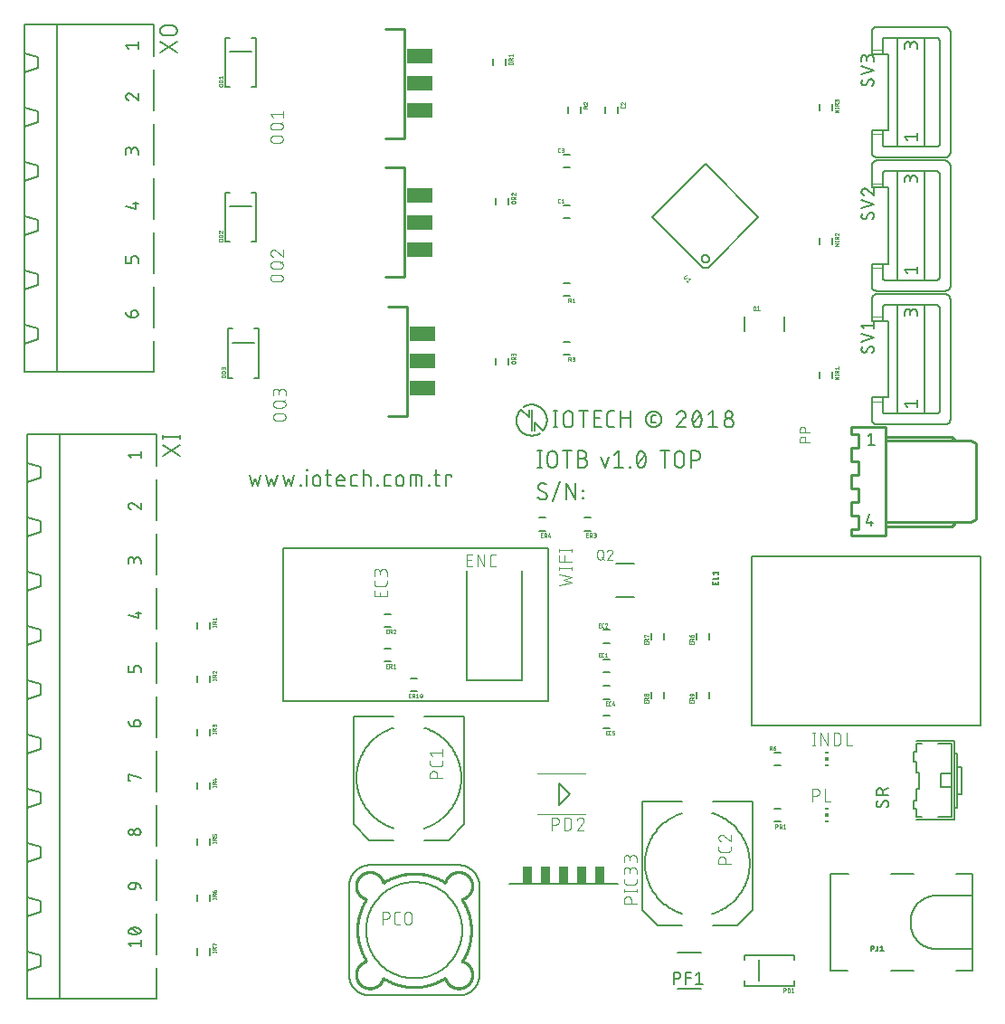
<source format=gbr>
G04 EAGLE Gerber RS-274X export*
G75*
%MOMM*%
%FSLAX34Y34*%
%LPD*%
%INSilkscreen Top*%
%IPPOS*%
%AMOC8*
5,1,8,0,0,1.08239X$1,22.5*%
G01*
%ADD10C,0.127000*%
%ADD11C,0.152400*%
%ADD12R,0.300000X0.150000*%
%ADD13R,0.300000X0.300000*%
%ADD14C,0.101600*%
%ADD15C,0.203200*%
%ADD16C,0.025400*%
%ADD17C,0.254000*%
%ADD18R,2.489200X1.422400*%
%ADD19C,0.177800*%
%ADD20C,0.076200*%
%ADD21C,0.020319*%
%ADD22R,0.965200X1.676400*%
%ADD23C,0.050800*%


D10*
X449857Y541129D02*
X449857Y525635D01*
X451578Y525635D02*
X448135Y525635D01*
X448135Y541129D02*
X451578Y541129D01*
X457445Y536825D02*
X457445Y529939D01*
X457445Y536825D02*
X457447Y536955D01*
X457453Y537085D01*
X457463Y537215D01*
X457476Y537344D01*
X457494Y537473D01*
X457515Y537601D01*
X457541Y537728D01*
X457570Y537855D01*
X457603Y537981D01*
X457640Y538105D01*
X457680Y538229D01*
X457725Y538351D01*
X457773Y538472D01*
X457824Y538591D01*
X457879Y538709D01*
X457938Y538825D01*
X458000Y538939D01*
X458066Y539052D01*
X458135Y539162D01*
X458207Y539270D01*
X458282Y539376D01*
X458361Y539479D01*
X458443Y539580D01*
X458527Y539679D01*
X458615Y539775D01*
X458706Y539868D01*
X458799Y539959D01*
X458895Y540047D01*
X458994Y540131D01*
X459095Y540213D01*
X459198Y540292D01*
X459304Y540367D01*
X459412Y540439D01*
X459522Y540508D01*
X459635Y540574D01*
X459749Y540636D01*
X459865Y540695D01*
X459983Y540750D01*
X460102Y540801D01*
X460223Y540849D01*
X460345Y540894D01*
X460469Y540934D01*
X460593Y540971D01*
X460719Y541004D01*
X460846Y541033D01*
X460973Y541059D01*
X461101Y541080D01*
X461230Y541098D01*
X461359Y541111D01*
X461489Y541121D01*
X461619Y541127D01*
X461749Y541129D01*
X461879Y541127D01*
X462009Y541121D01*
X462139Y541111D01*
X462268Y541098D01*
X462397Y541080D01*
X462525Y541059D01*
X462652Y541033D01*
X462779Y541004D01*
X462905Y540971D01*
X463029Y540934D01*
X463153Y540894D01*
X463275Y540849D01*
X463396Y540801D01*
X463515Y540750D01*
X463633Y540695D01*
X463749Y540636D01*
X463863Y540574D01*
X463976Y540508D01*
X464086Y540439D01*
X464194Y540367D01*
X464300Y540292D01*
X464403Y540213D01*
X464504Y540131D01*
X464603Y540047D01*
X464699Y539959D01*
X464792Y539868D01*
X464883Y539775D01*
X464971Y539679D01*
X465055Y539580D01*
X465137Y539479D01*
X465216Y539376D01*
X465291Y539270D01*
X465363Y539162D01*
X465432Y539052D01*
X465498Y538939D01*
X465560Y538825D01*
X465619Y538709D01*
X465674Y538591D01*
X465725Y538472D01*
X465773Y538351D01*
X465818Y538229D01*
X465858Y538105D01*
X465895Y537981D01*
X465928Y537855D01*
X465957Y537728D01*
X465983Y537601D01*
X466004Y537473D01*
X466022Y537344D01*
X466035Y537215D01*
X466045Y537085D01*
X466051Y536955D01*
X466053Y536825D01*
X466053Y529939D01*
X466051Y529809D01*
X466045Y529679D01*
X466035Y529549D01*
X466022Y529420D01*
X466004Y529291D01*
X465983Y529163D01*
X465957Y529036D01*
X465928Y528909D01*
X465895Y528783D01*
X465858Y528659D01*
X465818Y528535D01*
X465773Y528413D01*
X465725Y528292D01*
X465674Y528173D01*
X465619Y528055D01*
X465560Y527939D01*
X465498Y527825D01*
X465432Y527712D01*
X465363Y527602D01*
X465291Y527494D01*
X465216Y527388D01*
X465137Y527285D01*
X465055Y527184D01*
X464971Y527085D01*
X464883Y526989D01*
X464792Y526896D01*
X464699Y526805D01*
X464603Y526717D01*
X464504Y526633D01*
X464403Y526551D01*
X464300Y526472D01*
X464194Y526397D01*
X464086Y526325D01*
X463976Y526256D01*
X463863Y526190D01*
X463749Y526128D01*
X463633Y526069D01*
X463515Y526014D01*
X463396Y525963D01*
X463275Y525915D01*
X463153Y525870D01*
X463029Y525830D01*
X462905Y525793D01*
X462779Y525760D01*
X462652Y525731D01*
X462525Y525705D01*
X462397Y525684D01*
X462268Y525666D01*
X462139Y525653D01*
X462009Y525643D01*
X461879Y525637D01*
X461749Y525635D01*
X461619Y525637D01*
X461489Y525643D01*
X461359Y525653D01*
X461230Y525666D01*
X461101Y525684D01*
X460973Y525705D01*
X460846Y525731D01*
X460719Y525760D01*
X460593Y525793D01*
X460469Y525830D01*
X460345Y525870D01*
X460223Y525915D01*
X460102Y525963D01*
X459983Y526014D01*
X459865Y526069D01*
X459749Y526128D01*
X459635Y526190D01*
X459522Y526256D01*
X459412Y526325D01*
X459304Y526397D01*
X459198Y526472D01*
X459095Y526551D01*
X458994Y526633D01*
X458895Y526717D01*
X458799Y526805D01*
X458706Y526896D01*
X458615Y526989D01*
X458527Y527085D01*
X458443Y527184D01*
X458361Y527285D01*
X458282Y527388D01*
X458207Y527494D01*
X458135Y527602D01*
X458066Y527712D01*
X458000Y527825D01*
X457938Y527939D01*
X457879Y528055D01*
X457824Y528173D01*
X457773Y528292D01*
X457725Y528413D01*
X457680Y528535D01*
X457640Y528659D01*
X457603Y528783D01*
X457570Y528909D01*
X457541Y529036D01*
X457515Y529163D01*
X457494Y529291D01*
X457476Y529420D01*
X457463Y529549D01*
X457453Y529679D01*
X457447Y529809D01*
X457445Y529939D01*
X475624Y525635D02*
X475624Y541129D01*
X471320Y541129D02*
X479928Y541129D01*
X485887Y534243D02*
X490191Y534243D01*
X490321Y534241D01*
X490451Y534235D01*
X490581Y534225D01*
X490710Y534212D01*
X490839Y534194D01*
X490967Y534173D01*
X491094Y534147D01*
X491221Y534118D01*
X491347Y534085D01*
X491471Y534048D01*
X491595Y534008D01*
X491717Y533963D01*
X491838Y533915D01*
X491957Y533864D01*
X492075Y533809D01*
X492191Y533750D01*
X492305Y533688D01*
X492418Y533622D01*
X492528Y533553D01*
X492636Y533481D01*
X492742Y533406D01*
X492845Y533327D01*
X492946Y533245D01*
X493045Y533161D01*
X493141Y533073D01*
X493234Y532982D01*
X493325Y532889D01*
X493413Y532793D01*
X493497Y532694D01*
X493579Y532593D01*
X493658Y532490D01*
X493733Y532384D01*
X493805Y532276D01*
X493874Y532166D01*
X493940Y532053D01*
X494002Y531939D01*
X494061Y531823D01*
X494116Y531705D01*
X494167Y531586D01*
X494215Y531465D01*
X494260Y531343D01*
X494300Y531219D01*
X494337Y531095D01*
X494370Y530969D01*
X494399Y530842D01*
X494425Y530715D01*
X494446Y530587D01*
X494464Y530458D01*
X494477Y530329D01*
X494487Y530199D01*
X494493Y530069D01*
X494495Y529939D01*
X494493Y529809D01*
X494487Y529679D01*
X494477Y529549D01*
X494464Y529420D01*
X494446Y529291D01*
X494425Y529163D01*
X494399Y529036D01*
X494370Y528909D01*
X494337Y528783D01*
X494300Y528659D01*
X494260Y528535D01*
X494215Y528413D01*
X494167Y528292D01*
X494116Y528173D01*
X494061Y528055D01*
X494002Y527939D01*
X493940Y527825D01*
X493874Y527712D01*
X493805Y527602D01*
X493733Y527494D01*
X493658Y527388D01*
X493579Y527285D01*
X493497Y527184D01*
X493413Y527085D01*
X493325Y526989D01*
X493234Y526896D01*
X493141Y526805D01*
X493045Y526717D01*
X492946Y526633D01*
X492845Y526551D01*
X492742Y526472D01*
X492636Y526397D01*
X492528Y526325D01*
X492418Y526256D01*
X492305Y526190D01*
X492191Y526128D01*
X492075Y526069D01*
X491957Y526014D01*
X491838Y525963D01*
X491717Y525915D01*
X491595Y525870D01*
X491471Y525830D01*
X491347Y525793D01*
X491221Y525760D01*
X491094Y525731D01*
X490967Y525705D01*
X490839Y525684D01*
X490710Y525666D01*
X490581Y525653D01*
X490451Y525643D01*
X490321Y525637D01*
X490191Y525635D01*
X485887Y525635D01*
X485887Y541129D01*
X490191Y541129D01*
X490307Y541127D01*
X490423Y541121D01*
X490539Y541111D01*
X490655Y541098D01*
X490770Y541080D01*
X490884Y541059D01*
X490998Y541033D01*
X491110Y541004D01*
X491222Y540971D01*
X491332Y540934D01*
X491441Y540894D01*
X491549Y540850D01*
X491655Y540802D01*
X491759Y540751D01*
X491862Y540696D01*
X491963Y540638D01*
X492061Y540577D01*
X492158Y540512D01*
X492252Y540444D01*
X492344Y540373D01*
X492434Y540298D01*
X492521Y540221D01*
X492605Y540141D01*
X492686Y540058D01*
X492765Y539972D01*
X492841Y539884D01*
X492914Y539793D01*
X492983Y539700D01*
X493050Y539605D01*
X493113Y539507D01*
X493173Y539408D01*
X493229Y539306D01*
X493282Y539202D01*
X493332Y539097D01*
X493377Y538990D01*
X493420Y538882D01*
X493458Y538772D01*
X493493Y538661D01*
X493524Y538549D01*
X493551Y538436D01*
X493575Y538322D01*
X493594Y538207D01*
X493610Y538092D01*
X493622Y537976D01*
X493630Y537860D01*
X493634Y537744D01*
X493634Y537628D01*
X493630Y537512D01*
X493622Y537396D01*
X493610Y537280D01*
X493594Y537165D01*
X493575Y537050D01*
X493551Y536936D01*
X493524Y536823D01*
X493493Y536711D01*
X493458Y536600D01*
X493420Y536490D01*
X493377Y536382D01*
X493332Y536275D01*
X493282Y536170D01*
X493229Y536066D01*
X493173Y535965D01*
X493113Y535865D01*
X493050Y535767D01*
X492983Y535672D01*
X492914Y535579D01*
X492841Y535488D01*
X492765Y535400D01*
X492686Y535314D01*
X492605Y535231D01*
X492521Y535151D01*
X492434Y535074D01*
X492344Y534999D01*
X492252Y534928D01*
X492158Y534860D01*
X492061Y534795D01*
X491963Y534734D01*
X491862Y534676D01*
X491759Y534621D01*
X491655Y534570D01*
X491549Y534522D01*
X491441Y534478D01*
X491332Y534438D01*
X491222Y534401D01*
X491110Y534368D01*
X490998Y534339D01*
X490884Y534313D01*
X490770Y534292D01*
X490655Y534274D01*
X490539Y534261D01*
X490423Y534251D01*
X490307Y534245D01*
X490191Y534243D01*
X507363Y535964D02*
X510806Y525635D01*
X514249Y535964D01*
X519882Y537686D02*
X524185Y541129D01*
X524185Y525635D01*
X519882Y525635D02*
X528489Y525635D01*
X534161Y525635D02*
X534161Y526496D01*
X535022Y526496D01*
X535022Y525635D01*
X534161Y525635D01*
X540694Y533382D02*
X540698Y533687D01*
X540709Y533991D01*
X540727Y534296D01*
X540752Y534599D01*
X540785Y534902D01*
X540825Y535205D01*
X540872Y535506D01*
X540926Y535806D01*
X540988Y536104D01*
X541056Y536401D01*
X541132Y536697D01*
X541214Y536990D01*
X541304Y537281D01*
X541401Y537570D01*
X541504Y537857D01*
X541614Y538141D01*
X541731Y538423D01*
X541855Y538701D01*
X541985Y538977D01*
X541984Y538977D02*
X542022Y539080D01*
X542062Y539182D01*
X542107Y539282D01*
X542155Y539381D01*
X542206Y539478D01*
X542260Y539573D01*
X542318Y539667D01*
X542379Y539758D01*
X542443Y539847D01*
X542510Y539934D01*
X542580Y540018D01*
X542653Y540101D01*
X542729Y540180D01*
X542807Y540257D01*
X542888Y540331D01*
X542972Y540402D01*
X543058Y540470D01*
X543146Y540536D01*
X543236Y540598D01*
X543329Y540657D01*
X543423Y540713D01*
X543519Y540766D01*
X543617Y540815D01*
X543717Y540861D01*
X543818Y540903D01*
X543921Y540942D01*
X544025Y540977D01*
X544130Y541009D01*
X544236Y541037D01*
X544343Y541061D01*
X544451Y541082D01*
X544559Y541099D01*
X544668Y541112D01*
X544778Y541121D01*
X544887Y541127D01*
X544997Y541129D01*
X545107Y541127D01*
X545216Y541121D01*
X545326Y541112D01*
X545435Y541099D01*
X545543Y541082D01*
X545651Y541061D01*
X545758Y541037D01*
X545864Y541009D01*
X545969Y540977D01*
X546073Y540942D01*
X546176Y540903D01*
X546277Y540861D01*
X546377Y540815D01*
X546475Y540766D01*
X546571Y540713D01*
X546665Y540657D01*
X546758Y540598D01*
X546848Y540536D01*
X546936Y540470D01*
X547022Y540402D01*
X547106Y540331D01*
X547187Y540257D01*
X547265Y540180D01*
X547341Y540100D01*
X547414Y540018D01*
X547484Y539934D01*
X547551Y539847D01*
X547615Y539758D01*
X547676Y539667D01*
X547734Y539573D01*
X547788Y539478D01*
X547839Y539381D01*
X547887Y539282D01*
X547932Y539182D01*
X547972Y539080D01*
X548010Y538977D01*
X548140Y538701D01*
X548264Y538423D01*
X548381Y538141D01*
X548491Y537857D01*
X548594Y537570D01*
X548691Y537281D01*
X548781Y536990D01*
X548863Y536697D01*
X548939Y536401D01*
X549007Y536104D01*
X549069Y535806D01*
X549123Y535506D01*
X549170Y535205D01*
X549210Y534902D01*
X549243Y534599D01*
X549268Y534296D01*
X549286Y533991D01*
X549297Y533687D01*
X549301Y533382D01*
X540694Y533382D02*
X540698Y533077D01*
X540709Y532773D01*
X540727Y532468D01*
X540752Y532165D01*
X540785Y531862D01*
X540825Y531559D01*
X540872Y531258D01*
X540926Y530958D01*
X540988Y530660D01*
X541056Y530363D01*
X541132Y530067D01*
X541214Y529774D01*
X541304Y529483D01*
X541401Y529194D01*
X541504Y528907D01*
X541614Y528623D01*
X541731Y528341D01*
X541855Y528063D01*
X541985Y527787D01*
X541984Y527787D02*
X542022Y527684D01*
X542062Y527582D01*
X542107Y527482D01*
X542155Y527383D01*
X542206Y527286D01*
X542260Y527191D01*
X542318Y527097D01*
X542379Y527006D01*
X542443Y526917D01*
X542510Y526830D01*
X542580Y526745D01*
X542653Y526663D01*
X542729Y526584D01*
X542807Y526507D01*
X542888Y526433D01*
X542972Y526362D01*
X543058Y526294D01*
X543146Y526228D01*
X543236Y526166D01*
X543329Y526107D01*
X543423Y526051D01*
X543519Y525998D01*
X543618Y525949D01*
X543717Y525903D01*
X543818Y525861D01*
X543921Y525822D01*
X544025Y525787D01*
X544130Y525755D01*
X544236Y525727D01*
X544343Y525703D01*
X544451Y525682D01*
X544559Y525665D01*
X544668Y525652D01*
X544778Y525643D01*
X544887Y525637D01*
X544997Y525635D01*
X548010Y527787D02*
X548140Y528063D01*
X548264Y528341D01*
X548381Y528623D01*
X548491Y528907D01*
X548594Y529194D01*
X548691Y529483D01*
X548781Y529774D01*
X548863Y530067D01*
X548939Y530363D01*
X549007Y530660D01*
X549069Y530958D01*
X549123Y531258D01*
X549170Y531559D01*
X549210Y531862D01*
X549243Y532165D01*
X549268Y532468D01*
X549286Y532773D01*
X549297Y533077D01*
X549301Y533382D01*
X548010Y527787D02*
X547972Y527684D01*
X547932Y527582D01*
X547887Y527482D01*
X547839Y527383D01*
X547788Y527286D01*
X547734Y527191D01*
X547676Y527097D01*
X547615Y527006D01*
X547551Y526917D01*
X547484Y526830D01*
X547414Y526746D01*
X547341Y526663D01*
X547265Y526584D01*
X547187Y526507D01*
X547106Y526433D01*
X547022Y526362D01*
X546936Y526294D01*
X546848Y526228D01*
X546758Y526166D01*
X546665Y526107D01*
X546571Y526051D01*
X546475Y525998D01*
X546377Y525949D01*
X546277Y525903D01*
X546176Y525861D01*
X546073Y525822D01*
X545969Y525787D01*
X545864Y525755D01*
X545758Y525727D01*
X545651Y525703D01*
X545543Y525682D01*
X545435Y525665D01*
X545326Y525652D01*
X545216Y525643D01*
X545107Y525637D01*
X544997Y525635D01*
X541554Y529078D02*
X548441Y537686D01*
X566801Y541129D02*
X566801Y525635D01*
X562497Y541129D02*
X571104Y541129D01*
X576371Y536825D02*
X576371Y529939D01*
X576371Y536825D02*
X576373Y536955D01*
X576379Y537085D01*
X576389Y537215D01*
X576402Y537344D01*
X576420Y537473D01*
X576441Y537601D01*
X576467Y537728D01*
X576496Y537855D01*
X576529Y537981D01*
X576566Y538105D01*
X576606Y538229D01*
X576651Y538351D01*
X576699Y538472D01*
X576750Y538591D01*
X576805Y538709D01*
X576864Y538825D01*
X576926Y538939D01*
X576992Y539052D01*
X577061Y539162D01*
X577133Y539270D01*
X577208Y539376D01*
X577287Y539479D01*
X577369Y539580D01*
X577453Y539679D01*
X577541Y539775D01*
X577632Y539868D01*
X577725Y539959D01*
X577821Y540047D01*
X577920Y540131D01*
X578021Y540213D01*
X578124Y540292D01*
X578230Y540367D01*
X578338Y540439D01*
X578448Y540508D01*
X578561Y540574D01*
X578675Y540636D01*
X578791Y540695D01*
X578909Y540750D01*
X579028Y540801D01*
X579149Y540849D01*
X579271Y540894D01*
X579395Y540934D01*
X579519Y540971D01*
X579645Y541004D01*
X579772Y541033D01*
X579899Y541059D01*
X580027Y541080D01*
X580156Y541098D01*
X580285Y541111D01*
X580415Y541121D01*
X580545Y541127D01*
X580675Y541129D01*
X580805Y541127D01*
X580935Y541121D01*
X581065Y541111D01*
X581194Y541098D01*
X581323Y541080D01*
X581451Y541059D01*
X581578Y541033D01*
X581705Y541004D01*
X581831Y540971D01*
X581955Y540934D01*
X582079Y540894D01*
X582201Y540849D01*
X582322Y540801D01*
X582441Y540750D01*
X582559Y540695D01*
X582675Y540636D01*
X582789Y540574D01*
X582902Y540508D01*
X583012Y540439D01*
X583120Y540367D01*
X583226Y540292D01*
X583329Y540213D01*
X583430Y540131D01*
X583529Y540047D01*
X583625Y539959D01*
X583718Y539868D01*
X583809Y539775D01*
X583897Y539679D01*
X583981Y539580D01*
X584063Y539479D01*
X584142Y539376D01*
X584217Y539270D01*
X584289Y539162D01*
X584358Y539052D01*
X584424Y538939D01*
X584486Y538825D01*
X584545Y538709D01*
X584600Y538591D01*
X584651Y538472D01*
X584699Y538351D01*
X584744Y538229D01*
X584784Y538105D01*
X584821Y537981D01*
X584854Y537855D01*
X584883Y537728D01*
X584909Y537601D01*
X584930Y537473D01*
X584948Y537344D01*
X584961Y537215D01*
X584971Y537085D01*
X584977Y536955D01*
X584979Y536825D01*
X584979Y529939D01*
X584977Y529809D01*
X584971Y529679D01*
X584961Y529549D01*
X584948Y529420D01*
X584930Y529291D01*
X584909Y529163D01*
X584883Y529036D01*
X584854Y528909D01*
X584821Y528783D01*
X584784Y528659D01*
X584744Y528535D01*
X584699Y528413D01*
X584651Y528292D01*
X584600Y528173D01*
X584545Y528055D01*
X584486Y527939D01*
X584424Y527825D01*
X584358Y527712D01*
X584289Y527602D01*
X584217Y527494D01*
X584142Y527388D01*
X584063Y527285D01*
X583981Y527184D01*
X583897Y527085D01*
X583809Y526989D01*
X583718Y526896D01*
X583625Y526805D01*
X583529Y526717D01*
X583430Y526633D01*
X583329Y526551D01*
X583226Y526472D01*
X583120Y526397D01*
X583012Y526325D01*
X582902Y526256D01*
X582789Y526190D01*
X582675Y526128D01*
X582559Y526069D01*
X582441Y526014D01*
X582322Y525963D01*
X582201Y525915D01*
X582079Y525870D01*
X581955Y525830D01*
X581831Y525793D01*
X581705Y525760D01*
X581578Y525731D01*
X581451Y525705D01*
X581323Y525684D01*
X581194Y525666D01*
X581065Y525653D01*
X580935Y525643D01*
X580805Y525637D01*
X580675Y525635D01*
X580545Y525637D01*
X580415Y525643D01*
X580285Y525653D01*
X580156Y525666D01*
X580027Y525684D01*
X579899Y525705D01*
X579772Y525731D01*
X579645Y525760D01*
X579519Y525793D01*
X579395Y525830D01*
X579271Y525870D01*
X579149Y525915D01*
X579028Y525963D01*
X578909Y526014D01*
X578791Y526069D01*
X578675Y526128D01*
X578561Y526190D01*
X578448Y526256D01*
X578338Y526325D01*
X578230Y526397D01*
X578124Y526472D01*
X578021Y526551D01*
X577920Y526633D01*
X577821Y526717D01*
X577725Y526805D01*
X577632Y526896D01*
X577541Y526989D01*
X577453Y527085D01*
X577369Y527184D01*
X577287Y527285D01*
X577208Y527388D01*
X577133Y527494D01*
X577061Y527602D01*
X576992Y527712D01*
X576926Y527825D01*
X576864Y527939D01*
X576805Y528055D01*
X576750Y528173D01*
X576699Y528292D01*
X576651Y528413D01*
X576606Y528535D01*
X576566Y528659D01*
X576529Y528783D01*
X576496Y528909D01*
X576467Y529036D01*
X576441Y529163D01*
X576420Y529291D01*
X576402Y529420D01*
X576389Y529549D01*
X576379Y529679D01*
X576373Y529809D01*
X576371Y529939D01*
X591930Y525635D02*
X591930Y541129D01*
X596233Y541129D01*
X596363Y541127D01*
X596493Y541121D01*
X596623Y541111D01*
X596752Y541098D01*
X596881Y541080D01*
X597009Y541059D01*
X597136Y541033D01*
X597263Y541004D01*
X597389Y540971D01*
X597513Y540934D01*
X597637Y540894D01*
X597759Y540849D01*
X597880Y540801D01*
X597999Y540750D01*
X598117Y540695D01*
X598233Y540636D01*
X598347Y540574D01*
X598460Y540508D01*
X598570Y540439D01*
X598678Y540367D01*
X598784Y540292D01*
X598887Y540213D01*
X598988Y540131D01*
X599087Y540047D01*
X599183Y539959D01*
X599276Y539868D01*
X599367Y539775D01*
X599455Y539679D01*
X599539Y539580D01*
X599621Y539479D01*
X599700Y539376D01*
X599775Y539270D01*
X599847Y539162D01*
X599916Y539052D01*
X599982Y538939D01*
X600044Y538825D01*
X600103Y538709D01*
X600158Y538591D01*
X600209Y538472D01*
X600257Y538351D01*
X600302Y538229D01*
X600342Y538105D01*
X600379Y537981D01*
X600412Y537855D01*
X600441Y537728D01*
X600467Y537601D01*
X600488Y537473D01*
X600506Y537344D01*
X600519Y537215D01*
X600529Y537085D01*
X600535Y536955D01*
X600537Y536825D01*
X600535Y536695D01*
X600529Y536565D01*
X600519Y536435D01*
X600506Y536306D01*
X600488Y536177D01*
X600467Y536049D01*
X600441Y535922D01*
X600412Y535795D01*
X600379Y535669D01*
X600342Y535545D01*
X600302Y535421D01*
X600257Y535299D01*
X600209Y535178D01*
X600158Y535059D01*
X600103Y534941D01*
X600044Y534825D01*
X599982Y534711D01*
X599916Y534598D01*
X599847Y534488D01*
X599775Y534380D01*
X599700Y534274D01*
X599621Y534171D01*
X599539Y534070D01*
X599455Y533971D01*
X599367Y533875D01*
X599276Y533782D01*
X599183Y533691D01*
X599087Y533603D01*
X598988Y533519D01*
X598887Y533437D01*
X598784Y533358D01*
X598678Y533283D01*
X598570Y533211D01*
X598460Y533142D01*
X598347Y533076D01*
X598233Y533014D01*
X598117Y532955D01*
X597999Y532900D01*
X597880Y532849D01*
X597759Y532801D01*
X597637Y532756D01*
X597513Y532716D01*
X597389Y532679D01*
X597263Y532646D01*
X597136Y532617D01*
X597009Y532591D01*
X596881Y532570D01*
X596752Y532552D01*
X596623Y532539D01*
X596493Y532529D01*
X596363Y532523D01*
X596233Y532521D01*
X591930Y532521D01*
X464857Y563135D02*
X464857Y578629D01*
X463135Y563135D02*
X466578Y563135D01*
X466578Y578629D02*
X463135Y578629D01*
X472445Y574325D02*
X472445Y567439D01*
X472445Y574325D02*
X472447Y574455D01*
X472453Y574585D01*
X472463Y574715D01*
X472476Y574844D01*
X472494Y574973D01*
X472515Y575101D01*
X472541Y575228D01*
X472570Y575355D01*
X472603Y575481D01*
X472640Y575605D01*
X472680Y575729D01*
X472725Y575851D01*
X472773Y575972D01*
X472824Y576091D01*
X472879Y576209D01*
X472938Y576325D01*
X473000Y576439D01*
X473066Y576552D01*
X473135Y576662D01*
X473207Y576770D01*
X473282Y576876D01*
X473361Y576979D01*
X473443Y577080D01*
X473527Y577179D01*
X473615Y577275D01*
X473706Y577368D01*
X473799Y577459D01*
X473895Y577547D01*
X473994Y577631D01*
X474095Y577713D01*
X474198Y577792D01*
X474304Y577867D01*
X474412Y577939D01*
X474522Y578008D01*
X474635Y578074D01*
X474749Y578136D01*
X474865Y578195D01*
X474983Y578250D01*
X475102Y578301D01*
X475223Y578349D01*
X475345Y578394D01*
X475469Y578434D01*
X475593Y578471D01*
X475719Y578504D01*
X475846Y578533D01*
X475973Y578559D01*
X476101Y578580D01*
X476230Y578598D01*
X476359Y578611D01*
X476489Y578621D01*
X476619Y578627D01*
X476749Y578629D01*
X476879Y578627D01*
X477009Y578621D01*
X477139Y578611D01*
X477268Y578598D01*
X477397Y578580D01*
X477525Y578559D01*
X477652Y578533D01*
X477779Y578504D01*
X477905Y578471D01*
X478029Y578434D01*
X478153Y578394D01*
X478275Y578349D01*
X478396Y578301D01*
X478515Y578250D01*
X478633Y578195D01*
X478749Y578136D01*
X478863Y578074D01*
X478976Y578008D01*
X479086Y577939D01*
X479194Y577867D01*
X479300Y577792D01*
X479403Y577713D01*
X479504Y577631D01*
X479603Y577547D01*
X479699Y577459D01*
X479792Y577368D01*
X479883Y577275D01*
X479971Y577179D01*
X480055Y577080D01*
X480137Y576979D01*
X480216Y576876D01*
X480291Y576770D01*
X480363Y576662D01*
X480432Y576552D01*
X480498Y576439D01*
X480560Y576325D01*
X480619Y576209D01*
X480674Y576091D01*
X480725Y575972D01*
X480773Y575851D01*
X480818Y575729D01*
X480858Y575605D01*
X480895Y575481D01*
X480928Y575355D01*
X480957Y575228D01*
X480983Y575101D01*
X481004Y574973D01*
X481022Y574844D01*
X481035Y574715D01*
X481045Y574585D01*
X481051Y574455D01*
X481053Y574325D01*
X481053Y567439D01*
X481051Y567309D01*
X481045Y567179D01*
X481035Y567049D01*
X481022Y566920D01*
X481004Y566791D01*
X480983Y566663D01*
X480957Y566536D01*
X480928Y566409D01*
X480895Y566283D01*
X480858Y566159D01*
X480818Y566035D01*
X480773Y565913D01*
X480725Y565792D01*
X480674Y565673D01*
X480619Y565555D01*
X480560Y565439D01*
X480498Y565325D01*
X480432Y565212D01*
X480363Y565102D01*
X480291Y564994D01*
X480216Y564888D01*
X480137Y564785D01*
X480055Y564684D01*
X479971Y564585D01*
X479883Y564489D01*
X479792Y564396D01*
X479699Y564305D01*
X479603Y564217D01*
X479504Y564133D01*
X479403Y564051D01*
X479300Y563972D01*
X479194Y563897D01*
X479086Y563825D01*
X478976Y563756D01*
X478863Y563690D01*
X478749Y563628D01*
X478633Y563569D01*
X478515Y563514D01*
X478396Y563463D01*
X478275Y563415D01*
X478153Y563370D01*
X478029Y563330D01*
X477905Y563293D01*
X477779Y563260D01*
X477652Y563231D01*
X477525Y563205D01*
X477397Y563184D01*
X477268Y563166D01*
X477139Y563153D01*
X477009Y563143D01*
X476879Y563137D01*
X476749Y563135D01*
X476619Y563137D01*
X476489Y563143D01*
X476359Y563153D01*
X476230Y563166D01*
X476101Y563184D01*
X475973Y563205D01*
X475846Y563231D01*
X475719Y563260D01*
X475593Y563293D01*
X475469Y563330D01*
X475345Y563370D01*
X475223Y563415D01*
X475102Y563463D01*
X474983Y563514D01*
X474865Y563569D01*
X474749Y563628D01*
X474635Y563690D01*
X474522Y563756D01*
X474412Y563825D01*
X474304Y563897D01*
X474198Y563972D01*
X474095Y564051D01*
X473994Y564133D01*
X473895Y564217D01*
X473799Y564305D01*
X473706Y564396D01*
X473615Y564489D01*
X473527Y564585D01*
X473443Y564684D01*
X473361Y564785D01*
X473282Y564888D01*
X473207Y564994D01*
X473135Y565102D01*
X473066Y565212D01*
X473000Y565325D01*
X472938Y565439D01*
X472879Y565555D01*
X472824Y565673D01*
X472773Y565792D01*
X472725Y565913D01*
X472680Y566035D01*
X472640Y566159D01*
X472603Y566283D01*
X472570Y566409D01*
X472541Y566536D01*
X472515Y566663D01*
X472494Y566791D01*
X472476Y566920D01*
X472463Y567049D01*
X472453Y567179D01*
X472447Y567309D01*
X472445Y567439D01*
X490624Y563135D02*
X490624Y578629D01*
X486320Y578629D02*
X494928Y578629D01*
X500718Y563135D02*
X507604Y563135D01*
X500718Y563135D02*
X500718Y578629D01*
X507604Y578629D01*
X505882Y571743D02*
X500718Y571743D01*
X516484Y563135D02*
X519927Y563135D01*
X516484Y563135D02*
X516369Y563137D01*
X516254Y563143D01*
X516139Y563152D01*
X516025Y563166D01*
X515911Y563183D01*
X515798Y563204D01*
X515686Y563229D01*
X515574Y563257D01*
X515464Y563290D01*
X515355Y563326D01*
X515247Y563365D01*
X515140Y563408D01*
X515035Y563455D01*
X514931Y563505D01*
X514829Y563559D01*
X514729Y563616D01*
X514631Y563676D01*
X514535Y563739D01*
X514442Y563806D01*
X514350Y563876D01*
X514261Y563949D01*
X514174Y564024D01*
X514090Y564103D01*
X514009Y564184D01*
X513930Y564268D01*
X513855Y564355D01*
X513782Y564444D01*
X513712Y564536D01*
X513645Y564629D01*
X513582Y564725D01*
X513522Y564823D01*
X513465Y564923D01*
X513411Y565025D01*
X513361Y565129D01*
X513314Y565234D01*
X513271Y565341D01*
X513232Y565449D01*
X513196Y565558D01*
X513163Y565668D01*
X513135Y565780D01*
X513110Y565892D01*
X513089Y566005D01*
X513072Y566119D01*
X513058Y566233D01*
X513049Y566348D01*
X513043Y566463D01*
X513041Y566578D01*
X513041Y575186D01*
X513043Y575301D01*
X513049Y575416D01*
X513058Y575531D01*
X513072Y575645D01*
X513089Y575759D01*
X513110Y575872D01*
X513135Y575984D01*
X513163Y576096D01*
X513196Y576206D01*
X513232Y576315D01*
X513271Y576423D01*
X513314Y576530D01*
X513361Y576635D01*
X513411Y576739D01*
X513465Y576841D01*
X513522Y576941D01*
X513582Y577039D01*
X513645Y577135D01*
X513712Y577228D01*
X513782Y577320D01*
X513855Y577409D01*
X513930Y577496D01*
X514009Y577580D01*
X514090Y577661D01*
X514174Y577739D01*
X514261Y577815D01*
X514350Y577888D01*
X514442Y577958D01*
X514535Y578025D01*
X514631Y578088D01*
X514729Y578148D01*
X514829Y578205D01*
X514931Y578259D01*
X515035Y578309D01*
X515140Y578356D01*
X515247Y578399D01*
X515355Y578438D01*
X515464Y578474D01*
X515574Y578507D01*
X515686Y578535D01*
X515798Y578560D01*
X515911Y578581D01*
X516025Y578598D01*
X516139Y578612D01*
X516254Y578621D01*
X516369Y578627D01*
X516484Y578629D01*
X519927Y578629D01*
X525962Y578629D02*
X525962Y563135D01*
X525962Y571743D02*
X534570Y571743D01*
X534570Y578629D02*
X534570Y563135D01*
X549212Y570882D02*
X549214Y571060D01*
X549221Y571238D01*
X549232Y571416D01*
X549247Y571594D01*
X549266Y571771D01*
X549290Y571947D01*
X549318Y572123D01*
X549350Y572299D01*
X549387Y572473D01*
X549428Y572646D01*
X549473Y572819D01*
X549522Y572990D01*
X549576Y573160D01*
X549633Y573329D01*
X549695Y573496D01*
X549760Y573662D01*
X549830Y573825D01*
X549904Y573988D01*
X549981Y574148D01*
X550063Y574307D01*
X550148Y574463D01*
X550237Y574617D01*
X550330Y574769D01*
X550427Y574919D01*
X550527Y575067D01*
X550630Y575212D01*
X550738Y575354D01*
X550848Y575494D01*
X550962Y575631D01*
X551080Y575765D01*
X551200Y575896D01*
X551324Y576024D01*
X551450Y576150D01*
X551580Y576272D01*
X551713Y576391D01*
X551849Y576506D01*
X551987Y576618D01*
X552128Y576727D01*
X552272Y576833D01*
X552418Y576935D01*
X552566Y577033D01*
X552717Y577128D01*
X552871Y577219D01*
X553026Y577306D01*
X553183Y577389D01*
X553343Y577469D01*
X553504Y577544D01*
X553667Y577616D01*
X553832Y577684D01*
X553999Y577748D01*
X554166Y577807D01*
X554336Y577863D01*
X554506Y577914D01*
X554678Y577961D01*
X554851Y578004D01*
X555025Y578043D01*
X555200Y578077D01*
X555376Y578108D01*
X555552Y578133D01*
X555729Y578155D01*
X555906Y578172D01*
X556084Y578185D01*
X556262Y578194D01*
X556440Y578198D01*
X556618Y578198D01*
X556796Y578194D01*
X556974Y578185D01*
X557152Y578172D01*
X557329Y578155D01*
X557506Y578133D01*
X557682Y578108D01*
X557858Y578077D01*
X558033Y578043D01*
X558207Y578004D01*
X558380Y577961D01*
X558552Y577914D01*
X558722Y577863D01*
X558892Y577807D01*
X559059Y577748D01*
X559226Y577684D01*
X559391Y577616D01*
X559554Y577544D01*
X559715Y577469D01*
X559875Y577389D01*
X560032Y577306D01*
X560188Y577219D01*
X560341Y577128D01*
X560492Y577033D01*
X560640Y576935D01*
X560786Y576833D01*
X560930Y576727D01*
X561071Y576618D01*
X561209Y576506D01*
X561345Y576391D01*
X561478Y576272D01*
X561608Y576150D01*
X561734Y576024D01*
X561858Y575896D01*
X561978Y575765D01*
X562096Y575631D01*
X562210Y575494D01*
X562320Y575354D01*
X562428Y575212D01*
X562531Y575067D01*
X562631Y574919D01*
X562728Y574769D01*
X562821Y574617D01*
X562910Y574463D01*
X562995Y574307D01*
X563077Y574148D01*
X563154Y573988D01*
X563228Y573825D01*
X563298Y573662D01*
X563363Y573496D01*
X563425Y573329D01*
X563482Y573160D01*
X563536Y572990D01*
X563585Y572819D01*
X563630Y572646D01*
X563671Y572473D01*
X563708Y572299D01*
X563740Y572123D01*
X563768Y571947D01*
X563792Y571771D01*
X563811Y571594D01*
X563826Y571416D01*
X563837Y571238D01*
X563844Y571060D01*
X563846Y570882D01*
X563844Y570704D01*
X563837Y570526D01*
X563826Y570348D01*
X563811Y570170D01*
X563792Y569993D01*
X563768Y569817D01*
X563740Y569641D01*
X563708Y569465D01*
X563671Y569291D01*
X563630Y569118D01*
X563585Y568945D01*
X563536Y568774D01*
X563482Y568604D01*
X563425Y568435D01*
X563363Y568268D01*
X563298Y568102D01*
X563228Y567939D01*
X563154Y567776D01*
X563077Y567616D01*
X562995Y567457D01*
X562910Y567301D01*
X562821Y567147D01*
X562728Y566995D01*
X562631Y566845D01*
X562531Y566697D01*
X562428Y566552D01*
X562320Y566410D01*
X562210Y566270D01*
X562096Y566133D01*
X561978Y565999D01*
X561858Y565868D01*
X561734Y565740D01*
X561608Y565614D01*
X561478Y565492D01*
X561345Y565373D01*
X561209Y565258D01*
X561071Y565146D01*
X560930Y565037D01*
X560786Y564931D01*
X560640Y564829D01*
X560492Y564731D01*
X560341Y564636D01*
X560188Y564545D01*
X560032Y564458D01*
X559875Y564375D01*
X559715Y564295D01*
X559554Y564220D01*
X559391Y564148D01*
X559226Y564080D01*
X559059Y564016D01*
X558892Y563957D01*
X558722Y563901D01*
X558552Y563850D01*
X558380Y563803D01*
X558207Y563760D01*
X558033Y563721D01*
X557858Y563687D01*
X557682Y563656D01*
X557506Y563631D01*
X557329Y563609D01*
X557152Y563592D01*
X556974Y563579D01*
X556796Y563570D01*
X556618Y563566D01*
X556440Y563566D01*
X556262Y563570D01*
X556084Y563579D01*
X555906Y563592D01*
X555729Y563609D01*
X555552Y563631D01*
X555376Y563656D01*
X555200Y563687D01*
X555025Y563721D01*
X554851Y563760D01*
X554678Y563803D01*
X554506Y563850D01*
X554336Y563901D01*
X554166Y563957D01*
X553999Y564016D01*
X553832Y564080D01*
X553667Y564148D01*
X553504Y564220D01*
X553343Y564295D01*
X553183Y564375D01*
X553026Y564458D01*
X552871Y564545D01*
X552717Y564636D01*
X552566Y564731D01*
X552418Y564829D01*
X552272Y564931D01*
X552128Y565037D01*
X551987Y565146D01*
X551849Y565258D01*
X551713Y565373D01*
X551580Y565492D01*
X551450Y565614D01*
X551324Y565740D01*
X551200Y565868D01*
X551080Y565999D01*
X550962Y566133D01*
X550848Y566270D01*
X550738Y566410D01*
X550630Y566552D01*
X550527Y566697D01*
X550427Y566845D01*
X550330Y566995D01*
X550237Y567147D01*
X550148Y567301D01*
X550063Y567457D01*
X549981Y567616D01*
X549904Y567776D01*
X549830Y567939D01*
X549760Y568102D01*
X549695Y568268D01*
X549633Y568435D01*
X549576Y568604D01*
X549522Y568774D01*
X549473Y568945D01*
X549428Y569118D01*
X549387Y569291D01*
X549350Y569465D01*
X549318Y569641D01*
X549290Y569817D01*
X549266Y569993D01*
X549247Y570170D01*
X549232Y570348D01*
X549221Y570526D01*
X549214Y570704D01*
X549212Y570882D01*
X556098Y567439D02*
X558250Y567439D01*
X556098Y567438D02*
X556016Y567440D01*
X555934Y567446D01*
X555853Y567456D01*
X555772Y567469D01*
X555692Y567487D01*
X555613Y567508D01*
X555535Y567533D01*
X555458Y567561D01*
X555383Y567594D01*
X555309Y567629D01*
X555237Y567669D01*
X555167Y567711D01*
X555099Y567757D01*
X555034Y567806D01*
X554970Y567859D01*
X554910Y567914D01*
X554852Y567972D01*
X554797Y568032D01*
X554744Y568096D01*
X554695Y568161D01*
X554649Y568229D01*
X554607Y568299D01*
X554567Y568371D01*
X554532Y568445D01*
X554499Y568520D01*
X554471Y568597D01*
X554446Y568675D01*
X554425Y568754D01*
X554407Y568834D01*
X554394Y568915D01*
X554384Y568996D01*
X554378Y569078D01*
X554376Y569160D01*
X554377Y569160D02*
X554377Y572604D01*
X554376Y572604D02*
X554378Y572686D01*
X554384Y572768D01*
X554394Y572849D01*
X554407Y572930D01*
X554425Y573010D01*
X554446Y573089D01*
X554471Y573167D01*
X554499Y573244D01*
X554532Y573319D01*
X554567Y573393D01*
X554607Y573465D01*
X554649Y573535D01*
X554695Y573603D01*
X554744Y573668D01*
X554797Y573732D01*
X554852Y573792D01*
X554910Y573850D01*
X554970Y573905D01*
X555034Y573958D01*
X555099Y574007D01*
X555167Y574053D01*
X555237Y574095D01*
X555309Y574135D01*
X555383Y574170D01*
X555458Y574203D01*
X555535Y574231D01*
X555613Y574256D01*
X555692Y574277D01*
X555772Y574295D01*
X555853Y574308D01*
X555934Y574318D01*
X556016Y574324D01*
X556098Y574326D01*
X556098Y574325D02*
X558250Y574325D01*
X582727Y578630D02*
X582849Y578628D01*
X582970Y578622D01*
X583092Y578613D01*
X583213Y578599D01*
X583333Y578582D01*
X583453Y578561D01*
X583572Y578537D01*
X583690Y578508D01*
X583808Y578476D01*
X583924Y578440D01*
X584039Y578401D01*
X584153Y578358D01*
X584266Y578311D01*
X584376Y578261D01*
X584486Y578208D01*
X584593Y578151D01*
X584699Y578091D01*
X584803Y578027D01*
X584905Y577960D01*
X585004Y577890D01*
X585101Y577817D01*
X585196Y577741D01*
X585289Y577662D01*
X585379Y577580D01*
X585466Y577495D01*
X585551Y577408D01*
X585633Y577318D01*
X585712Y577225D01*
X585788Y577130D01*
X585861Y577033D01*
X585931Y576934D01*
X585998Y576832D01*
X586062Y576728D01*
X586122Y576622D01*
X586179Y576515D01*
X586232Y576405D01*
X586282Y576295D01*
X586329Y576182D01*
X586372Y576068D01*
X586411Y575953D01*
X586447Y575837D01*
X586479Y575719D01*
X586508Y575601D01*
X586532Y575482D01*
X586553Y575362D01*
X586570Y575242D01*
X586584Y575121D01*
X586593Y574999D01*
X586599Y574878D01*
X586601Y574756D01*
X582727Y578629D02*
X582588Y578627D01*
X582449Y578621D01*
X582310Y578612D01*
X582172Y578598D01*
X582034Y578580D01*
X581897Y578559D01*
X581760Y578534D01*
X581624Y578505D01*
X581489Y578472D01*
X581354Y578436D01*
X581221Y578396D01*
X581089Y578352D01*
X580959Y578304D01*
X580829Y578253D01*
X580702Y578198D01*
X580575Y578140D01*
X580451Y578078D01*
X580328Y578013D01*
X580207Y577944D01*
X580088Y577872D01*
X579971Y577796D01*
X579857Y577718D01*
X579744Y577636D01*
X579634Y577551D01*
X579526Y577463D01*
X579421Y577372D01*
X579319Y577278D01*
X579219Y577182D01*
X579121Y577082D01*
X579027Y576980D01*
X578935Y576876D01*
X578847Y576768D01*
X578761Y576659D01*
X578679Y576547D01*
X578600Y576432D01*
X578524Y576316D01*
X578451Y576198D01*
X578381Y576077D01*
X578315Y575955D01*
X578253Y575830D01*
X578194Y575705D01*
X578138Y575577D01*
X578086Y575448D01*
X578038Y575318D01*
X577993Y575186D01*
X585310Y571743D02*
X585399Y571830D01*
X585485Y571920D01*
X585569Y572013D01*
X585650Y572108D01*
X585728Y572205D01*
X585803Y572305D01*
X585875Y572407D01*
X585944Y572511D01*
X586009Y572617D01*
X586072Y572725D01*
X586131Y572835D01*
X586187Y572947D01*
X586240Y573060D01*
X586289Y573174D01*
X586334Y573291D01*
X586377Y573408D01*
X586415Y573527D01*
X586450Y573646D01*
X586482Y573767D01*
X586510Y573889D01*
X586534Y574011D01*
X586554Y574134D01*
X586571Y574258D01*
X586584Y574382D01*
X586594Y574507D01*
X586599Y574631D01*
X586601Y574756D01*
X585309Y571743D02*
X577992Y563135D01*
X586600Y563135D01*
X592858Y570882D02*
X592862Y571187D01*
X592873Y571491D01*
X592891Y571796D01*
X592916Y572099D01*
X592949Y572402D01*
X592989Y572705D01*
X593036Y573006D01*
X593090Y573306D01*
X593152Y573604D01*
X593220Y573901D01*
X593296Y574197D01*
X593378Y574490D01*
X593468Y574781D01*
X593565Y575070D01*
X593668Y575357D01*
X593778Y575641D01*
X593895Y575923D01*
X594019Y576201D01*
X594149Y576477D01*
X594187Y576580D01*
X594227Y576682D01*
X594272Y576782D01*
X594320Y576881D01*
X594371Y576978D01*
X594425Y577073D01*
X594483Y577167D01*
X594544Y577258D01*
X594608Y577347D01*
X594675Y577434D01*
X594745Y577518D01*
X594818Y577601D01*
X594894Y577680D01*
X594972Y577757D01*
X595053Y577831D01*
X595137Y577902D01*
X595223Y577970D01*
X595311Y578036D01*
X595401Y578098D01*
X595494Y578157D01*
X595588Y578213D01*
X595684Y578266D01*
X595782Y578315D01*
X595882Y578361D01*
X595983Y578403D01*
X596086Y578442D01*
X596190Y578477D01*
X596295Y578509D01*
X596401Y578537D01*
X596508Y578561D01*
X596616Y578582D01*
X596724Y578599D01*
X596833Y578612D01*
X596943Y578621D01*
X597052Y578627D01*
X597162Y578629D01*
X597272Y578627D01*
X597381Y578621D01*
X597491Y578612D01*
X597600Y578599D01*
X597708Y578582D01*
X597816Y578561D01*
X597923Y578537D01*
X598029Y578509D01*
X598134Y578477D01*
X598238Y578442D01*
X598341Y578403D01*
X598442Y578361D01*
X598542Y578315D01*
X598640Y578266D01*
X598736Y578213D01*
X598830Y578157D01*
X598923Y578098D01*
X599013Y578036D01*
X599101Y577970D01*
X599187Y577902D01*
X599271Y577831D01*
X599352Y577757D01*
X599430Y577680D01*
X599506Y577600D01*
X599579Y577518D01*
X599649Y577434D01*
X599716Y577347D01*
X599780Y577258D01*
X599841Y577167D01*
X599899Y577073D01*
X599953Y576978D01*
X600004Y576881D01*
X600052Y576782D01*
X600097Y576682D01*
X600137Y576580D01*
X600175Y576477D01*
X600305Y576201D01*
X600429Y575923D01*
X600546Y575641D01*
X600656Y575357D01*
X600759Y575070D01*
X600856Y574781D01*
X600946Y574490D01*
X601028Y574197D01*
X601104Y573901D01*
X601172Y573604D01*
X601234Y573306D01*
X601288Y573006D01*
X601335Y572705D01*
X601375Y572402D01*
X601408Y572099D01*
X601433Y571796D01*
X601451Y571491D01*
X601462Y571187D01*
X601466Y570882D01*
X592858Y570882D02*
X592862Y570577D01*
X592873Y570273D01*
X592891Y569968D01*
X592916Y569665D01*
X592949Y569362D01*
X592989Y569059D01*
X593036Y568758D01*
X593090Y568458D01*
X593152Y568160D01*
X593220Y567863D01*
X593296Y567567D01*
X593378Y567274D01*
X593468Y566983D01*
X593565Y566694D01*
X593668Y566407D01*
X593778Y566123D01*
X593895Y565841D01*
X594019Y565563D01*
X594149Y565287D01*
X594187Y565184D01*
X594227Y565082D01*
X594272Y564982D01*
X594320Y564883D01*
X594371Y564786D01*
X594425Y564691D01*
X594483Y564597D01*
X594544Y564506D01*
X594608Y564417D01*
X594675Y564330D01*
X594745Y564245D01*
X594818Y564163D01*
X594894Y564084D01*
X594972Y564007D01*
X595053Y563933D01*
X595137Y563862D01*
X595223Y563794D01*
X595311Y563728D01*
X595401Y563666D01*
X595494Y563607D01*
X595588Y563551D01*
X595684Y563498D01*
X595783Y563449D01*
X595882Y563403D01*
X595983Y563361D01*
X596086Y563322D01*
X596190Y563287D01*
X596295Y563255D01*
X596401Y563227D01*
X596508Y563203D01*
X596616Y563182D01*
X596724Y563165D01*
X596833Y563152D01*
X596943Y563143D01*
X597052Y563137D01*
X597162Y563135D01*
X600175Y565287D02*
X600305Y565563D01*
X600429Y565841D01*
X600546Y566123D01*
X600656Y566407D01*
X600759Y566694D01*
X600856Y566983D01*
X600946Y567274D01*
X601028Y567567D01*
X601104Y567863D01*
X601172Y568160D01*
X601234Y568458D01*
X601288Y568758D01*
X601335Y569059D01*
X601375Y569362D01*
X601408Y569665D01*
X601433Y569968D01*
X601451Y570273D01*
X601462Y570577D01*
X601466Y570882D01*
X600175Y565287D02*
X600137Y565184D01*
X600097Y565082D01*
X600052Y564982D01*
X600004Y564883D01*
X599953Y564786D01*
X599899Y564691D01*
X599841Y564597D01*
X599780Y564506D01*
X599716Y564417D01*
X599649Y564330D01*
X599579Y564246D01*
X599506Y564163D01*
X599430Y564084D01*
X599352Y564007D01*
X599271Y563933D01*
X599187Y563862D01*
X599101Y563794D01*
X599013Y563728D01*
X598923Y563666D01*
X598830Y563607D01*
X598736Y563551D01*
X598640Y563498D01*
X598542Y563449D01*
X598442Y563403D01*
X598341Y563361D01*
X598238Y563322D01*
X598134Y563287D01*
X598029Y563255D01*
X597923Y563227D01*
X597816Y563203D01*
X597708Y563182D01*
X597600Y563165D01*
X597491Y563152D01*
X597381Y563143D01*
X597272Y563137D01*
X597162Y563135D01*
X593719Y566578D02*
X600605Y575186D01*
X607724Y575186D02*
X612028Y578629D01*
X612028Y563135D01*
X607724Y563135D02*
X616332Y563135D01*
X622589Y567439D02*
X622591Y567569D01*
X622597Y567699D01*
X622607Y567829D01*
X622620Y567958D01*
X622638Y568087D01*
X622659Y568215D01*
X622685Y568342D01*
X622714Y568469D01*
X622747Y568595D01*
X622784Y568719D01*
X622824Y568843D01*
X622869Y568965D01*
X622917Y569086D01*
X622968Y569205D01*
X623023Y569323D01*
X623082Y569439D01*
X623144Y569553D01*
X623210Y569666D01*
X623279Y569776D01*
X623351Y569884D01*
X623426Y569990D01*
X623505Y570093D01*
X623587Y570194D01*
X623671Y570293D01*
X623759Y570389D01*
X623850Y570482D01*
X623943Y570573D01*
X624039Y570661D01*
X624138Y570745D01*
X624239Y570827D01*
X624342Y570906D01*
X624448Y570981D01*
X624556Y571053D01*
X624666Y571122D01*
X624779Y571188D01*
X624893Y571250D01*
X625009Y571309D01*
X625127Y571364D01*
X625246Y571415D01*
X625367Y571463D01*
X625489Y571508D01*
X625613Y571548D01*
X625737Y571585D01*
X625863Y571618D01*
X625990Y571647D01*
X626117Y571673D01*
X626245Y571694D01*
X626374Y571712D01*
X626503Y571725D01*
X626633Y571735D01*
X626763Y571741D01*
X626893Y571743D01*
X627023Y571741D01*
X627153Y571735D01*
X627283Y571725D01*
X627412Y571712D01*
X627541Y571694D01*
X627669Y571673D01*
X627796Y571647D01*
X627923Y571618D01*
X628049Y571585D01*
X628173Y571548D01*
X628297Y571508D01*
X628419Y571463D01*
X628540Y571415D01*
X628659Y571364D01*
X628777Y571309D01*
X628893Y571250D01*
X629007Y571188D01*
X629120Y571122D01*
X629230Y571053D01*
X629338Y570981D01*
X629444Y570906D01*
X629547Y570827D01*
X629648Y570745D01*
X629747Y570661D01*
X629843Y570573D01*
X629936Y570482D01*
X630027Y570389D01*
X630115Y570293D01*
X630199Y570194D01*
X630281Y570093D01*
X630360Y569990D01*
X630435Y569884D01*
X630507Y569776D01*
X630576Y569666D01*
X630642Y569553D01*
X630704Y569439D01*
X630763Y569323D01*
X630818Y569205D01*
X630869Y569086D01*
X630917Y568965D01*
X630962Y568843D01*
X631002Y568719D01*
X631039Y568595D01*
X631072Y568469D01*
X631101Y568342D01*
X631127Y568215D01*
X631148Y568087D01*
X631166Y567958D01*
X631179Y567829D01*
X631189Y567699D01*
X631195Y567569D01*
X631197Y567439D01*
X631195Y567309D01*
X631189Y567179D01*
X631179Y567049D01*
X631166Y566920D01*
X631148Y566791D01*
X631127Y566663D01*
X631101Y566536D01*
X631072Y566409D01*
X631039Y566283D01*
X631002Y566159D01*
X630962Y566035D01*
X630917Y565913D01*
X630869Y565792D01*
X630818Y565673D01*
X630763Y565555D01*
X630704Y565439D01*
X630642Y565325D01*
X630576Y565212D01*
X630507Y565102D01*
X630435Y564994D01*
X630360Y564888D01*
X630281Y564785D01*
X630199Y564684D01*
X630115Y564585D01*
X630027Y564489D01*
X629936Y564396D01*
X629843Y564305D01*
X629747Y564217D01*
X629648Y564133D01*
X629547Y564051D01*
X629444Y563972D01*
X629338Y563897D01*
X629230Y563825D01*
X629120Y563756D01*
X629007Y563690D01*
X628893Y563628D01*
X628777Y563569D01*
X628659Y563514D01*
X628540Y563463D01*
X628419Y563415D01*
X628297Y563370D01*
X628173Y563330D01*
X628049Y563293D01*
X627923Y563260D01*
X627796Y563231D01*
X627669Y563205D01*
X627541Y563184D01*
X627412Y563166D01*
X627283Y563153D01*
X627153Y563143D01*
X627023Y563137D01*
X626893Y563135D01*
X626763Y563137D01*
X626633Y563143D01*
X626503Y563153D01*
X626374Y563166D01*
X626245Y563184D01*
X626117Y563205D01*
X625990Y563231D01*
X625863Y563260D01*
X625737Y563293D01*
X625613Y563330D01*
X625489Y563370D01*
X625367Y563415D01*
X625246Y563463D01*
X625127Y563514D01*
X625009Y563569D01*
X624893Y563628D01*
X624779Y563690D01*
X624666Y563756D01*
X624556Y563825D01*
X624448Y563897D01*
X624342Y563972D01*
X624239Y564051D01*
X624138Y564133D01*
X624039Y564217D01*
X623943Y564305D01*
X623850Y564396D01*
X623759Y564489D01*
X623671Y564585D01*
X623587Y564684D01*
X623505Y564785D01*
X623426Y564888D01*
X623351Y564994D01*
X623279Y565102D01*
X623210Y565212D01*
X623144Y565325D01*
X623082Y565439D01*
X623023Y565555D01*
X622968Y565673D01*
X622917Y565792D01*
X622869Y565913D01*
X622824Y566035D01*
X622784Y566159D01*
X622747Y566283D01*
X622714Y566409D01*
X622685Y566536D01*
X622659Y566663D01*
X622638Y566791D01*
X622620Y566920D01*
X622607Y567049D01*
X622597Y567179D01*
X622591Y567309D01*
X622589Y567439D01*
X623450Y575186D02*
X623452Y575302D01*
X623458Y575418D01*
X623468Y575534D01*
X623481Y575650D01*
X623499Y575765D01*
X623520Y575879D01*
X623546Y575993D01*
X623575Y576105D01*
X623608Y576217D01*
X623645Y576327D01*
X623685Y576436D01*
X623729Y576544D01*
X623777Y576650D01*
X623828Y576754D01*
X623883Y576857D01*
X623941Y576958D01*
X624002Y577056D01*
X624067Y577153D01*
X624135Y577247D01*
X624206Y577339D01*
X624281Y577429D01*
X624358Y577516D01*
X624438Y577600D01*
X624521Y577681D01*
X624607Y577760D01*
X624695Y577836D01*
X624786Y577909D01*
X624879Y577978D01*
X624974Y578045D01*
X625072Y578108D01*
X625172Y578168D01*
X625273Y578224D01*
X625377Y578277D01*
X625482Y578327D01*
X625589Y578372D01*
X625697Y578415D01*
X625807Y578453D01*
X625918Y578488D01*
X626030Y578519D01*
X626143Y578546D01*
X626257Y578570D01*
X626372Y578589D01*
X626487Y578605D01*
X626603Y578617D01*
X626719Y578625D01*
X626835Y578629D01*
X626951Y578629D01*
X627067Y578625D01*
X627183Y578617D01*
X627299Y578605D01*
X627414Y578589D01*
X627529Y578570D01*
X627643Y578546D01*
X627756Y578519D01*
X627868Y578488D01*
X627979Y578453D01*
X628089Y578415D01*
X628197Y578372D01*
X628304Y578327D01*
X628409Y578277D01*
X628513Y578224D01*
X628615Y578168D01*
X628714Y578108D01*
X628812Y578045D01*
X628907Y577978D01*
X629000Y577909D01*
X629091Y577836D01*
X629179Y577760D01*
X629265Y577681D01*
X629348Y577600D01*
X629428Y577516D01*
X629505Y577429D01*
X629580Y577339D01*
X629651Y577247D01*
X629719Y577153D01*
X629784Y577056D01*
X629845Y576958D01*
X629903Y576857D01*
X629958Y576754D01*
X630009Y576650D01*
X630057Y576544D01*
X630101Y576436D01*
X630141Y576327D01*
X630178Y576217D01*
X630211Y576105D01*
X630240Y575993D01*
X630266Y575879D01*
X630287Y575765D01*
X630305Y575650D01*
X630318Y575534D01*
X630328Y575418D01*
X630334Y575302D01*
X630336Y575186D01*
X630334Y575070D01*
X630328Y574954D01*
X630318Y574838D01*
X630305Y574722D01*
X630287Y574607D01*
X630266Y574493D01*
X630240Y574379D01*
X630211Y574267D01*
X630178Y574155D01*
X630141Y574045D01*
X630101Y573936D01*
X630057Y573828D01*
X630009Y573722D01*
X629958Y573618D01*
X629903Y573515D01*
X629845Y573414D01*
X629784Y573316D01*
X629719Y573219D01*
X629651Y573125D01*
X629580Y573033D01*
X629505Y572943D01*
X629428Y572856D01*
X629348Y572772D01*
X629265Y572691D01*
X629179Y572612D01*
X629091Y572536D01*
X629000Y572463D01*
X628907Y572394D01*
X628812Y572327D01*
X628714Y572264D01*
X628615Y572204D01*
X628513Y572148D01*
X628409Y572095D01*
X628304Y572045D01*
X628197Y572000D01*
X628089Y571957D01*
X627979Y571919D01*
X627868Y571884D01*
X627756Y571853D01*
X627643Y571826D01*
X627529Y571802D01*
X627414Y571783D01*
X627299Y571767D01*
X627183Y571755D01*
X627067Y571747D01*
X626951Y571743D01*
X626835Y571743D01*
X626719Y571747D01*
X626603Y571755D01*
X626487Y571767D01*
X626372Y571783D01*
X626257Y571802D01*
X626143Y571826D01*
X626030Y571853D01*
X625918Y571884D01*
X625807Y571919D01*
X625697Y571957D01*
X625589Y572000D01*
X625482Y572045D01*
X625377Y572095D01*
X625273Y572148D01*
X625172Y572204D01*
X625072Y572264D01*
X624974Y572327D01*
X624879Y572394D01*
X624786Y572463D01*
X624695Y572536D01*
X624607Y572612D01*
X624521Y572691D01*
X624438Y572772D01*
X624358Y572856D01*
X624281Y572943D01*
X624206Y573033D01*
X624135Y573125D01*
X624067Y573219D01*
X624002Y573316D01*
X623941Y573414D01*
X623883Y573515D01*
X623828Y573618D01*
X623777Y573722D01*
X623729Y573828D01*
X623685Y573936D01*
X623645Y574045D01*
X623608Y574155D01*
X623575Y574267D01*
X623546Y574379D01*
X623520Y574493D01*
X623499Y574607D01*
X623481Y574722D01*
X623468Y574838D01*
X623458Y574954D01*
X623452Y575070D01*
X623450Y575186D01*
D11*
X440000Y572500D02*
X432500Y580000D01*
X445000Y567500D02*
X452500Y560000D01*
X440000Y572500D02*
X440000Y580000D01*
X445000Y567500D02*
X445000Y560000D01*
X442500Y560000D02*
X442500Y580000D01*
X435000Y582500D02*
X435302Y582676D01*
X435608Y582844D01*
X435919Y583005D01*
X436233Y583158D01*
X436551Y583303D01*
X436872Y583441D01*
X437197Y583571D01*
X437524Y583693D01*
X437855Y583806D01*
X438188Y583912D01*
X438524Y584010D01*
X438862Y584099D01*
X439202Y584180D01*
X439543Y584253D01*
X439887Y584318D01*
X440232Y584374D01*
X440578Y584421D01*
X440926Y584461D01*
X441274Y584491D01*
X441623Y584514D01*
X441972Y584528D01*
X442321Y584533D01*
X442671Y584530D01*
X443020Y584518D01*
X443369Y584498D01*
X443717Y584469D01*
X444065Y584432D01*
X444412Y584386D01*
X444757Y584332D01*
X445101Y584270D01*
X445443Y584199D01*
X445784Y584120D01*
X446122Y584033D01*
X446458Y583937D01*
X446792Y583834D01*
X447123Y583722D01*
X447452Y583602D01*
X447777Y583474D01*
X448099Y583339D01*
X448418Y583195D01*
X448733Y583044D01*
X449044Y582885D01*
X449352Y582719D01*
X449655Y582545D01*
X449954Y582364D01*
X450248Y582176D01*
X450538Y581980D01*
X450823Y581778D01*
X451103Y581568D01*
X451378Y581352D01*
X451647Y581130D01*
X451911Y580901D01*
X452169Y580665D01*
X452422Y580423D01*
X452668Y580175D01*
X452909Y579922D01*
X453143Y579662D01*
X453371Y579397D01*
X453592Y579126D01*
X453807Y578851D01*
X454014Y578570D01*
X454215Y578284D01*
X454409Y577993D01*
X454596Y577697D01*
X454775Y577397D01*
X454948Y577093D01*
X455112Y576785D01*
X455269Y576473D01*
X455419Y576157D01*
X455561Y575837D01*
X455695Y575514D01*
X455821Y575188D01*
X455939Y574859D01*
X456049Y574528D01*
X456151Y574193D01*
X456245Y573857D01*
X456330Y573518D01*
X456407Y573177D01*
X456476Y572834D01*
X456537Y572490D01*
X456589Y572144D01*
X456633Y571797D01*
X456668Y571450D01*
X456695Y571101D01*
X456713Y570752D01*
X456723Y570403D01*
X456725Y570053D01*
X456717Y569704D01*
X456702Y569355D01*
X456677Y569006D01*
X456645Y568658D01*
X456604Y568311D01*
X456554Y567965D01*
X456496Y567620D01*
X456430Y567277D01*
X456355Y566935D01*
X456272Y566596D01*
X456181Y566258D01*
X456082Y565923D01*
X455974Y565591D01*
X455859Y565261D01*
X455735Y564934D01*
X455604Y564610D01*
X455464Y564289D01*
X455317Y563972D01*
X455163Y563659D01*
X455000Y563349D01*
X454830Y563044D01*
X454653Y562743D01*
X454469Y562446D01*
X454277Y562153D01*
X454078Y561866D01*
X453873Y561583D01*
X453660Y561306D01*
X453441Y561033D01*
X453215Y560767D01*
X452983Y560505D01*
X452745Y560250D01*
X452500Y560000D01*
X450000Y557500D02*
X449698Y557324D01*
X449392Y557156D01*
X449081Y556995D01*
X448767Y556842D01*
X448449Y556697D01*
X448128Y556559D01*
X447803Y556429D01*
X447476Y556307D01*
X447145Y556194D01*
X446812Y556088D01*
X446476Y555990D01*
X446138Y555901D01*
X445798Y555820D01*
X445457Y555747D01*
X445113Y555682D01*
X444768Y555626D01*
X444422Y555579D01*
X444074Y555539D01*
X443726Y555509D01*
X443377Y555486D01*
X443028Y555472D01*
X442679Y555467D01*
X442329Y555470D01*
X441980Y555482D01*
X441631Y555502D01*
X441283Y555531D01*
X440935Y555568D01*
X440588Y555614D01*
X440243Y555668D01*
X439899Y555730D01*
X439557Y555801D01*
X439216Y555880D01*
X438878Y555967D01*
X438542Y556063D01*
X438208Y556166D01*
X437877Y556278D01*
X437548Y556398D01*
X437223Y556526D01*
X436901Y556661D01*
X436582Y556805D01*
X436267Y556956D01*
X435956Y557115D01*
X435648Y557281D01*
X435345Y557455D01*
X435046Y557636D01*
X434752Y557824D01*
X434462Y558020D01*
X434177Y558222D01*
X433897Y558432D01*
X433622Y558648D01*
X433353Y558870D01*
X433089Y559099D01*
X432831Y559335D01*
X432578Y559577D01*
X432332Y559825D01*
X432091Y560078D01*
X431857Y560338D01*
X431629Y560603D01*
X431408Y560874D01*
X431193Y561149D01*
X430986Y561430D01*
X430785Y561716D01*
X430591Y562007D01*
X430404Y562303D01*
X430225Y562603D01*
X430052Y562907D01*
X429888Y563215D01*
X429731Y563527D01*
X429581Y563843D01*
X429439Y564163D01*
X429305Y564486D01*
X429179Y564812D01*
X429061Y565141D01*
X428951Y565472D01*
X428849Y565807D01*
X428755Y566143D01*
X428670Y566482D01*
X428593Y566823D01*
X428524Y567166D01*
X428463Y567510D01*
X428411Y567856D01*
X428367Y568203D01*
X428332Y568550D01*
X428305Y568899D01*
X428287Y569248D01*
X428277Y569597D01*
X428275Y569947D01*
X428283Y570296D01*
X428298Y570645D01*
X428323Y570994D01*
X428355Y571342D01*
X428396Y571689D01*
X428446Y572035D01*
X428504Y572380D01*
X428570Y572723D01*
X428645Y573065D01*
X428728Y573404D01*
X428819Y573742D01*
X428918Y574077D01*
X429026Y574409D01*
X429141Y574739D01*
X429265Y575066D01*
X429396Y575390D01*
X429536Y575711D01*
X429683Y576028D01*
X429837Y576341D01*
X430000Y576651D01*
X430170Y576956D01*
X430347Y577257D01*
X430531Y577554D01*
X430723Y577847D01*
X430922Y578134D01*
X431127Y578417D01*
X431340Y578694D01*
X431559Y578967D01*
X431785Y579233D01*
X432017Y579495D01*
X432255Y579750D01*
X432500Y580000D01*
D10*
X178135Y518464D02*
X180717Y508135D01*
X183300Y515021D01*
X185882Y508135D01*
X188464Y518464D01*
X193992Y518464D02*
X196574Y508135D01*
X199157Y515021D01*
X201739Y508135D01*
X204321Y518464D01*
X209849Y518464D02*
X212431Y508135D01*
X215013Y515021D01*
X217596Y508135D01*
X220178Y518464D01*
X225485Y508996D02*
X225485Y508135D01*
X225485Y508996D02*
X226345Y508996D01*
X226345Y508135D01*
X225485Y508135D01*
X231861Y508135D02*
X231861Y518464D01*
X231431Y522768D02*
X231431Y523629D01*
X232292Y523629D01*
X232292Y522768D01*
X231431Y522768D01*
X237833Y515021D02*
X237833Y511578D01*
X237833Y515021D02*
X237835Y515137D01*
X237841Y515253D01*
X237851Y515369D01*
X237864Y515485D01*
X237882Y515600D01*
X237903Y515714D01*
X237929Y515828D01*
X237958Y515940D01*
X237991Y516052D01*
X238028Y516162D01*
X238068Y516271D01*
X238112Y516379D01*
X238160Y516485D01*
X238211Y516589D01*
X238266Y516692D01*
X238324Y516793D01*
X238385Y516891D01*
X238450Y516988D01*
X238518Y517082D01*
X238589Y517174D01*
X238664Y517264D01*
X238741Y517351D01*
X238821Y517435D01*
X238904Y517516D01*
X238990Y517595D01*
X239078Y517671D01*
X239169Y517744D01*
X239262Y517813D01*
X239357Y517880D01*
X239455Y517943D01*
X239555Y518003D01*
X239656Y518059D01*
X239760Y518112D01*
X239865Y518162D01*
X239972Y518207D01*
X240080Y518250D01*
X240190Y518288D01*
X240301Y518323D01*
X240413Y518354D01*
X240526Y518381D01*
X240640Y518405D01*
X240755Y518424D01*
X240870Y518440D01*
X240986Y518452D01*
X241102Y518460D01*
X241218Y518464D01*
X241334Y518464D01*
X241450Y518460D01*
X241566Y518452D01*
X241682Y518440D01*
X241797Y518424D01*
X241912Y518405D01*
X242026Y518381D01*
X242139Y518354D01*
X242251Y518323D01*
X242362Y518288D01*
X242472Y518250D01*
X242580Y518207D01*
X242687Y518162D01*
X242792Y518112D01*
X242896Y518059D01*
X242998Y518003D01*
X243097Y517943D01*
X243195Y517880D01*
X243290Y517813D01*
X243383Y517744D01*
X243474Y517671D01*
X243562Y517595D01*
X243648Y517516D01*
X243731Y517435D01*
X243811Y517351D01*
X243888Y517264D01*
X243963Y517174D01*
X244034Y517082D01*
X244102Y516988D01*
X244167Y516891D01*
X244228Y516793D01*
X244286Y516692D01*
X244341Y516589D01*
X244392Y516485D01*
X244440Y516379D01*
X244484Y516271D01*
X244524Y516162D01*
X244561Y516052D01*
X244594Y515940D01*
X244623Y515828D01*
X244649Y515714D01*
X244670Y515600D01*
X244688Y515485D01*
X244701Y515369D01*
X244711Y515253D01*
X244717Y515137D01*
X244719Y515021D01*
X244719Y511578D01*
X244717Y511462D01*
X244711Y511346D01*
X244701Y511230D01*
X244688Y511114D01*
X244670Y510999D01*
X244649Y510885D01*
X244623Y510771D01*
X244594Y510659D01*
X244561Y510547D01*
X244524Y510437D01*
X244484Y510328D01*
X244440Y510220D01*
X244392Y510114D01*
X244341Y510010D01*
X244286Y509907D01*
X244228Y509806D01*
X244167Y509708D01*
X244102Y509611D01*
X244034Y509517D01*
X243963Y509425D01*
X243888Y509335D01*
X243811Y509248D01*
X243731Y509164D01*
X243648Y509083D01*
X243562Y509004D01*
X243474Y508928D01*
X243383Y508855D01*
X243290Y508786D01*
X243195Y508719D01*
X243097Y508656D01*
X242997Y508596D01*
X242896Y508540D01*
X242792Y508487D01*
X242687Y508437D01*
X242580Y508392D01*
X242472Y508349D01*
X242362Y508311D01*
X242251Y508276D01*
X242139Y508245D01*
X242026Y508218D01*
X241912Y508194D01*
X241797Y508175D01*
X241682Y508159D01*
X241566Y508147D01*
X241450Y508139D01*
X241334Y508135D01*
X241218Y508135D01*
X241102Y508139D01*
X240986Y508147D01*
X240870Y508159D01*
X240755Y508175D01*
X240640Y508194D01*
X240526Y508218D01*
X240413Y508245D01*
X240301Y508276D01*
X240190Y508311D01*
X240080Y508349D01*
X239972Y508392D01*
X239865Y508437D01*
X239760Y508487D01*
X239656Y508540D01*
X239555Y508596D01*
X239455Y508656D01*
X239357Y508719D01*
X239262Y508786D01*
X239169Y508855D01*
X239078Y508928D01*
X238990Y509004D01*
X238904Y509083D01*
X238821Y509164D01*
X238741Y509248D01*
X238664Y509335D01*
X238589Y509425D01*
X238518Y509517D01*
X238450Y509611D01*
X238385Y509708D01*
X238324Y509806D01*
X238266Y509907D01*
X238211Y510010D01*
X238160Y510114D01*
X238112Y510220D01*
X238068Y510328D01*
X238028Y510437D01*
X237991Y510547D01*
X237958Y510659D01*
X237929Y510771D01*
X237903Y510885D01*
X237882Y510999D01*
X237864Y511114D01*
X237851Y511230D01*
X237841Y511346D01*
X237835Y511462D01*
X237833Y511578D01*
X249487Y518464D02*
X254652Y518464D01*
X251209Y523629D02*
X251209Y510717D01*
X251211Y510618D01*
X251217Y510519D01*
X251226Y510421D01*
X251239Y510323D01*
X251256Y510225D01*
X251277Y510129D01*
X251301Y510033D01*
X251329Y509938D01*
X251361Y509844D01*
X251396Y509752D01*
X251435Y509661D01*
X251477Y509571D01*
X251523Y509484D01*
X251572Y509398D01*
X251624Y509313D01*
X251679Y509232D01*
X251738Y509152D01*
X251799Y509074D01*
X251863Y508999D01*
X251931Y508927D01*
X252001Y508857D01*
X252073Y508789D01*
X252148Y508725D01*
X252226Y508664D01*
X252306Y508605D01*
X252388Y508550D01*
X252472Y508498D01*
X252558Y508449D01*
X252645Y508403D01*
X252735Y508361D01*
X252826Y508322D01*
X252918Y508287D01*
X253012Y508255D01*
X253107Y508227D01*
X253203Y508203D01*
X253299Y508182D01*
X253397Y508165D01*
X253495Y508152D01*
X253593Y508143D01*
X253692Y508137D01*
X253791Y508135D01*
X254652Y508135D01*
X262714Y508135D02*
X267018Y508135D01*
X262714Y508135D02*
X262615Y508137D01*
X262516Y508143D01*
X262418Y508152D01*
X262320Y508165D01*
X262222Y508182D01*
X262126Y508203D01*
X262030Y508227D01*
X261935Y508255D01*
X261841Y508287D01*
X261749Y508322D01*
X261658Y508361D01*
X261568Y508403D01*
X261481Y508449D01*
X261395Y508498D01*
X261311Y508550D01*
X261229Y508605D01*
X261149Y508664D01*
X261071Y508725D01*
X260996Y508789D01*
X260924Y508857D01*
X260854Y508927D01*
X260786Y508999D01*
X260722Y509074D01*
X260661Y509152D01*
X260602Y509232D01*
X260547Y509314D01*
X260495Y509398D01*
X260446Y509484D01*
X260400Y509571D01*
X260358Y509661D01*
X260319Y509752D01*
X260284Y509844D01*
X260252Y509938D01*
X260224Y510033D01*
X260200Y510129D01*
X260179Y510225D01*
X260162Y510323D01*
X260149Y510421D01*
X260140Y510519D01*
X260134Y510618D01*
X260132Y510717D01*
X260132Y515021D01*
X260134Y515137D01*
X260140Y515253D01*
X260150Y515369D01*
X260163Y515485D01*
X260181Y515600D01*
X260202Y515714D01*
X260228Y515828D01*
X260257Y515940D01*
X260290Y516052D01*
X260327Y516162D01*
X260367Y516271D01*
X260411Y516379D01*
X260459Y516485D01*
X260510Y516589D01*
X260565Y516692D01*
X260623Y516793D01*
X260684Y516891D01*
X260749Y516988D01*
X260817Y517082D01*
X260888Y517174D01*
X260963Y517264D01*
X261040Y517351D01*
X261120Y517435D01*
X261203Y517516D01*
X261289Y517595D01*
X261377Y517671D01*
X261468Y517744D01*
X261561Y517813D01*
X261656Y517880D01*
X261754Y517943D01*
X261854Y518003D01*
X261955Y518059D01*
X262059Y518112D01*
X262164Y518162D01*
X262271Y518207D01*
X262379Y518250D01*
X262489Y518288D01*
X262600Y518323D01*
X262712Y518354D01*
X262825Y518381D01*
X262939Y518405D01*
X263054Y518424D01*
X263169Y518440D01*
X263285Y518452D01*
X263401Y518460D01*
X263517Y518464D01*
X263633Y518464D01*
X263749Y518460D01*
X263865Y518452D01*
X263981Y518440D01*
X264096Y518424D01*
X264211Y518405D01*
X264325Y518381D01*
X264438Y518354D01*
X264550Y518323D01*
X264661Y518288D01*
X264771Y518250D01*
X264879Y518207D01*
X264986Y518162D01*
X265091Y518112D01*
X265195Y518059D01*
X265297Y518003D01*
X265396Y517943D01*
X265494Y517880D01*
X265589Y517813D01*
X265682Y517744D01*
X265773Y517671D01*
X265861Y517595D01*
X265947Y517516D01*
X266030Y517435D01*
X266110Y517351D01*
X266187Y517264D01*
X266262Y517174D01*
X266333Y517082D01*
X266401Y516988D01*
X266466Y516891D01*
X266527Y516793D01*
X266585Y516692D01*
X266640Y516589D01*
X266691Y516485D01*
X266739Y516379D01*
X266783Y516271D01*
X266823Y516162D01*
X266860Y516052D01*
X266893Y515940D01*
X266922Y515828D01*
X266948Y515714D01*
X266969Y515600D01*
X266987Y515485D01*
X267000Y515369D01*
X267010Y515253D01*
X267016Y515137D01*
X267018Y515021D01*
X267018Y513300D01*
X260132Y513300D01*
X275614Y508135D02*
X279057Y508135D01*
X275614Y508135D02*
X275515Y508137D01*
X275416Y508143D01*
X275318Y508152D01*
X275220Y508165D01*
X275122Y508182D01*
X275026Y508203D01*
X274930Y508227D01*
X274835Y508255D01*
X274741Y508287D01*
X274649Y508322D01*
X274558Y508361D01*
X274468Y508403D01*
X274381Y508449D01*
X274295Y508498D01*
X274211Y508550D01*
X274129Y508605D01*
X274049Y508664D01*
X273971Y508725D01*
X273896Y508789D01*
X273824Y508857D01*
X273754Y508927D01*
X273686Y508999D01*
X273622Y509074D01*
X273561Y509152D01*
X273502Y509232D01*
X273447Y509314D01*
X273395Y509398D01*
X273346Y509484D01*
X273300Y509571D01*
X273258Y509661D01*
X273219Y509752D01*
X273184Y509844D01*
X273152Y509938D01*
X273124Y510033D01*
X273100Y510129D01*
X273079Y510225D01*
X273062Y510323D01*
X273049Y510421D01*
X273040Y510519D01*
X273034Y510618D01*
X273032Y510717D01*
X273031Y510717D02*
X273031Y515882D01*
X273032Y515882D02*
X273034Y515981D01*
X273040Y516080D01*
X273049Y516178D01*
X273062Y516276D01*
X273079Y516374D01*
X273100Y516470D01*
X273124Y516566D01*
X273152Y516661D01*
X273184Y516755D01*
X273219Y516847D01*
X273258Y516938D01*
X273300Y517028D01*
X273346Y517115D01*
X273395Y517201D01*
X273447Y517285D01*
X273502Y517367D01*
X273561Y517447D01*
X273622Y517525D01*
X273686Y517600D01*
X273754Y517672D01*
X273824Y517742D01*
X273896Y517810D01*
X273971Y517874D01*
X274049Y517935D01*
X274129Y517994D01*
X274211Y518049D01*
X274295Y518101D01*
X274381Y518150D01*
X274468Y518196D01*
X274558Y518238D01*
X274649Y518277D01*
X274741Y518312D01*
X274835Y518344D01*
X274930Y518372D01*
X275026Y518396D01*
X275122Y518417D01*
X275220Y518434D01*
X275318Y518447D01*
X275416Y518456D01*
X275515Y518462D01*
X275614Y518464D01*
X279057Y518464D01*
X284908Y523629D02*
X284908Y508135D01*
X284908Y518464D02*
X289212Y518464D01*
X289313Y518462D01*
X289415Y518456D01*
X289515Y518446D01*
X289616Y518432D01*
X289716Y518414D01*
X289815Y518393D01*
X289913Y518367D01*
X290010Y518338D01*
X290106Y518304D01*
X290200Y518267D01*
X290293Y518227D01*
X290384Y518183D01*
X290474Y518135D01*
X290561Y518084D01*
X290646Y518029D01*
X290730Y517971D01*
X290810Y517910D01*
X290889Y517845D01*
X290965Y517778D01*
X291038Y517708D01*
X291108Y517635D01*
X291175Y517559D01*
X291240Y517481D01*
X291301Y517400D01*
X291359Y517316D01*
X291414Y517231D01*
X291465Y517144D01*
X291513Y517054D01*
X291557Y516963D01*
X291597Y516870D01*
X291634Y516776D01*
X291668Y516680D01*
X291697Y516583D01*
X291723Y516485D01*
X291744Y516386D01*
X291762Y516286D01*
X291776Y516186D01*
X291786Y516085D01*
X291792Y515983D01*
X291794Y515882D01*
X291794Y508135D01*
X297831Y508135D02*
X297831Y508996D01*
X298692Y508996D01*
X298692Y508135D01*
X297831Y508135D01*
X306832Y508135D02*
X310275Y508135D01*
X306832Y508135D02*
X306733Y508137D01*
X306634Y508143D01*
X306536Y508152D01*
X306438Y508165D01*
X306340Y508182D01*
X306244Y508203D01*
X306148Y508227D01*
X306053Y508255D01*
X305959Y508287D01*
X305867Y508322D01*
X305776Y508361D01*
X305686Y508403D01*
X305599Y508449D01*
X305513Y508498D01*
X305429Y508550D01*
X305347Y508605D01*
X305267Y508664D01*
X305189Y508725D01*
X305114Y508789D01*
X305042Y508857D01*
X304972Y508927D01*
X304904Y508999D01*
X304840Y509074D01*
X304779Y509152D01*
X304720Y509232D01*
X304665Y509314D01*
X304613Y509398D01*
X304564Y509484D01*
X304518Y509571D01*
X304476Y509661D01*
X304437Y509752D01*
X304402Y509844D01*
X304370Y509938D01*
X304342Y510033D01*
X304318Y510129D01*
X304297Y510225D01*
X304280Y510323D01*
X304267Y510421D01*
X304258Y510519D01*
X304252Y510618D01*
X304250Y510717D01*
X304249Y510717D02*
X304249Y515882D01*
X304250Y515882D02*
X304252Y515981D01*
X304258Y516080D01*
X304267Y516178D01*
X304280Y516276D01*
X304297Y516374D01*
X304318Y516470D01*
X304342Y516566D01*
X304370Y516661D01*
X304402Y516755D01*
X304437Y516847D01*
X304476Y516938D01*
X304518Y517028D01*
X304564Y517115D01*
X304613Y517201D01*
X304665Y517285D01*
X304720Y517367D01*
X304779Y517447D01*
X304840Y517525D01*
X304904Y517600D01*
X304972Y517672D01*
X305042Y517742D01*
X305114Y517810D01*
X305189Y517874D01*
X305267Y517935D01*
X305347Y517994D01*
X305429Y518049D01*
X305513Y518101D01*
X305599Y518150D01*
X305686Y518196D01*
X305776Y518238D01*
X305867Y518277D01*
X305959Y518312D01*
X306053Y518344D01*
X306148Y518372D01*
X306244Y518396D01*
X306340Y518417D01*
X306438Y518434D01*
X306536Y518447D01*
X306634Y518456D01*
X306733Y518462D01*
X306832Y518464D01*
X310275Y518464D01*
X315631Y515021D02*
X315631Y511578D01*
X315631Y515021D02*
X315633Y515137D01*
X315639Y515253D01*
X315649Y515369D01*
X315662Y515485D01*
X315680Y515600D01*
X315701Y515714D01*
X315727Y515828D01*
X315756Y515940D01*
X315789Y516052D01*
X315826Y516162D01*
X315866Y516271D01*
X315910Y516379D01*
X315958Y516485D01*
X316009Y516589D01*
X316064Y516692D01*
X316122Y516793D01*
X316183Y516891D01*
X316248Y516988D01*
X316316Y517082D01*
X316387Y517174D01*
X316462Y517264D01*
X316539Y517351D01*
X316619Y517435D01*
X316702Y517516D01*
X316788Y517595D01*
X316876Y517671D01*
X316967Y517744D01*
X317060Y517813D01*
X317155Y517880D01*
X317253Y517943D01*
X317353Y518003D01*
X317454Y518059D01*
X317558Y518112D01*
X317663Y518162D01*
X317770Y518207D01*
X317878Y518250D01*
X317988Y518288D01*
X318099Y518323D01*
X318211Y518354D01*
X318324Y518381D01*
X318438Y518405D01*
X318553Y518424D01*
X318668Y518440D01*
X318784Y518452D01*
X318900Y518460D01*
X319016Y518464D01*
X319132Y518464D01*
X319248Y518460D01*
X319364Y518452D01*
X319480Y518440D01*
X319595Y518424D01*
X319710Y518405D01*
X319824Y518381D01*
X319937Y518354D01*
X320049Y518323D01*
X320160Y518288D01*
X320270Y518250D01*
X320378Y518207D01*
X320485Y518162D01*
X320590Y518112D01*
X320694Y518059D01*
X320796Y518003D01*
X320895Y517943D01*
X320993Y517880D01*
X321088Y517813D01*
X321181Y517744D01*
X321272Y517671D01*
X321360Y517595D01*
X321446Y517516D01*
X321529Y517435D01*
X321609Y517351D01*
X321686Y517264D01*
X321761Y517174D01*
X321832Y517082D01*
X321900Y516988D01*
X321965Y516891D01*
X322026Y516793D01*
X322084Y516692D01*
X322139Y516589D01*
X322190Y516485D01*
X322238Y516379D01*
X322282Y516271D01*
X322322Y516162D01*
X322359Y516052D01*
X322392Y515940D01*
X322421Y515828D01*
X322447Y515714D01*
X322468Y515600D01*
X322486Y515485D01*
X322499Y515369D01*
X322509Y515253D01*
X322515Y515137D01*
X322517Y515021D01*
X322517Y511578D01*
X322515Y511462D01*
X322509Y511346D01*
X322499Y511230D01*
X322486Y511114D01*
X322468Y510999D01*
X322447Y510885D01*
X322421Y510771D01*
X322392Y510659D01*
X322359Y510547D01*
X322322Y510437D01*
X322282Y510328D01*
X322238Y510220D01*
X322190Y510114D01*
X322139Y510010D01*
X322084Y509907D01*
X322026Y509806D01*
X321965Y509708D01*
X321900Y509611D01*
X321832Y509517D01*
X321761Y509425D01*
X321686Y509335D01*
X321609Y509248D01*
X321529Y509164D01*
X321446Y509083D01*
X321360Y509004D01*
X321272Y508928D01*
X321181Y508855D01*
X321088Y508786D01*
X320993Y508719D01*
X320895Y508656D01*
X320796Y508596D01*
X320694Y508540D01*
X320590Y508487D01*
X320485Y508437D01*
X320378Y508392D01*
X320270Y508349D01*
X320160Y508311D01*
X320049Y508276D01*
X319937Y508245D01*
X319824Y508218D01*
X319710Y508194D01*
X319595Y508175D01*
X319480Y508159D01*
X319364Y508147D01*
X319248Y508139D01*
X319132Y508135D01*
X319016Y508135D01*
X318900Y508139D01*
X318784Y508147D01*
X318668Y508159D01*
X318553Y508175D01*
X318438Y508194D01*
X318324Y508218D01*
X318211Y508245D01*
X318099Y508276D01*
X317988Y508311D01*
X317878Y508349D01*
X317770Y508392D01*
X317663Y508437D01*
X317558Y508487D01*
X317454Y508540D01*
X317353Y508596D01*
X317253Y508656D01*
X317155Y508719D01*
X317060Y508786D01*
X316967Y508855D01*
X316876Y508928D01*
X316788Y509004D01*
X316702Y509083D01*
X316619Y509164D01*
X316539Y509248D01*
X316462Y509335D01*
X316387Y509425D01*
X316316Y509517D01*
X316248Y509611D01*
X316183Y509708D01*
X316122Y509806D01*
X316064Y509907D01*
X316009Y510010D01*
X315958Y510114D01*
X315910Y510220D01*
X315866Y510328D01*
X315826Y510437D01*
X315789Y510547D01*
X315756Y510659D01*
X315727Y510771D01*
X315701Y510885D01*
X315680Y510999D01*
X315662Y511114D01*
X315649Y511230D01*
X315639Y511346D01*
X315633Y511462D01*
X315631Y511578D01*
X329270Y508135D02*
X329270Y518464D01*
X337017Y518464D01*
X337116Y518462D01*
X337215Y518456D01*
X337313Y518447D01*
X337411Y518434D01*
X337509Y518417D01*
X337605Y518396D01*
X337701Y518372D01*
X337796Y518344D01*
X337890Y518312D01*
X337982Y518277D01*
X338073Y518238D01*
X338163Y518196D01*
X338250Y518150D01*
X338336Y518101D01*
X338420Y518049D01*
X338502Y517994D01*
X338582Y517935D01*
X338660Y517874D01*
X338735Y517810D01*
X338807Y517742D01*
X338877Y517672D01*
X338945Y517600D01*
X339009Y517525D01*
X339070Y517447D01*
X339129Y517367D01*
X339184Y517285D01*
X339236Y517201D01*
X339285Y517115D01*
X339331Y517028D01*
X339373Y516938D01*
X339412Y516847D01*
X339447Y516755D01*
X339479Y516661D01*
X339507Y516566D01*
X339531Y516470D01*
X339552Y516374D01*
X339569Y516276D01*
X339582Y516178D01*
X339591Y516080D01*
X339597Y515981D01*
X339599Y515882D01*
X339600Y515882D02*
X339600Y508135D01*
X334435Y508135D02*
X334435Y518464D01*
X345897Y508996D02*
X345897Y508135D01*
X345897Y508996D02*
X346758Y508996D01*
X346758Y508135D01*
X345897Y508135D01*
X351070Y518464D02*
X356235Y518464D01*
X352792Y523629D02*
X352792Y510717D01*
X352794Y510618D01*
X352800Y510519D01*
X352809Y510421D01*
X352822Y510323D01*
X352839Y510225D01*
X352860Y510129D01*
X352884Y510033D01*
X352912Y509938D01*
X352944Y509844D01*
X352979Y509752D01*
X353018Y509661D01*
X353060Y509571D01*
X353106Y509484D01*
X353155Y509398D01*
X353207Y509313D01*
X353262Y509232D01*
X353321Y509152D01*
X353382Y509074D01*
X353446Y508999D01*
X353514Y508927D01*
X353584Y508857D01*
X353656Y508789D01*
X353731Y508725D01*
X353809Y508664D01*
X353889Y508605D01*
X353971Y508550D01*
X354055Y508498D01*
X354141Y508449D01*
X354228Y508403D01*
X354318Y508361D01*
X354409Y508322D01*
X354501Y508287D01*
X354595Y508255D01*
X354690Y508227D01*
X354786Y508203D01*
X354882Y508182D01*
X354980Y508165D01*
X355078Y508152D01*
X355176Y508143D01*
X355275Y508137D01*
X355374Y508135D01*
X356235Y508135D01*
X362288Y508135D02*
X362288Y518464D01*
X367453Y518464D01*
X367453Y516743D01*
X453300Y495635D02*
X453415Y495637D01*
X453530Y495643D01*
X453645Y495652D01*
X453759Y495666D01*
X453873Y495683D01*
X453986Y495704D01*
X454098Y495729D01*
X454210Y495757D01*
X454320Y495790D01*
X454429Y495826D01*
X454537Y495865D01*
X454644Y495908D01*
X454749Y495955D01*
X454853Y496005D01*
X454955Y496059D01*
X455055Y496116D01*
X455153Y496176D01*
X455249Y496239D01*
X455342Y496306D01*
X455434Y496376D01*
X455523Y496449D01*
X455610Y496525D01*
X455694Y496603D01*
X455775Y496684D01*
X455854Y496768D01*
X455929Y496855D01*
X456002Y496944D01*
X456072Y497036D01*
X456139Y497129D01*
X456202Y497225D01*
X456262Y497323D01*
X456319Y497423D01*
X456373Y497525D01*
X456423Y497629D01*
X456470Y497734D01*
X456513Y497841D01*
X456552Y497949D01*
X456588Y498058D01*
X456621Y498168D01*
X456649Y498280D01*
X456674Y498392D01*
X456695Y498505D01*
X456712Y498619D01*
X456726Y498733D01*
X456735Y498848D01*
X456741Y498963D01*
X456743Y499078D01*
X453300Y495635D02*
X453126Y495637D01*
X452952Y495643D01*
X452778Y495654D01*
X452605Y495668D01*
X452432Y495687D01*
X452260Y495710D01*
X452088Y495737D01*
X451916Y495768D01*
X451746Y495803D01*
X451576Y495842D01*
X451408Y495885D01*
X451240Y495933D01*
X451074Y495984D01*
X450909Y496039D01*
X450745Y496098D01*
X450583Y496161D01*
X450423Y496228D01*
X450264Y496299D01*
X450106Y496374D01*
X449951Y496452D01*
X449797Y496534D01*
X449646Y496620D01*
X449497Y496709D01*
X449349Y496802D01*
X449204Y496898D01*
X449062Y496998D01*
X448922Y497101D01*
X448784Y497207D01*
X448649Y497317D01*
X448516Y497430D01*
X448387Y497546D01*
X448260Y497665D01*
X448136Y497787D01*
X448566Y507686D02*
X448568Y507801D01*
X448574Y507916D01*
X448583Y508031D01*
X448597Y508145D01*
X448614Y508259D01*
X448635Y508372D01*
X448660Y508484D01*
X448688Y508596D01*
X448721Y508706D01*
X448757Y508815D01*
X448796Y508923D01*
X448839Y509030D01*
X448886Y509135D01*
X448936Y509239D01*
X448990Y509341D01*
X449047Y509441D01*
X449107Y509539D01*
X449170Y509635D01*
X449237Y509728D01*
X449307Y509820D01*
X449380Y509909D01*
X449455Y509996D01*
X449534Y510080D01*
X449615Y510161D01*
X449699Y510240D01*
X449786Y510315D01*
X449875Y510388D01*
X449967Y510458D01*
X450060Y510525D01*
X450156Y510588D01*
X450254Y510648D01*
X450354Y510705D01*
X450456Y510759D01*
X450560Y510809D01*
X450665Y510856D01*
X450772Y510899D01*
X450880Y510938D01*
X450989Y510974D01*
X451099Y511007D01*
X451211Y511035D01*
X451323Y511060D01*
X451436Y511081D01*
X451550Y511098D01*
X451664Y511112D01*
X451779Y511121D01*
X451894Y511127D01*
X452009Y511129D01*
X452169Y511127D01*
X452328Y511121D01*
X452488Y511111D01*
X452647Y511097D01*
X452806Y511080D01*
X452964Y511058D01*
X453122Y511032D01*
X453279Y511003D01*
X453435Y510969D01*
X453591Y510932D01*
X453745Y510891D01*
X453898Y510846D01*
X454051Y510798D01*
X454202Y510745D01*
X454351Y510689D01*
X454499Y510629D01*
X454646Y510566D01*
X454791Y510499D01*
X454934Y510428D01*
X455076Y510354D01*
X455216Y510276D01*
X455353Y510195D01*
X455489Y510111D01*
X455622Y510023D01*
X455754Y509932D01*
X455883Y509838D01*
X450287Y504673D02*
X450187Y504734D01*
X450089Y504799D01*
X449993Y504866D01*
X449900Y504937D01*
X449809Y505011D01*
X449721Y505088D01*
X449635Y505168D01*
X449552Y505251D01*
X449472Y505336D01*
X449395Y505424D01*
X449321Y505515D01*
X449250Y505608D01*
X449181Y505703D01*
X449117Y505801D01*
X449055Y505900D01*
X448997Y506002D01*
X448942Y506106D01*
X448891Y506211D01*
X448844Y506318D01*
X448800Y506427D01*
X448759Y506537D01*
X448723Y506648D01*
X448690Y506760D01*
X448661Y506874D01*
X448635Y506988D01*
X448614Y507103D01*
X448596Y507219D01*
X448583Y507335D01*
X448573Y507452D01*
X448567Y507569D01*
X448565Y507686D01*
X455021Y502091D02*
X455121Y502030D01*
X455219Y501965D01*
X455315Y501898D01*
X455408Y501827D01*
X455499Y501753D01*
X455587Y501676D01*
X455673Y501596D01*
X455756Y501513D01*
X455836Y501428D01*
X455913Y501340D01*
X455987Y501249D01*
X456058Y501156D01*
X456127Y501061D01*
X456191Y500963D01*
X456253Y500864D01*
X456311Y500762D01*
X456366Y500658D01*
X456417Y500553D01*
X456464Y500446D01*
X456508Y500337D01*
X456549Y500227D01*
X456585Y500116D01*
X456618Y500004D01*
X456647Y499890D01*
X456673Y499776D01*
X456694Y499661D01*
X456712Y499545D01*
X456725Y499429D01*
X456735Y499312D01*
X456741Y499195D01*
X456743Y499078D01*
X455021Y502091D02*
X450287Y504673D01*
X461879Y493913D02*
X468766Y512851D01*
X474893Y511129D02*
X474893Y495635D01*
X483501Y495635D02*
X474893Y511129D01*
X483501Y511129D02*
X483501Y495635D01*
X490164Y496926D02*
X490164Y497787D01*
X491025Y497787D01*
X491025Y496926D01*
X490164Y496926D01*
X490164Y503812D02*
X490164Y504673D01*
X491025Y504673D01*
X491025Y503812D01*
X490164Y503812D01*
D12*
X719000Y206000D03*
X719000Y194000D03*
D13*
X719000Y200000D03*
D14*
X705308Y213208D02*
X705308Y224892D01*
X708554Y224892D01*
X708667Y224890D01*
X708780Y224884D01*
X708893Y224874D01*
X709006Y224860D01*
X709118Y224843D01*
X709229Y224821D01*
X709339Y224796D01*
X709449Y224766D01*
X709557Y224733D01*
X709664Y224696D01*
X709770Y224656D01*
X709874Y224611D01*
X709977Y224563D01*
X710078Y224512D01*
X710177Y224457D01*
X710274Y224399D01*
X710369Y224337D01*
X710462Y224272D01*
X710552Y224204D01*
X710640Y224133D01*
X710726Y224058D01*
X710809Y223981D01*
X710889Y223901D01*
X710966Y223818D01*
X711041Y223732D01*
X711112Y223644D01*
X711180Y223554D01*
X711245Y223461D01*
X711307Y223366D01*
X711365Y223269D01*
X711420Y223170D01*
X711471Y223069D01*
X711519Y222966D01*
X711564Y222862D01*
X711604Y222756D01*
X711641Y222649D01*
X711674Y222541D01*
X711704Y222431D01*
X711729Y222321D01*
X711751Y222210D01*
X711768Y222098D01*
X711782Y221985D01*
X711792Y221872D01*
X711798Y221759D01*
X711800Y221646D01*
X711798Y221533D01*
X711792Y221420D01*
X711782Y221307D01*
X711768Y221194D01*
X711751Y221082D01*
X711729Y220971D01*
X711704Y220861D01*
X711674Y220751D01*
X711641Y220643D01*
X711604Y220536D01*
X711564Y220430D01*
X711519Y220326D01*
X711471Y220223D01*
X711420Y220122D01*
X711365Y220023D01*
X711307Y219926D01*
X711245Y219831D01*
X711180Y219738D01*
X711112Y219648D01*
X711041Y219560D01*
X710966Y219474D01*
X710889Y219391D01*
X710809Y219311D01*
X710726Y219234D01*
X710640Y219159D01*
X710552Y219088D01*
X710462Y219020D01*
X710369Y218955D01*
X710274Y218893D01*
X710177Y218835D01*
X710078Y218780D01*
X709977Y218729D01*
X709874Y218681D01*
X709770Y218636D01*
X709664Y218596D01*
X709557Y218559D01*
X709449Y218526D01*
X709339Y218496D01*
X709229Y218471D01*
X709118Y218449D01*
X709006Y218432D01*
X708893Y218418D01*
X708780Y218408D01*
X708667Y218402D01*
X708554Y218400D01*
X708554Y218401D02*
X705308Y218401D01*
X716591Y213208D02*
X716591Y224892D01*
X716591Y213208D02*
X721784Y213208D01*
D15*
X688000Y45000D02*
X688000Y40500D01*
X642000Y40500D01*
X642000Y45000D01*
X642000Y65000D02*
X642000Y69500D01*
X688000Y69500D01*
X688000Y65000D01*
X655000Y65000D02*
X655000Y45000D01*
D16*
X678228Y38363D02*
X678228Y34553D01*
X678228Y38363D02*
X679286Y38363D01*
X679350Y38361D01*
X679414Y38355D01*
X679477Y38346D01*
X679539Y38332D01*
X679601Y38315D01*
X679661Y38294D01*
X679720Y38270D01*
X679778Y38242D01*
X679833Y38210D01*
X679887Y38176D01*
X679938Y38138D01*
X679988Y38097D01*
X680034Y38053D01*
X680078Y38007D01*
X680119Y37957D01*
X680157Y37906D01*
X680191Y37852D01*
X680223Y37797D01*
X680251Y37739D01*
X680275Y37680D01*
X680296Y37620D01*
X680313Y37558D01*
X680327Y37496D01*
X680336Y37433D01*
X680342Y37369D01*
X680344Y37305D01*
X680342Y37241D01*
X680336Y37177D01*
X680327Y37114D01*
X680313Y37052D01*
X680296Y36990D01*
X680275Y36930D01*
X680251Y36871D01*
X680223Y36813D01*
X680191Y36758D01*
X680157Y36704D01*
X680119Y36653D01*
X680078Y36603D01*
X680034Y36557D01*
X679988Y36513D01*
X679938Y36472D01*
X679887Y36434D01*
X679833Y36400D01*
X679778Y36368D01*
X679720Y36340D01*
X679661Y36316D01*
X679601Y36295D01*
X679539Y36278D01*
X679477Y36264D01*
X679414Y36255D01*
X679350Y36249D01*
X679286Y36247D01*
X679286Y36246D02*
X678228Y36246D01*
X681837Y34553D02*
X681837Y38363D01*
X682895Y38363D01*
X682959Y38361D01*
X683023Y38355D01*
X683086Y38346D01*
X683148Y38332D01*
X683210Y38315D01*
X683270Y38294D01*
X683329Y38270D01*
X683387Y38242D01*
X683442Y38210D01*
X683496Y38176D01*
X683547Y38138D01*
X683597Y38097D01*
X683643Y38053D01*
X683687Y38007D01*
X683728Y37957D01*
X683766Y37906D01*
X683800Y37852D01*
X683832Y37797D01*
X683860Y37739D01*
X683884Y37680D01*
X683905Y37620D01*
X683922Y37558D01*
X683936Y37496D01*
X683945Y37433D01*
X683951Y37369D01*
X683953Y37305D01*
X683954Y37305D02*
X683954Y35611D01*
X683953Y35611D02*
X683951Y35547D01*
X683945Y35483D01*
X683936Y35420D01*
X683922Y35358D01*
X683905Y35296D01*
X683884Y35236D01*
X683860Y35177D01*
X683832Y35119D01*
X683800Y35064D01*
X683766Y35010D01*
X683728Y34959D01*
X683687Y34909D01*
X683643Y34863D01*
X683597Y34819D01*
X683547Y34778D01*
X683496Y34740D01*
X683442Y34706D01*
X683387Y34674D01*
X683329Y34646D01*
X683270Y34622D01*
X683210Y34601D01*
X683148Y34584D01*
X683086Y34570D01*
X683023Y34561D01*
X682959Y34555D01*
X682895Y34553D01*
X681837Y34553D01*
X685616Y37516D02*
X686675Y38363D01*
X686675Y34553D01*
X687733Y34553D02*
X685616Y34553D01*
D11*
X675500Y194000D02*
X669500Y194000D01*
X669500Y206000D02*
X675500Y206000D01*
D16*
X670609Y191618D02*
X670609Y187808D01*
X670609Y191618D02*
X671668Y191618D01*
X671732Y191616D01*
X671796Y191610D01*
X671859Y191601D01*
X671921Y191587D01*
X671983Y191570D01*
X672043Y191549D01*
X672102Y191525D01*
X672160Y191497D01*
X672215Y191465D01*
X672269Y191431D01*
X672320Y191393D01*
X672370Y191352D01*
X672416Y191308D01*
X672460Y191262D01*
X672501Y191212D01*
X672539Y191161D01*
X672573Y191107D01*
X672605Y191052D01*
X672633Y190994D01*
X672657Y190935D01*
X672678Y190875D01*
X672695Y190813D01*
X672709Y190751D01*
X672718Y190688D01*
X672724Y190624D01*
X672726Y190560D01*
X672724Y190496D01*
X672718Y190432D01*
X672709Y190369D01*
X672695Y190307D01*
X672678Y190245D01*
X672657Y190185D01*
X672633Y190126D01*
X672605Y190068D01*
X672573Y190013D01*
X672539Y189959D01*
X672501Y189908D01*
X672460Y189858D01*
X672416Y189812D01*
X672370Y189768D01*
X672320Y189727D01*
X672269Y189689D01*
X672215Y189655D01*
X672160Y189623D01*
X672102Y189595D01*
X672043Y189571D01*
X671983Y189550D01*
X671921Y189533D01*
X671859Y189519D01*
X671796Y189510D01*
X671732Y189504D01*
X671668Y189502D01*
X671668Y189501D02*
X670609Y189501D01*
X674240Y187808D02*
X674240Y191618D01*
X675298Y191618D01*
X675362Y191616D01*
X675426Y191610D01*
X675489Y191601D01*
X675551Y191587D01*
X675613Y191570D01*
X675673Y191549D01*
X675732Y191525D01*
X675790Y191497D01*
X675845Y191465D01*
X675899Y191431D01*
X675950Y191393D01*
X676000Y191352D01*
X676046Y191308D01*
X676090Y191262D01*
X676131Y191212D01*
X676169Y191161D01*
X676203Y191107D01*
X676235Y191052D01*
X676263Y190994D01*
X676287Y190935D01*
X676308Y190875D01*
X676325Y190813D01*
X676339Y190751D01*
X676348Y190688D01*
X676354Y190624D01*
X676356Y190560D01*
X676354Y190496D01*
X676348Y190432D01*
X676339Y190369D01*
X676325Y190307D01*
X676308Y190245D01*
X676287Y190185D01*
X676263Y190126D01*
X676235Y190068D01*
X676203Y190013D01*
X676169Y189959D01*
X676131Y189908D01*
X676090Y189858D01*
X676046Y189812D01*
X676000Y189768D01*
X675950Y189727D01*
X675899Y189689D01*
X675845Y189655D01*
X675790Y189623D01*
X675732Y189595D01*
X675673Y189571D01*
X675613Y189550D01*
X675551Y189533D01*
X675489Y189519D01*
X675426Y189510D01*
X675362Y189504D01*
X675298Y189502D01*
X675298Y189501D02*
X674240Y189501D01*
X675510Y189501D02*
X676356Y187808D01*
X677876Y190771D02*
X678935Y191618D01*
X678935Y187808D01*
X679993Y187808D02*
X677876Y187808D01*
D11*
X601150Y37950D02*
X578850Y37950D01*
X578850Y72050D02*
X601150Y72050D01*
D10*
X575251Y53365D02*
X575251Y41935D01*
X575251Y53365D02*
X578426Y53365D01*
X578537Y53363D01*
X578647Y53357D01*
X578758Y53348D01*
X578868Y53334D01*
X578977Y53317D01*
X579086Y53296D01*
X579194Y53271D01*
X579301Y53242D01*
X579407Y53210D01*
X579512Y53174D01*
X579615Y53134D01*
X579717Y53091D01*
X579818Y53044D01*
X579917Y52993D01*
X580014Y52940D01*
X580108Y52883D01*
X580201Y52822D01*
X580292Y52759D01*
X580381Y52692D01*
X580467Y52622D01*
X580550Y52549D01*
X580632Y52474D01*
X580710Y52396D01*
X580785Y52314D01*
X580858Y52231D01*
X580928Y52145D01*
X580995Y52056D01*
X581058Y51965D01*
X581119Y51872D01*
X581176Y51777D01*
X581229Y51681D01*
X581280Y51582D01*
X581327Y51481D01*
X581370Y51379D01*
X581410Y51276D01*
X581446Y51171D01*
X581478Y51065D01*
X581507Y50958D01*
X581532Y50850D01*
X581553Y50741D01*
X581570Y50632D01*
X581584Y50522D01*
X581593Y50411D01*
X581599Y50301D01*
X581601Y50190D01*
X581599Y50079D01*
X581593Y49969D01*
X581584Y49858D01*
X581570Y49748D01*
X581553Y49639D01*
X581532Y49530D01*
X581507Y49422D01*
X581478Y49315D01*
X581446Y49209D01*
X581410Y49104D01*
X581370Y49001D01*
X581327Y48899D01*
X581280Y48798D01*
X581229Y48699D01*
X581176Y48602D01*
X581119Y48508D01*
X581058Y48415D01*
X580995Y48324D01*
X580928Y48235D01*
X580858Y48149D01*
X580785Y48066D01*
X580710Y47984D01*
X580632Y47906D01*
X580550Y47831D01*
X580467Y47758D01*
X580381Y47688D01*
X580292Y47621D01*
X580201Y47558D01*
X580108Y47497D01*
X580014Y47440D01*
X579917Y47387D01*
X579818Y47336D01*
X579717Y47289D01*
X579615Y47246D01*
X579512Y47206D01*
X579407Y47170D01*
X579301Y47138D01*
X579194Y47109D01*
X579086Y47084D01*
X578977Y47063D01*
X578868Y47046D01*
X578758Y47032D01*
X578647Y47023D01*
X578537Y47017D01*
X578426Y47015D01*
X575251Y47015D01*
X586515Y41935D02*
X586515Y53365D01*
X591595Y53365D01*
X591595Y48285D02*
X586515Y48285D01*
X596015Y50825D02*
X599190Y53365D01*
X599190Y41935D01*
X596015Y41935D02*
X602365Y41935D01*
D15*
X722000Y55000D02*
X722000Y145000D01*
X855000Y75000D02*
X855000Y55000D01*
X855000Y75000D02*
X855000Y125000D01*
X855000Y145000D01*
X855000Y75000D02*
X820000Y75000D01*
X819422Y75033D01*
X818845Y75080D01*
X818269Y75140D01*
X817695Y75215D01*
X817123Y75303D01*
X816554Y75406D01*
X815986Y75522D01*
X815422Y75651D01*
X814861Y75795D01*
X814304Y75951D01*
X813751Y76122D01*
X813202Y76305D01*
X812658Y76502D01*
X812118Y76712D01*
X811584Y76934D01*
X811055Y77170D01*
X810532Y77418D01*
X810015Y77679D01*
X809505Y77953D01*
X809002Y78238D01*
X808505Y78536D01*
X808016Y78845D01*
X807535Y79167D01*
X807061Y79500D01*
X806596Y79844D01*
X806139Y80199D01*
X805690Y80565D01*
X805251Y80942D01*
X804821Y81330D01*
X804401Y81728D01*
X803990Y82135D01*
X803589Y82553D01*
X803198Y82980D01*
X802818Y83417D01*
X802449Y83862D01*
X802090Y84317D01*
X801742Y84780D01*
X801406Y85251D01*
X801081Y85730D01*
X800768Y86217D01*
X800467Y86711D01*
X800178Y87212D01*
X799901Y87721D01*
X799636Y88236D01*
X799384Y88757D01*
X799144Y89284D01*
X798918Y89816D01*
X798704Y90354D01*
X798503Y90897D01*
X798316Y91445D01*
X798141Y91997D01*
X797980Y92553D01*
X797833Y93113D01*
X797699Y93676D01*
X797579Y94242D01*
X797473Y94811D01*
X797380Y95382D01*
X797301Y95956D01*
X797236Y96531D01*
X797185Y97108D01*
X797148Y97685D01*
X797125Y98264D01*
X797116Y98843D01*
X797121Y99421D01*
X797140Y100000D01*
X797121Y100579D01*
X797116Y101157D01*
X797125Y101736D01*
X797148Y102315D01*
X797185Y102892D01*
X797236Y103469D01*
X797301Y104044D01*
X797380Y104618D01*
X797473Y105189D01*
X797579Y105758D01*
X797699Y106324D01*
X797833Y106887D01*
X797980Y107447D01*
X798141Y108003D01*
X798316Y108555D01*
X798503Y109103D01*
X798704Y109646D01*
X798918Y110184D01*
X799144Y110716D01*
X799384Y111243D01*
X799636Y111764D01*
X799901Y112279D01*
X800178Y112788D01*
X800467Y113289D01*
X800768Y113783D01*
X801081Y114270D01*
X801406Y114749D01*
X801742Y115220D01*
X802090Y115683D01*
X802449Y116138D01*
X802818Y116583D01*
X803198Y117020D01*
X803589Y117447D01*
X803990Y117865D01*
X804401Y118272D01*
X804821Y118670D01*
X805251Y119058D01*
X805690Y119435D01*
X806139Y119801D01*
X806596Y120156D01*
X807061Y120500D01*
X807535Y120833D01*
X808016Y121155D01*
X808505Y121464D01*
X809002Y121762D01*
X809505Y122047D01*
X810015Y122321D01*
X810532Y122582D01*
X811055Y122830D01*
X811584Y123066D01*
X812118Y123288D01*
X812658Y123498D01*
X813202Y123695D01*
X813751Y123878D01*
X814304Y124049D01*
X814861Y124205D01*
X815422Y124349D01*
X815986Y124478D01*
X816554Y124594D01*
X817123Y124697D01*
X817695Y124785D01*
X818269Y124860D01*
X818845Y124920D01*
X819422Y124967D01*
X820000Y125000D01*
X855000Y125000D01*
X855000Y55000D02*
X840000Y55000D01*
X800000Y55000D02*
X779000Y55000D01*
X738000Y55000D02*
X722000Y55000D01*
X722000Y145000D02*
X739000Y145000D01*
X779000Y145000D02*
X800000Y145000D01*
X840000Y145000D02*
X855000Y145000D01*
D10*
X759934Y77775D02*
X759934Y72949D01*
X759934Y77775D02*
X761275Y77775D01*
X761346Y77773D01*
X761418Y77767D01*
X761488Y77758D01*
X761558Y77745D01*
X761628Y77728D01*
X761696Y77707D01*
X761763Y77683D01*
X761829Y77655D01*
X761893Y77624D01*
X761956Y77589D01*
X762016Y77551D01*
X762075Y77510D01*
X762131Y77466D01*
X762185Y77419D01*
X762236Y77370D01*
X762284Y77317D01*
X762330Y77262D01*
X762372Y77205D01*
X762412Y77145D01*
X762448Y77084D01*
X762481Y77020D01*
X762510Y76955D01*
X762536Y76889D01*
X762559Y76821D01*
X762578Y76752D01*
X762593Y76682D01*
X762604Y76612D01*
X762612Y76541D01*
X762616Y76470D01*
X762616Y76398D01*
X762612Y76327D01*
X762604Y76256D01*
X762593Y76186D01*
X762578Y76116D01*
X762559Y76047D01*
X762536Y75979D01*
X762510Y75913D01*
X762481Y75848D01*
X762448Y75784D01*
X762412Y75723D01*
X762372Y75663D01*
X762330Y75606D01*
X762284Y75551D01*
X762236Y75498D01*
X762185Y75449D01*
X762131Y75402D01*
X762075Y75358D01*
X762016Y75317D01*
X761956Y75279D01*
X761893Y75244D01*
X761829Y75213D01*
X761763Y75185D01*
X761696Y75161D01*
X761628Y75140D01*
X761558Y75123D01*
X761488Y75110D01*
X761418Y75101D01*
X761346Y75095D01*
X761275Y75093D01*
X761275Y75094D02*
X759934Y75094D01*
X765984Y74021D02*
X765984Y77775D01*
X765984Y74021D02*
X765982Y73956D01*
X765976Y73892D01*
X765966Y73828D01*
X765953Y73764D01*
X765935Y73702D01*
X765914Y73641D01*
X765890Y73581D01*
X765861Y73523D01*
X765829Y73466D01*
X765794Y73412D01*
X765756Y73360D01*
X765714Y73310D01*
X765670Y73263D01*
X765623Y73219D01*
X765573Y73177D01*
X765521Y73139D01*
X765467Y73104D01*
X765410Y73072D01*
X765352Y73043D01*
X765292Y73019D01*
X765231Y72998D01*
X765169Y72980D01*
X765105Y72967D01*
X765041Y72957D01*
X764977Y72951D01*
X764912Y72949D01*
X764375Y72949D01*
X768932Y76703D02*
X770272Y77775D01*
X770272Y72949D01*
X768932Y72949D02*
X771613Y72949D01*
D11*
X418500Y902000D02*
X418500Y908000D01*
X406500Y908000D02*
X406500Y902000D01*
D16*
X421940Y902939D02*
X423634Y902939D01*
X421940Y902940D02*
X421876Y902942D01*
X421812Y902948D01*
X421749Y902957D01*
X421687Y902971D01*
X421625Y902988D01*
X421565Y903009D01*
X421506Y903033D01*
X421448Y903061D01*
X421393Y903093D01*
X421339Y903127D01*
X421288Y903165D01*
X421238Y903206D01*
X421192Y903250D01*
X421148Y903296D01*
X421107Y903346D01*
X421069Y903397D01*
X421035Y903451D01*
X421003Y903506D01*
X420975Y903564D01*
X420951Y903623D01*
X420930Y903683D01*
X420913Y903745D01*
X420899Y903807D01*
X420890Y903870D01*
X420884Y903934D01*
X420882Y903998D01*
X420884Y904062D01*
X420890Y904126D01*
X420899Y904189D01*
X420913Y904251D01*
X420930Y904313D01*
X420951Y904373D01*
X420975Y904432D01*
X421003Y904490D01*
X421035Y904545D01*
X421069Y904599D01*
X421107Y904650D01*
X421148Y904700D01*
X421192Y904746D01*
X421238Y904790D01*
X421288Y904831D01*
X421339Y904869D01*
X421393Y904903D01*
X421448Y904935D01*
X421506Y904963D01*
X421565Y904987D01*
X421625Y905008D01*
X421687Y905025D01*
X421749Y905039D01*
X421812Y905048D01*
X421876Y905054D01*
X421940Y905056D01*
X423634Y905056D01*
X423698Y905054D01*
X423762Y905048D01*
X423825Y905039D01*
X423887Y905025D01*
X423949Y905008D01*
X424009Y904987D01*
X424068Y904963D01*
X424126Y904935D01*
X424181Y904903D01*
X424235Y904869D01*
X424286Y904831D01*
X424336Y904790D01*
X424382Y904746D01*
X424426Y904700D01*
X424467Y904650D01*
X424505Y904599D01*
X424539Y904545D01*
X424571Y904490D01*
X424599Y904432D01*
X424623Y904373D01*
X424644Y904313D01*
X424661Y904251D01*
X424675Y904189D01*
X424684Y904126D01*
X424690Y904062D01*
X424692Y903998D01*
X424690Y903934D01*
X424684Y903870D01*
X424675Y903807D01*
X424661Y903745D01*
X424644Y903683D01*
X424623Y903623D01*
X424599Y903564D01*
X424571Y903506D01*
X424539Y903451D01*
X424505Y903397D01*
X424467Y903346D01*
X424426Y903296D01*
X424382Y903250D01*
X424336Y903206D01*
X424286Y903165D01*
X424235Y903127D01*
X424181Y903093D01*
X424126Y903061D01*
X424068Y903033D01*
X424009Y903009D01*
X423949Y902988D01*
X423887Y902971D01*
X423825Y902957D01*
X423762Y902948D01*
X423698Y902942D01*
X423634Y902940D01*
X424692Y906740D02*
X420882Y906740D01*
X420882Y907798D01*
X420884Y907862D01*
X420890Y907926D01*
X420899Y907989D01*
X420913Y908051D01*
X420930Y908113D01*
X420951Y908173D01*
X420975Y908232D01*
X421003Y908290D01*
X421035Y908345D01*
X421069Y908399D01*
X421107Y908450D01*
X421148Y908500D01*
X421192Y908546D01*
X421238Y908590D01*
X421288Y908631D01*
X421339Y908669D01*
X421393Y908703D01*
X421448Y908735D01*
X421506Y908763D01*
X421565Y908787D01*
X421625Y908808D01*
X421687Y908825D01*
X421749Y908839D01*
X421812Y908848D01*
X421876Y908854D01*
X421940Y908856D01*
X422004Y908854D01*
X422068Y908848D01*
X422131Y908839D01*
X422193Y908825D01*
X422255Y908808D01*
X422315Y908787D01*
X422374Y908763D01*
X422432Y908735D01*
X422487Y908703D01*
X422541Y908669D01*
X422592Y908631D01*
X422642Y908590D01*
X422688Y908546D01*
X422732Y908500D01*
X422773Y908450D01*
X422811Y908399D01*
X422845Y908345D01*
X422877Y908290D01*
X422905Y908232D01*
X422929Y908173D01*
X422950Y908113D01*
X422967Y908051D01*
X422981Y907989D01*
X422990Y907926D01*
X422996Y907862D01*
X422998Y907798D01*
X422999Y907798D02*
X422999Y906740D01*
X422999Y908010D02*
X424692Y908856D01*
X421729Y910376D02*
X420882Y911435D01*
X424692Y911435D01*
X424692Y912493D02*
X424692Y910376D01*
D15*
X160000Y882000D02*
X155500Y882000D01*
X155500Y928000D01*
X160000Y928000D01*
X180000Y928000D02*
X184500Y928000D01*
X184500Y882000D01*
X180000Y882000D01*
X180000Y915000D02*
X160000Y915000D01*
D16*
X152305Y882267D02*
X150611Y882267D01*
X150547Y882269D01*
X150483Y882275D01*
X150420Y882284D01*
X150358Y882298D01*
X150296Y882315D01*
X150236Y882336D01*
X150177Y882360D01*
X150119Y882388D01*
X150064Y882420D01*
X150010Y882454D01*
X149959Y882492D01*
X149909Y882533D01*
X149863Y882577D01*
X149819Y882623D01*
X149778Y882673D01*
X149740Y882724D01*
X149706Y882778D01*
X149674Y882833D01*
X149646Y882891D01*
X149622Y882950D01*
X149601Y883010D01*
X149584Y883072D01*
X149570Y883134D01*
X149561Y883197D01*
X149555Y883261D01*
X149553Y883325D01*
X149555Y883389D01*
X149561Y883453D01*
X149570Y883516D01*
X149584Y883578D01*
X149601Y883640D01*
X149622Y883700D01*
X149646Y883759D01*
X149674Y883817D01*
X149706Y883872D01*
X149740Y883926D01*
X149778Y883977D01*
X149819Y884027D01*
X149863Y884073D01*
X149909Y884117D01*
X149959Y884158D01*
X150010Y884196D01*
X150064Y884230D01*
X150119Y884262D01*
X150177Y884290D01*
X150236Y884314D01*
X150296Y884335D01*
X150358Y884352D01*
X150420Y884366D01*
X150483Y884375D01*
X150547Y884381D01*
X150611Y884383D01*
X150611Y884384D02*
X152305Y884384D01*
X152305Y884383D02*
X152369Y884381D01*
X152433Y884375D01*
X152496Y884366D01*
X152558Y884352D01*
X152620Y884335D01*
X152680Y884314D01*
X152739Y884290D01*
X152797Y884262D01*
X152852Y884230D01*
X152906Y884196D01*
X152957Y884158D01*
X153007Y884117D01*
X153053Y884073D01*
X153097Y884027D01*
X153138Y883977D01*
X153176Y883926D01*
X153210Y883872D01*
X153242Y883817D01*
X153270Y883759D01*
X153294Y883700D01*
X153315Y883640D01*
X153332Y883578D01*
X153346Y883516D01*
X153355Y883453D01*
X153361Y883389D01*
X153363Y883325D01*
X153361Y883261D01*
X153355Y883197D01*
X153346Y883134D01*
X153332Y883072D01*
X153315Y883010D01*
X153294Y882950D01*
X153270Y882891D01*
X153242Y882833D01*
X153210Y882778D01*
X153176Y882724D01*
X153138Y882673D01*
X153097Y882623D01*
X153053Y882577D01*
X153007Y882533D01*
X152957Y882492D01*
X152906Y882454D01*
X152852Y882420D01*
X152797Y882388D01*
X152739Y882360D01*
X152680Y882336D01*
X152620Y882315D01*
X152558Y882298D01*
X152496Y882284D01*
X152433Y882275D01*
X152369Y882269D01*
X152305Y882267D01*
X153363Y886047D02*
X149553Y886047D01*
X149553Y887105D01*
X149555Y887169D01*
X149561Y887233D01*
X149570Y887296D01*
X149584Y887358D01*
X149601Y887420D01*
X149622Y887480D01*
X149646Y887539D01*
X149674Y887597D01*
X149706Y887652D01*
X149740Y887706D01*
X149778Y887757D01*
X149819Y887807D01*
X149863Y887853D01*
X149909Y887897D01*
X149959Y887938D01*
X150010Y887976D01*
X150064Y888010D01*
X150119Y888042D01*
X150177Y888070D01*
X150236Y888094D01*
X150296Y888115D01*
X150358Y888132D01*
X150420Y888146D01*
X150484Y888155D01*
X150547Y888161D01*
X150611Y888163D01*
X152305Y888163D01*
X152369Y888161D01*
X152433Y888155D01*
X152496Y888146D01*
X152558Y888132D01*
X152620Y888115D01*
X152680Y888094D01*
X152739Y888070D01*
X152797Y888042D01*
X152852Y888010D01*
X152906Y887976D01*
X152957Y887938D01*
X153007Y887897D01*
X153053Y887853D01*
X153097Y887807D01*
X153138Y887757D01*
X153176Y887706D01*
X153210Y887652D01*
X153242Y887597D01*
X153270Y887539D01*
X153294Y887480D01*
X153315Y887420D01*
X153332Y887358D01*
X153346Y887296D01*
X153355Y887233D01*
X153361Y887169D01*
X153363Y887105D01*
X153363Y886047D01*
X150400Y889826D02*
X149553Y890884D01*
X153363Y890884D01*
X153363Y889826D02*
X153363Y891943D01*
D17*
X323394Y936308D02*
X323394Y833692D01*
X305614Y833692D01*
X305614Y936308D02*
X323394Y936308D01*
D18*
X337364Y859600D03*
X337364Y910400D03*
X337364Y885000D03*
D14*
X206356Y829628D02*
X201164Y829628D01*
X201051Y829630D01*
X200938Y829636D01*
X200825Y829646D01*
X200712Y829660D01*
X200600Y829677D01*
X200489Y829699D01*
X200379Y829724D01*
X200269Y829754D01*
X200161Y829787D01*
X200054Y829824D01*
X199948Y829864D01*
X199844Y829909D01*
X199741Y829957D01*
X199640Y830008D01*
X199541Y830063D01*
X199444Y830121D01*
X199349Y830183D01*
X199256Y830248D01*
X199166Y830316D01*
X199078Y830387D01*
X198992Y830462D01*
X198909Y830539D01*
X198829Y830619D01*
X198752Y830702D01*
X198677Y830788D01*
X198606Y830876D01*
X198538Y830966D01*
X198473Y831059D01*
X198411Y831154D01*
X198353Y831251D01*
X198298Y831350D01*
X198247Y831451D01*
X198199Y831554D01*
X198154Y831658D01*
X198114Y831764D01*
X198077Y831871D01*
X198044Y831979D01*
X198014Y832089D01*
X197989Y832199D01*
X197967Y832310D01*
X197950Y832422D01*
X197936Y832535D01*
X197926Y832648D01*
X197920Y832761D01*
X197918Y832874D01*
X197920Y832987D01*
X197926Y833100D01*
X197936Y833213D01*
X197950Y833326D01*
X197967Y833438D01*
X197989Y833549D01*
X198014Y833659D01*
X198044Y833769D01*
X198077Y833877D01*
X198114Y833984D01*
X198154Y834090D01*
X198199Y834194D01*
X198247Y834297D01*
X198298Y834398D01*
X198353Y834497D01*
X198411Y834594D01*
X198473Y834689D01*
X198538Y834782D01*
X198606Y834872D01*
X198677Y834960D01*
X198752Y835046D01*
X198829Y835129D01*
X198909Y835209D01*
X198992Y835286D01*
X199078Y835361D01*
X199166Y835432D01*
X199256Y835500D01*
X199349Y835565D01*
X199444Y835627D01*
X199541Y835685D01*
X199640Y835740D01*
X199741Y835791D01*
X199844Y835839D01*
X199948Y835884D01*
X200054Y835924D01*
X200161Y835961D01*
X200269Y835994D01*
X200379Y836024D01*
X200489Y836049D01*
X200600Y836071D01*
X200712Y836088D01*
X200825Y836102D01*
X200938Y836112D01*
X201051Y836118D01*
X201164Y836120D01*
X201164Y836119D02*
X206356Y836119D01*
X206356Y836120D02*
X206469Y836118D01*
X206582Y836112D01*
X206695Y836102D01*
X206808Y836088D01*
X206920Y836071D01*
X207031Y836049D01*
X207141Y836024D01*
X207251Y835994D01*
X207359Y835961D01*
X207466Y835924D01*
X207572Y835884D01*
X207676Y835839D01*
X207779Y835791D01*
X207880Y835740D01*
X207979Y835685D01*
X208076Y835627D01*
X208171Y835565D01*
X208264Y835500D01*
X208354Y835432D01*
X208442Y835361D01*
X208528Y835286D01*
X208611Y835209D01*
X208691Y835129D01*
X208768Y835046D01*
X208843Y834960D01*
X208914Y834872D01*
X208982Y834782D01*
X209047Y834689D01*
X209109Y834594D01*
X209167Y834497D01*
X209222Y834398D01*
X209273Y834297D01*
X209321Y834194D01*
X209366Y834090D01*
X209406Y833984D01*
X209443Y833877D01*
X209476Y833769D01*
X209506Y833659D01*
X209531Y833549D01*
X209553Y833438D01*
X209570Y833326D01*
X209584Y833213D01*
X209594Y833100D01*
X209600Y832987D01*
X209602Y832874D01*
X209600Y832761D01*
X209594Y832648D01*
X209584Y832535D01*
X209570Y832422D01*
X209553Y832310D01*
X209531Y832199D01*
X209506Y832089D01*
X209476Y831979D01*
X209443Y831871D01*
X209406Y831764D01*
X209366Y831658D01*
X209321Y831554D01*
X209273Y831451D01*
X209222Y831350D01*
X209167Y831251D01*
X209109Y831154D01*
X209047Y831059D01*
X208982Y830966D01*
X208914Y830876D01*
X208843Y830788D01*
X208768Y830702D01*
X208691Y830619D01*
X208611Y830539D01*
X208528Y830462D01*
X208442Y830387D01*
X208354Y830316D01*
X208264Y830248D01*
X208171Y830183D01*
X208076Y830121D01*
X207979Y830063D01*
X207880Y830008D01*
X207779Y829957D01*
X207676Y829909D01*
X207572Y829864D01*
X207466Y829824D01*
X207359Y829787D01*
X207251Y829754D01*
X207141Y829724D01*
X207031Y829699D01*
X206920Y829677D01*
X206808Y829660D01*
X206695Y829646D01*
X206582Y829636D01*
X206469Y829630D01*
X206356Y829628D01*
X206356Y841725D02*
X201164Y841725D01*
X201051Y841727D01*
X200938Y841733D01*
X200825Y841743D01*
X200712Y841757D01*
X200600Y841774D01*
X200489Y841796D01*
X200379Y841821D01*
X200269Y841851D01*
X200161Y841884D01*
X200054Y841921D01*
X199948Y841961D01*
X199844Y842006D01*
X199741Y842054D01*
X199640Y842105D01*
X199541Y842160D01*
X199444Y842218D01*
X199349Y842280D01*
X199256Y842345D01*
X199166Y842413D01*
X199078Y842484D01*
X198992Y842559D01*
X198909Y842636D01*
X198829Y842716D01*
X198752Y842799D01*
X198677Y842885D01*
X198606Y842973D01*
X198538Y843063D01*
X198473Y843156D01*
X198411Y843251D01*
X198353Y843348D01*
X198298Y843447D01*
X198247Y843548D01*
X198199Y843651D01*
X198154Y843755D01*
X198114Y843861D01*
X198077Y843968D01*
X198044Y844076D01*
X198014Y844186D01*
X197989Y844296D01*
X197967Y844407D01*
X197950Y844519D01*
X197936Y844632D01*
X197926Y844745D01*
X197920Y844858D01*
X197918Y844971D01*
X197920Y845084D01*
X197926Y845197D01*
X197936Y845310D01*
X197950Y845423D01*
X197967Y845535D01*
X197989Y845646D01*
X198014Y845756D01*
X198044Y845866D01*
X198077Y845974D01*
X198114Y846081D01*
X198154Y846187D01*
X198199Y846291D01*
X198247Y846394D01*
X198298Y846495D01*
X198353Y846594D01*
X198411Y846691D01*
X198473Y846786D01*
X198538Y846879D01*
X198606Y846969D01*
X198677Y847057D01*
X198752Y847143D01*
X198829Y847226D01*
X198909Y847306D01*
X198992Y847383D01*
X199078Y847458D01*
X199166Y847529D01*
X199256Y847597D01*
X199349Y847662D01*
X199444Y847724D01*
X199541Y847782D01*
X199640Y847837D01*
X199741Y847888D01*
X199844Y847936D01*
X199948Y847981D01*
X200054Y848021D01*
X200161Y848058D01*
X200269Y848091D01*
X200379Y848121D01*
X200489Y848146D01*
X200600Y848168D01*
X200712Y848185D01*
X200825Y848199D01*
X200938Y848209D01*
X201051Y848215D01*
X201164Y848217D01*
X201164Y848216D02*
X206356Y848216D01*
X206356Y848217D02*
X206469Y848215D01*
X206582Y848209D01*
X206695Y848199D01*
X206808Y848185D01*
X206920Y848168D01*
X207031Y848146D01*
X207141Y848121D01*
X207251Y848091D01*
X207359Y848058D01*
X207466Y848021D01*
X207572Y847981D01*
X207676Y847936D01*
X207779Y847888D01*
X207880Y847837D01*
X207979Y847782D01*
X208076Y847724D01*
X208171Y847662D01*
X208264Y847597D01*
X208354Y847529D01*
X208442Y847458D01*
X208528Y847383D01*
X208611Y847306D01*
X208691Y847226D01*
X208768Y847143D01*
X208843Y847057D01*
X208914Y846969D01*
X208982Y846879D01*
X209047Y846786D01*
X209109Y846691D01*
X209167Y846594D01*
X209222Y846495D01*
X209273Y846394D01*
X209321Y846291D01*
X209366Y846187D01*
X209406Y846081D01*
X209443Y845974D01*
X209476Y845866D01*
X209506Y845756D01*
X209531Y845646D01*
X209553Y845535D01*
X209570Y845423D01*
X209584Y845310D01*
X209594Y845197D01*
X209600Y845084D01*
X209602Y844971D01*
X209600Y844858D01*
X209594Y844745D01*
X209584Y844632D01*
X209570Y844519D01*
X209553Y844407D01*
X209531Y844296D01*
X209506Y844186D01*
X209476Y844076D01*
X209443Y843968D01*
X209406Y843861D01*
X209366Y843755D01*
X209321Y843651D01*
X209273Y843548D01*
X209222Y843447D01*
X209167Y843348D01*
X209109Y843251D01*
X209047Y843156D01*
X208982Y843063D01*
X208914Y842973D01*
X208843Y842885D01*
X208768Y842799D01*
X208691Y842716D01*
X208611Y842636D01*
X208528Y842559D01*
X208442Y842484D01*
X208354Y842413D01*
X208264Y842345D01*
X208171Y842280D01*
X208076Y842218D01*
X207979Y842160D01*
X207880Y842105D01*
X207779Y842054D01*
X207676Y842006D01*
X207572Y841961D01*
X207466Y841921D01*
X207359Y841884D01*
X207251Y841851D01*
X207141Y841821D01*
X207031Y841796D01*
X206920Y841774D01*
X206808Y841757D01*
X206695Y841743D01*
X206582Y841733D01*
X206469Y841727D01*
X206356Y841725D01*
X207006Y846918D02*
X209602Y849514D01*
X200514Y852869D02*
X197918Y856114D01*
X209602Y856114D01*
X209602Y852869D02*
X209602Y859360D01*
D11*
X723500Y615500D02*
X723500Y609500D01*
X711500Y609500D02*
X711500Y615500D01*
D16*
X725882Y608123D02*
X729692Y608123D01*
X729692Y610239D02*
X725882Y608123D01*
X725882Y610239D02*
X729692Y610239D01*
X729692Y612229D02*
X725882Y612229D01*
X729692Y611806D02*
X729692Y612652D01*
X725882Y612652D02*
X725882Y611806D01*
X725882Y614240D02*
X729692Y614240D01*
X725882Y614240D02*
X725882Y615298D01*
X725884Y615362D01*
X725890Y615426D01*
X725899Y615489D01*
X725913Y615551D01*
X725930Y615613D01*
X725951Y615673D01*
X725975Y615732D01*
X726003Y615790D01*
X726035Y615845D01*
X726069Y615899D01*
X726107Y615950D01*
X726148Y616000D01*
X726192Y616046D01*
X726238Y616090D01*
X726288Y616131D01*
X726339Y616169D01*
X726393Y616203D01*
X726448Y616235D01*
X726506Y616263D01*
X726565Y616287D01*
X726625Y616308D01*
X726687Y616325D01*
X726749Y616339D01*
X726812Y616348D01*
X726876Y616354D01*
X726940Y616356D01*
X727004Y616354D01*
X727068Y616348D01*
X727131Y616339D01*
X727193Y616325D01*
X727255Y616308D01*
X727315Y616287D01*
X727374Y616263D01*
X727432Y616235D01*
X727487Y616203D01*
X727541Y616169D01*
X727592Y616131D01*
X727642Y616090D01*
X727688Y616046D01*
X727732Y616000D01*
X727773Y615950D01*
X727811Y615899D01*
X727845Y615845D01*
X727877Y615790D01*
X727905Y615732D01*
X727929Y615673D01*
X727950Y615613D01*
X727967Y615551D01*
X727981Y615489D01*
X727990Y615426D01*
X727996Y615362D01*
X727998Y615298D01*
X727999Y615298D02*
X727999Y614240D01*
X727999Y615510D02*
X729692Y616356D01*
X726729Y617876D02*
X725882Y618935D01*
X729692Y618935D01*
X729692Y619993D02*
X729692Y617876D01*
D11*
X723500Y734500D02*
X723500Y740500D01*
X711500Y740500D02*
X711500Y734500D01*
D16*
X725882Y733123D02*
X729692Y733123D01*
X729692Y735239D02*
X725882Y733123D01*
X725882Y735239D02*
X729692Y735239D01*
X729692Y737229D02*
X725882Y737229D01*
X729692Y736806D02*
X729692Y737652D01*
X725882Y737652D02*
X725882Y736806D01*
X725882Y739240D02*
X729692Y739240D01*
X725882Y739240D02*
X725882Y740298D01*
X725884Y740362D01*
X725890Y740426D01*
X725899Y740489D01*
X725913Y740551D01*
X725930Y740613D01*
X725951Y740673D01*
X725975Y740732D01*
X726003Y740790D01*
X726035Y740845D01*
X726069Y740899D01*
X726107Y740950D01*
X726148Y741000D01*
X726192Y741046D01*
X726238Y741090D01*
X726288Y741131D01*
X726339Y741169D01*
X726393Y741203D01*
X726448Y741235D01*
X726506Y741263D01*
X726565Y741287D01*
X726625Y741308D01*
X726687Y741325D01*
X726749Y741339D01*
X726812Y741348D01*
X726876Y741354D01*
X726940Y741356D01*
X727004Y741354D01*
X727068Y741348D01*
X727131Y741339D01*
X727193Y741325D01*
X727255Y741308D01*
X727315Y741287D01*
X727374Y741263D01*
X727432Y741235D01*
X727487Y741203D01*
X727541Y741169D01*
X727592Y741131D01*
X727642Y741090D01*
X727688Y741046D01*
X727732Y741000D01*
X727773Y740950D01*
X727811Y740899D01*
X727845Y740845D01*
X727877Y740790D01*
X727905Y740732D01*
X727929Y740673D01*
X727950Y740613D01*
X727967Y740551D01*
X727981Y740489D01*
X727990Y740426D01*
X727996Y740362D01*
X727998Y740298D01*
X727999Y740298D02*
X727999Y739240D01*
X727999Y740510D02*
X729692Y741356D01*
X726835Y744994D02*
X726775Y744992D01*
X726716Y744986D01*
X726656Y744977D01*
X726598Y744964D01*
X726541Y744947D01*
X726484Y744927D01*
X726429Y744903D01*
X726376Y744876D01*
X726324Y744846D01*
X726275Y744812D01*
X726228Y744775D01*
X726183Y744736D01*
X726140Y744693D01*
X726101Y744648D01*
X726064Y744601D01*
X726030Y744552D01*
X726000Y744500D01*
X725973Y744447D01*
X725949Y744392D01*
X725929Y744335D01*
X725912Y744278D01*
X725899Y744220D01*
X725890Y744160D01*
X725884Y744101D01*
X725882Y744041D01*
X725884Y743974D01*
X725889Y743907D01*
X725898Y743841D01*
X725911Y743775D01*
X725927Y743711D01*
X725947Y743647D01*
X725971Y743584D01*
X725997Y743522D01*
X726027Y743463D01*
X726060Y743405D01*
X726097Y743348D01*
X726136Y743294D01*
X726178Y743242D01*
X726223Y743193D01*
X726271Y743146D01*
X726321Y743102D01*
X726374Y743060D01*
X726429Y743022D01*
X726485Y742986D01*
X726544Y742954D01*
X726604Y742925D01*
X726666Y742899D01*
X726729Y742877D01*
X727576Y744675D02*
X727534Y744717D01*
X727489Y744756D01*
X727443Y744793D01*
X727394Y744827D01*
X727344Y744857D01*
X727292Y744885D01*
X727238Y744910D01*
X727183Y744932D01*
X727127Y744951D01*
X727070Y744966D01*
X727012Y744978D01*
X726953Y744986D01*
X726894Y744991D01*
X726835Y744993D01*
X727575Y744676D02*
X729692Y742876D01*
X729692Y744993D01*
D11*
X421000Y772000D02*
X421000Y778000D01*
X409000Y778000D02*
X409000Y772000D01*
D16*
X424440Y772939D02*
X426134Y772939D01*
X424440Y772940D02*
X424376Y772942D01*
X424312Y772948D01*
X424249Y772957D01*
X424187Y772971D01*
X424125Y772988D01*
X424065Y773009D01*
X424006Y773033D01*
X423948Y773061D01*
X423893Y773093D01*
X423839Y773127D01*
X423788Y773165D01*
X423738Y773206D01*
X423692Y773250D01*
X423648Y773296D01*
X423607Y773346D01*
X423569Y773397D01*
X423535Y773451D01*
X423503Y773506D01*
X423475Y773564D01*
X423451Y773623D01*
X423430Y773683D01*
X423413Y773745D01*
X423399Y773807D01*
X423390Y773870D01*
X423384Y773934D01*
X423382Y773998D01*
X423384Y774062D01*
X423390Y774126D01*
X423399Y774189D01*
X423413Y774251D01*
X423430Y774313D01*
X423451Y774373D01*
X423475Y774432D01*
X423503Y774490D01*
X423535Y774545D01*
X423569Y774599D01*
X423607Y774650D01*
X423648Y774700D01*
X423692Y774746D01*
X423738Y774790D01*
X423788Y774831D01*
X423839Y774869D01*
X423893Y774903D01*
X423948Y774935D01*
X424006Y774963D01*
X424065Y774987D01*
X424125Y775008D01*
X424187Y775025D01*
X424249Y775039D01*
X424312Y775048D01*
X424376Y775054D01*
X424440Y775056D01*
X426134Y775056D01*
X426198Y775054D01*
X426262Y775048D01*
X426325Y775039D01*
X426387Y775025D01*
X426449Y775008D01*
X426509Y774987D01*
X426568Y774963D01*
X426626Y774935D01*
X426681Y774903D01*
X426735Y774869D01*
X426786Y774831D01*
X426836Y774790D01*
X426882Y774746D01*
X426926Y774700D01*
X426967Y774650D01*
X427005Y774599D01*
X427039Y774545D01*
X427071Y774490D01*
X427099Y774432D01*
X427123Y774373D01*
X427144Y774313D01*
X427161Y774251D01*
X427175Y774189D01*
X427184Y774126D01*
X427190Y774062D01*
X427192Y773998D01*
X427190Y773934D01*
X427184Y773870D01*
X427175Y773807D01*
X427161Y773745D01*
X427144Y773683D01*
X427123Y773623D01*
X427099Y773564D01*
X427071Y773506D01*
X427039Y773451D01*
X427005Y773397D01*
X426967Y773346D01*
X426926Y773296D01*
X426882Y773250D01*
X426836Y773206D01*
X426786Y773165D01*
X426735Y773127D01*
X426681Y773093D01*
X426626Y773061D01*
X426568Y773033D01*
X426509Y773009D01*
X426449Y772988D01*
X426387Y772971D01*
X426325Y772957D01*
X426262Y772948D01*
X426198Y772942D01*
X426134Y772940D01*
X427192Y776740D02*
X423382Y776740D01*
X423382Y777798D01*
X423384Y777862D01*
X423390Y777926D01*
X423399Y777989D01*
X423413Y778051D01*
X423430Y778113D01*
X423451Y778173D01*
X423475Y778232D01*
X423503Y778290D01*
X423535Y778345D01*
X423569Y778399D01*
X423607Y778450D01*
X423648Y778500D01*
X423692Y778546D01*
X423738Y778590D01*
X423788Y778631D01*
X423839Y778669D01*
X423893Y778703D01*
X423948Y778735D01*
X424006Y778763D01*
X424065Y778787D01*
X424125Y778808D01*
X424187Y778825D01*
X424249Y778839D01*
X424312Y778848D01*
X424376Y778854D01*
X424440Y778856D01*
X424504Y778854D01*
X424568Y778848D01*
X424631Y778839D01*
X424693Y778825D01*
X424755Y778808D01*
X424815Y778787D01*
X424874Y778763D01*
X424932Y778735D01*
X424987Y778703D01*
X425041Y778669D01*
X425092Y778631D01*
X425142Y778590D01*
X425188Y778546D01*
X425232Y778500D01*
X425273Y778450D01*
X425311Y778399D01*
X425345Y778345D01*
X425377Y778290D01*
X425405Y778232D01*
X425429Y778173D01*
X425450Y778113D01*
X425467Y778051D01*
X425481Y777989D01*
X425490Y777926D01*
X425496Y777862D01*
X425498Y777798D01*
X425499Y777798D02*
X425499Y776740D01*
X425499Y778010D02*
X427192Y778856D01*
X424335Y782494D02*
X424275Y782492D01*
X424216Y782486D01*
X424156Y782477D01*
X424098Y782464D01*
X424041Y782447D01*
X423984Y782427D01*
X423929Y782403D01*
X423876Y782376D01*
X423824Y782346D01*
X423775Y782312D01*
X423728Y782275D01*
X423683Y782236D01*
X423640Y782193D01*
X423601Y782148D01*
X423564Y782101D01*
X423530Y782052D01*
X423500Y782000D01*
X423473Y781947D01*
X423449Y781892D01*
X423429Y781835D01*
X423412Y781778D01*
X423399Y781720D01*
X423390Y781660D01*
X423384Y781601D01*
X423382Y781541D01*
X423384Y781474D01*
X423389Y781407D01*
X423398Y781341D01*
X423411Y781275D01*
X423427Y781211D01*
X423447Y781147D01*
X423471Y781084D01*
X423497Y781022D01*
X423527Y780963D01*
X423560Y780905D01*
X423597Y780848D01*
X423636Y780794D01*
X423678Y780742D01*
X423723Y780693D01*
X423771Y780646D01*
X423821Y780602D01*
X423874Y780560D01*
X423929Y780522D01*
X423985Y780486D01*
X424044Y780454D01*
X424104Y780425D01*
X424166Y780399D01*
X424229Y780377D01*
X425076Y782175D02*
X425034Y782217D01*
X424989Y782256D01*
X424943Y782293D01*
X424894Y782327D01*
X424844Y782357D01*
X424792Y782385D01*
X424738Y782410D01*
X424683Y782432D01*
X424627Y782451D01*
X424570Y782466D01*
X424512Y782478D01*
X424453Y782486D01*
X424394Y782491D01*
X424335Y782493D01*
X425075Y782176D02*
X427192Y780376D01*
X427192Y782493D01*
D15*
X160000Y737000D02*
X155500Y737000D01*
X155500Y783000D01*
X160000Y783000D01*
X180000Y783000D02*
X184500Y783000D01*
X184500Y737000D01*
X180000Y737000D01*
X180000Y770000D02*
X160000Y770000D01*
D16*
X152305Y737267D02*
X150611Y737267D01*
X150547Y737269D01*
X150483Y737275D01*
X150420Y737284D01*
X150358Y737298D01*
X150296Y737315D01*
X150236Y737336D01*
X150177Y737360D01*
X150119Y737388D01*
X150064Y737420D01*
X150010Y737454D01*
X149959Y737492D01*
X149909Y737533D01*
X149863Y737577D01*
X149819Y737623D01*
X149778Y737673D01*
X149740Y737724D01*
X149706Y737778D01*
X149674Y737833D01*
X149646Y737891D01*
X149622Y737950D01*
X149601Y738010D01*
X149584Y738072D01*
X149570Y738134D01*
X149561Y738197D01*
X149555Y738261D01*
X149553Y738325D01*
X149555Y738389D01*
X149561Y738453D01*
X149570Y738516D01*
X149584Y738578D01*
X149601Y738640D01*
X149622Y738700D01*
X149646Y738759D01*
X149674Y738817D01*
X149706Y738872D01*
X149740Y738926D01*
X149778Y738977D01*
X149819Y739027D01*
X149863Y739073D01*
X149909Y739117D01*
X149959Y739158D01*
X150010Y739196D01*
X150064Y739230D01*
X150119Y739262D01*
X150177Y739290D01*
X150236Y739314D01*
X150296Y739335D01*
X150358Y739352D01*
X150420Y739366D01*
X150483Y739375D01*
X150547Y739381D01*
X150611Y739383D01*
X150611Y739384D02*
X152305Y739384D01*
X152305Y739383D02*
X152369Y739381D01*
X152433Y739375D01*
X152496Y739366D01*
X152558Y739352D01*
X152620Y739335D01*
X152680Y739314D01*
X152739Y739290D01*
X152797Y739262D01*
X152852Y739230D01*
X152906Y739196D01*
X152957Y739158D01*
X153007Y739117D01*
X153053Y739073D01*
X153097Y739027D01*
X153138Y738977D01*
X153176Y738926D01*
X153210Y738872D01*
X153242Y738817D01*
X153270Y738759D01*
X153294Y738700D01*
X153315Y738640D01*
X153332Y738578D01*
X153346Y738516D01*
X153355Y738453D01*
X153361Y738389D01*
X153363Y738325D01*
X153361Y738261D01*
X153355Y738197D01*
X153346Y738134D01*
X153332Y738072D01*
X153315Y738010D01*
X153294Y737950D01*
X153270Y737891D01*
X153242Y737833D01*
X153210Y737778D01*
X153176Y737724D01*
X153138Y737673D01*
X153097Y737623D01*
X153053Y737577D01*
X153007Y737533D01*
X152957Y737492D01*
X152906Y737454D01*
X152852Y737420D01*
X152797Y737388D01*
X152739Y737360D01*
X152680Y737336D01*
X152620Y737315D01*
X152558Y737298D01*
X152496Y737284D01*
X152433Y737275D01*
X152369Y737269D01*
X152305Y737267D01*
X153363Y741047D02*
X149553Y741047D01*
X149553Y742105D01*
X149555Y742169D01*
X149561Y742233D01*
X149570Y742296D01*
X149584Y742358D01*
X149601Y742420D01*
X149622Y742480D01*
X149646Y742539D01*
X149674Y742597D01*
X149706Y742652D01*
X149740Y742706D01*
X149778Y742757D01*
X149819Y742807D01*
X149863Y742853D01*
X149909Y742897D01*
X149959Y742938D01*
X150010Y742976D01*
X150064Y743010D01*
X150119Y743042D01*
X150177Y743070D01*
X150236Y743094D01*
X150296Y743115D01*
X150358Y743132D01*
X150420Y743146D01*
X150484Y743155D01*
X150547Y743161D01*
X150611Y743163D01*
X152305Y743163D01*
X152369Y743161D01*
X152433Y743155D01*
X152496Y743146D01*
X152558Y743132D01*
X152620Y743115D01*
X152680Y743094D01*
X152739Y743070D01*
X152797Y743042D01*
X152852Y743010D01*
X152906Y742976D01*
X152957Y742938D01*
X153007Y742897D01*
X153053Y742853D01*
X153097Y742807D01*
X153138Y742757D01*
X153176Y742706D01*
X153210Y742652D01*
X153242Y742597D01*
X153270Y742539D01*
X153294Y742480D01*
X153315Y742420D01*
X153332Y742358D01*
X153346Y742296D01*
X153355Y742233D01*
X153361Y742169D01*
X153363Y742105D01*
X153363Y741047D01*
X149553Y745990D02*
X149555Y746050D01*
X149561Y746109D01*
X149570Y746169D01*
X149583Y746227D01*
X149600Y746284D01*
X149620Y746341D01*
X149644Y746396D01*
X149671Y746449D01*
X149701Y746501D01*
X149735Y746550D01*
X149772Y746597D01*
X149811Y746642D01*
X149854Y746685D01*
X149899Y746724D01*
X149946Y746761D01*
X149995Y746795D01*
X150047Y746825D01*
X150100Y746852D01*
X150155Y746876D01*
X150212Y746896D01*
X150269Y746913D01*
X150327Y746926D01*
X150387Y746935D01*
X150446Y746941D01*
X150506Y746943D01*
X149553Y745990D02*
X149555Y745923D01*
X149560Y745856D01*
X149569Y745790D01*
X149582Y745724D01*
X149598Y745660D01*
X149618Y745596D01*
X149642Y745533D01*
X149668Y745471D01*
X149698Y745412D01*
X149731Y745354D01*
X149768Y745297D01*
X149807Y745243D01*
X149849Y745191D01*
X149894Y745142D01*
X149942Y745095D01*
X149992Y745051D01*
X150045Y745009D01*
X150100Y744971D01*
X150156Y744935D01*
X150215Y744903D01*
X150275Y744874D01*
X150337Y744848D01*
X150400Y744826D01*
X151247Y746625D02*
X151205Y746667D01*
X151160Y746706D01*
X151114Y746743D01*
X151065Y746777D01*
X151015Y746807D01*
X150963Y746835D01*
X150909Y746860D01*
X150854Y746882D01*
X150798Y746901D01*
X150741Y746916D01*
X150683Y746928D01*
X150624Y746936D01*
X150565Y746941D01*
X150506Y746943D01*
X151246Y746625D02*
X153363Y744826D01*
X153363Y746943D01*
D17*
X323394Y703692D02*
X323394Y806308D01*
X323394Y703692D02*
X305614Y703692D01*
X305614Y806308D02*
X323394Y806308D01*
D18*
X337364Y729600D03*
X337364Y780400D03*
X337364Y755000D03*
D14*
X206356Y699628D02*
X201164Y699628D01*
X201051Y699630D01*
X200938Y699636D01*
X200825Y699646D01*
X200712Y699660D01*
X200600Y699677D01*
X200489Y699699D01*
X200379Y699724D01*
X200269Y699754D01*
X200161Y699787D01*
X200054Y699824D01*
X199948Y699864D01*
X199844Y699909D01*
X199741Y699957D01*
X199640Y700008D01*
X199541Y700063D01*
X199444Y700121D01*
X199349Y700183D01*
X199256Y700248D01*
X199166Y700316D01*
X199078Y700387D01*
X198992Y700462D01*
X198909Y700539D01*
X198829Y700619D01*
X198752Y700702D01*
X198677Y700788D01*
X198606Y700876D01*
X198538Y700966D01*
X198473Y701059D01*
X198411Y701154D01*
X198353Y701251D01*
X198298Y701350D01*
X198247Y701451D01*
X198199Y701554D01*
X198154Y701658D01*
X198114Y701764D01*
X198077Y701871D01*
X198044Y701979D01*
X198014Y702089D01*
X197989Y702199D01*
X197967Y702310D01*
X197950Y702422D01*
X197936Y702535D01*
X197926Y702648D01*
X197920Y702761D01*
X197918Y702874D01*
X197920Y702987D01*
X197926Y703100D01*
X197936Y703213D01*
X197950Y703326D01*
X197967Y703438D01*
X197989Y703549D01*
X198014Y703659D01*
X198044Y703769D01*
X198077Y703877D01*
X198114Y703984D01*
X198154Y704090D01*
X198199Y704194D01*
X198247Y704297D01*
X198298Y704398D01*
X198353Y704497D01*
X198411Y704594D01*
X198473Y704689D01*
X198538Y704782D01*
X198606Y704872D01*
X198677Y704960D01*
X198752Y705046D01*
X198829Y705129D01*
X198909Y705209D01*
X198992Y705286D01*
X199078Y705361D01*
X199166Y705432D01*
X199256Y705500D01*
X199349Y705565D01*
X199444Y705627D01*
X199541Y705685D01*
X199640Y705740D01*
X199741Y705791D01*
X199844Y705839D01*
X199948Y705884D01*
X200054Y705924D01*
X200161Y705961D01*
X200269Y705994D01*
X200379Y706024D01*
X200489Y706049D01*
X200600Y706071D01*
X200712Y706088D01*
X200825Y706102D01*
X200938Y706112D01*
X201051Y706118D01*
X201164Y706120D01*
X201164Y706119D02*
X206356Y706119D01*
X206356Y706120D02*
X206469Y706118D01*
X206582Y706112D01*
X206695Y706102D01*
X206808Y706088D01*
X206920Y706071D01*
X207031Y706049D01*
X207141Y706024D01*
X207251Y705994D01*
X207359Y705961D01*
X207466Y705924D01*
X207572Y705884D01*
X207676Y705839D01*
X207779Y705791D01*
X207880Y705740D01*
X207979Y705685D01*
X208076Y705627D01*
X208171Y705565D01*
X208264Y705500D01*
X208354Y705432D01*
X208442Y705361D01*
X208528Y705286D01*
X208611Y705209D01*
X208691Y705129D01*
X208768Y705046D01*
X208843Y704960D01*
X208914Y704872D01*
X208982Y704782D01*
X209047Y704689D01*
X209109Y704594D01*
X209167Y704497D01*
X209222Y704398D01*
X209273Y704297D01*
X209321Y704194D01*
X209366Y704090D01*
X209406Y703984D01*
X209443Y703877D01*
X209476Y703769D01*
X209506Y703659D01*
X209531Y703549D01*
X209553Y703438D01*
X209570Y703326D01*
X209584Y703213D01*
X209594Y703100D01*
X209600Y702987D01*
X209602Y702874D01*
X209600Y702761D01*
X209594Y702648D01*
X209584Y702535D01*
X209570Y702422D01*
X209553Y702310D01*
X209531Y702199D01*
X209506Y702089D01*
X209476Y701979D01*
X209443Y701871D01*
X209406Y701764D01*
X209366Y701658D01*
X209321Y701554D01*
X209273Y701451D01*
X209222Y701350D01*
X209167Y701251D01*
X209109Y701154D01*
X209047Y701059D01*
X208982Y700966D01*
X208914Y700876D01*
X208843Y700788D01*
X208768Y700702D01*
X208691Y700619D01*
X208611Y700539D01*
X208528Y700462D01*
X208442Y700387D01*
X208354Y700316D01*
X208264Y700248D01*
X208171Y700183D01*
X208076Y700121D01*
X207979Y700063D01*
X207880Y700008D01*
X207779Y699957D01*
X207676Y699909D01*
X207572Y699864D01*
X207466Y699824D01*
X207359Y699787D01*
X207251Y699754D01*
X207141Y699724D01*
X207031Y699699D01*
X206920Y699677D01*
X206808Y699660D01*
X206695Y699646D01*
X206582Y699636D01*
X206469Y699630D01*
X206356Y699628D01*
X206356Y711725D02*
X201164Y711725D01*
X201051Y711727D01*
X200938Y711733D01*
X200825Y711743D01*
X200712Y711757D01*
X200600Y711774D01*
X200489Y711796D01*
X200379Y711821D01*
X200269Y711851D01*
X200161Y711884D01*
X200054Y711921D01*
X199948Y711961D01*
X199844Y712006D01*
X199741Y712054D01*
X199640Y712105D01*
X199541Y712160D01*
X199444Y712218D01*
X199349Y712280D01*
X199256Y712345D01*
X199166Y712413D01*
X199078Y712484D01*
X198992Y712559D01*
X198909Y712636D01*
X198829Y712716D01*
X198752Y712799D01*
X198677Y712885D01*
X198606Y712973D01*
X198538Y713063D01*
X198473Y713156D01*
X198411Y713251D01*
X198353Y713348D01*
X198298Y713447D01*
X198247Y713548D01*
X198199Y713651D01*
X198154Y713755D01*
X198114Y713861D01*
X198077Y713968D01*
X198044Y714076D01*
X198014Y714186D01*
X197989Y714296D01*
X197967Y714407D01*
X197950Y714519D01*
X197936Y714632D01*
X197926Y714745D01*
X197920Y714858D01*
X197918Y714971D01*
X197920Y715084D01*
X197926Y715197D01*
X197936Y715310D01*
X197950Y715423D01*
X197967Y715535D01*
X197989Y715646D01*
X198014Y715756D01*
X198044Y715866D01*
X198077Y715974D01*
X198114Y716081D01*
X198154Y716187D01*
X198199Y716291D01*
X198247Y716394D01*
X198298Y716495D01*
X198353Y716594D01*
X198411Y716691D01*
X198473Y716786D01*
X198538Y716879D01*
X198606Y716969D01*
X198677Y717057D01*
X198752Y717143D01*
X198829Y717226D01*
X198909Y717306D01*
X198992Y717383D01*
X199078Y717458D01*
X199166Y717529D01*
X199256Y717597D01*
X199349Y717662D01*
X199444Y717724D01*
X199541Y717782D01*
X199640Y717837D01*
X199741Y717888D01*
X199844Y717936D01*
X199948Y717981D01*
X200054Y718021D01*
X200161Y718058D01*
X200269Y718091D01*
X200379Y718121D01*
X200489Y718146D01*
X200600Y718168D01*
X200712Y718185D01*
X200825Y718199D01*
X200938Y718209D01*
X201051Y718215D01*
X201164Y718217D01*
X201164Y718216D02*
X206356Y718216D01*
X206356Y718217D02*
X206469Y718215D01*
X206582Y718209D01*
X206695Y718199D01*
X206808Y718185D01*
X206920Y718168D01*
X207031Y718146D01*
X207141Y718121D01*
X207251Y718091D01*
X207359Y718058D01*
X207466Y718021D01*
X207572Y717981D01*
X207676Y717936D01*
X207779Y717888D01*
X207880Y717837D01*
X207979Y717782D01*
X208076Y717724D01*
X208171Y717662D01*
X208264Y717597D01*
X208354Y717529D01*
X208442Y717458D01*
X208528Y717383D01*
X208611Y717306D01*
X208691Y717226D01*
X208768Y717143D01*
X208843Y717057D01*
X208914Y716969D01*
X208982Y716879D01*
X209047Y716786D01*
X209109Y716691D01*
X209167Y716594D01*
X209222Y716495D01*
X209273Y716394D01*
X209321Y716291D01*
X209366Y716187D01*
X209406Y716081D01*
X209443Y715974D01*
X209476Y715866D01*
X209506Y715756D01*
X209531Y715646D01*
X209553Y715535D01*
X209570Y715423D01*
X209584Y715310D01*
X209594Y715197D01*
X209600Y715084D01*
X209602Y714971D01*
X209600Y714858D01*
X209594Y714745D01*
X209584Y714632D01*
X209570Y714519D01*
X209553Y714407D01*
X209531Y714296D01*
X209506Y714186D01*
X209476Y714076D01*
X209443Y713968D01*
X209406Y713861D01*
X209366Y713755D01*
X209321Y713651D01*
X209273Y713548D01*
X209222Y713447D01*
X209167Y713348D01*
X209109Y713251D01*
X209047Y713156D01*
X208982Y713063D01*
X208914Y712973D01*
X208843Y712885D01*
X208768Y712799D01*
X208691Y712716D01*
X208611Y712636D01*
X208528Y712559D01*
X208442Y712484D01*
X208354Y712413D01*
X208264Y712345D01*
X208171Y712280D01*
X208076Y712218D01*
X207979Y712160D01*
X207880Y712105D01*
X207779Y712054D01*
X207676Y712006D01*
X207572Y711961D01*
X207466Y711921D01*
X207359Y711884D01*
X207251Y711851D01*
X207141Y711821D01*
X207031Y711796D01*
X206920Y711774D01*
X206808Y711757D01*
X206695Y711743D01*
X206582Y711733D01*
X206469Y711727D01*
X206356Y711725D01*
X207006Y716918D02*
X209602Y719514D01*
X200839Y729360D02*
X200732Y729358D01*
X200626Y729352D01*
X200520Y729342D01*
X200414Y729329D01*
X200308Y729311D01*
X200204Y729290D01*
X200100Y729265D01*
X199997Y729236D01*
X199896Y729204D01*
X199796Y729167D01*
X199697Y729127D01*
X199599Y729084D01*
X199503Y729037D01*
X199409Y728986D01*
X199317Y728932D01*
X199227Y728875D01*
X199139Y728815D01*
X199054Y728751D01*
X198971Y728684D01*
X198890Y728614D01*
X198812Y728542D01*
X198736Y728466D01*
X198664Y728388D01*
X198594Y728307D01*
X198527Y728224D01*
X198463Y728139D01*
X198403Y728051D01*
X198346Y727961D01*
X198292Y727869D01*
X198241Y727775D01*
X198194Y727679D01*
X198151Y727581D01*
X198111Y727482D01*
X198074Y727382D01*
X198042Y727281D01*
X198013Y727178D01*
X197988Y727074D01*
X197967Y726970D01*
X197949Y726864D01*
X197936Y726758D01*
X197926Y726652D01*
X197920Y726546D01*
X197918Y726439D01*
X197920Y726318D01*
X197926Y726197D01*
X197936Y726077D01*
X197949Y725956D01*
X197967Y725837D01*
X197988Y725717D01*
X198013Y725599D01*
X198042Y725482D01*
X198075Y725365D01*
X198111Y725250D01*
X198152Y725136D01*
X198195Y725023D01*
X198243Y724911D01*
X198294Y724802D01*
X198349Y724694D01*
X198407Y724587D01*
X198468Y724483D01*
X198533Y724381D01*
X198601Y724281D01*
X198672Y724183D01*
X198746Y724087D01*
X198823Y723994D01*
X198904Y723904D01*
X198987Y723816D01*
X199073Y723731D01*
X199162Y723648D01*
X199253Y723569D01*
X199347Y723492D01*
X199443Y723419D01*
X199541Y723349D01*
X199642Y723282D01*
X199745Y723218D01*
X199850Y723158D01*
X199957Y723100D01*
X200065Y723047D01*
X200175Y722997D01*
X200287Y722951D01*
X200400Y722908D01*
X200515Y722869D01*
X203111Y728386D02*
X203033Y728465D01*
X202953Y728541D01*
X202870Y728614D01*
X202784Y728684D01*
X202697Y728751D01*
X202606Y728815D01*
X202514Y728875D01*
X202420Y728933D01*
X202323Y728987D01*
X202225Y729037D01*
X202125Y729084D01*
X202024Y729128D01*
X201921Y729168D01*
X201816Y729204D01*
X201711Y729236D01*
X201604Y729265D01*
X201497Y729290D01*
X201388Y729312D01*
X201279Y729329D01*
X201170Y729343D01*
X201060Y729352D01*
X200949Y729358D01*
X200839Y729360D01*
X203111Y728386D02*
X209602Y722869D01*
X209602Y729360D01*
D10*
X381300Y450000D02*
X457500Y450000D01*
X381300Y450000D02*
X209850Y450000D01*
X209850Y307125D01*
X381300Y307125D01*
X457500Y307125D01*
X457500Y450000D01*
D14*
X468008Y415569D02*
X479692Y418165D01*
X471903Y420762D01*
X479692Y423358D01*
X468008Y425955D01*
X468008Y431430D02*
X479692Y431430D01*
X479692Y430132D02*
X479692Y432728D01*
X468008Y432728D02*
X468008Y430132D01*
X468008Y437732D02*
X479692Y437732D01*
X468008Y437732D02*
X468008Y442925D01*
X473201Y442925D02*
X473201Y437732D01*
X468008Y448194D02*
X479692Y448194D01*
X479692Y446896D02*
X479692Y449492D01*
X468008Y449492D02*
X468008Y446896D01*
D11*
X88620Y940060D02*
X-1550Y940060D01*
X88620Y940060D02*
X88620Y910850D01*
X88620Y898150D02*
X88620Y860050D01*
X88620Y644150D02*
X88620Y614940D01*
X-1550Y614940D02*
X-1550Y940060D01*
X-1550Y614940D02*
X88620Y614940D01*
X-32030Y913390D02*
X-32030Y940060D01*
X-1550Y940060D01*
X-1550Y614940D02*
X-32030Y614940D01*
X-32030Y895610D02*
X-19330Y899420D01*
X-32030Y895610D02*
X-32030Y862590D01*
X-19330Y899420D02*
X-19330Y909580D01*
X-32030Y913390D01*
X-32030Y895610D01*
X-19330Y848620D02*
X-32030Y844810D01*
X-32030Y811790D01*
X-32030Y794010D01*
X-32030Y760990D01*
X-32030Y743210D01*
X-32030Y710190D01*
X-32030Y692410D01*
X-32030Y659390D01*
X-32030Y641610D01*
X-32030Y614940D01*
X-19330Y858780D02*
X-32030Y862590D01*
X-32030Y844810D01*
X-19330Y848620D02*
X-19330Y858780D01*
X-19330Y807980D02*
X-19330Y797820D01*
X-32030Y794010D01*
X-32030Y811790D02*
X-19330Y807980D01*
X88620Y809250D02*
X88620Y847350D01*
X88620Y796550D02*
X88620Y758450D01*
X-19330Y757180D02*
X-19330Y747020D01*
X-32030Y743210D01*
X-32030Y760990D02*
X-19330Y757180D01*
X88620Y745750D02*
X88620Y707650D01*
X-19330Y706380D02*
X-19330Y696220D01*
X-32030Y692410D01*
X-32030Y710190D02*
X-19330Y706380D01*
X-19330Y655580D02*
X-19330Y645420D01*
X-19330Y655580D02*
X-32030Y659390D01*
X-32030Y641610D02*
X-19330Y645420D01*
X88620Y656850D02*
X88620Y694950D01*
D10*
X65125Y917835D02*
X62585Y921010D01*
X74015Y921010D01*
X74015Y917835D02*
X74015Y924185D01*
X65443Y875926D02*
X65339Y875924D01*
X65234Y875918D01*
X65130Y875909D01*
X65027Y875896D01*
X64924Y875878D01*
X64822Y875858D01*
X64720Y875833D01*
X64620Y875805D01*
X64520Y875773D01*
X64422Y875737D01*
X64325Y875698D01*
X64230Y875656D01*
X64136Y875610D01*
X64044Y875560D01*
X63954Y875508D01*
X63866Y875452D01*
X63780Y875392D01*
X63696Y875330D01*
X63615Y875265D01*
X63536Y875197D01*
X63459Y875125D01*
X63386Y875052D01*
X63314Y874975D01*
X63246Y874896D01*
X63181Y874815D01*
X63119Y874731D01*
X63059Y874645D01*
X63003Y874557D01*
X62951Y874467D01*
X62901Y874375D01*
X62855Y874281D01*
X62813Y874186D01*
X62774Y874089D01*
X62738Y873991D01*
X62706Y873891D01*
X62678Y873791D01*
X62653Y873689D01*
X62633Y873587D01*
X62615Y873484D01*
X62602Y873381D01*
X62593Y873277D01*
X62587Y873172D01*
X62585Y873068D01*
X62587Y872950D01*
X62593Y872831D01*
X62602Y872713D01*
X62615Y872596D01*
X62633Y872479D01*
X62653Y872362D01*
X62678Y872246D01*
X62706Y872131D01*
X62739Y872018D01*
X62774Y871905D01*
X62814Y871793D01*
X62856Y871683D01*
X62903Y871574D01*
X62953Y871466D01*
X63006Y871361D01*
X63063Y871257D01*
X63123Y871155D01*
X63186Y871055D01*
X63253Y870957D01*
X63322Y870861D01*
X63395Y870768D01*
X63471Y870677D01*
X63549Y870588D01*
X63631Y870502D01*
X63715Y870419D01*
X63801Y870338D01*
X63891Y870261D01*
X63982Y870186D01*
X64076Y870114D01*
X64173Y870045D01*
X64271Y869980D01*
X64372Y869917D01*
X64475Y869858D01*
X64579Y869802D01*
X64685Y869750D01*
X64793Y869701D01*
X64902Y869656D01*
X65013Y869614D01*
X65125Y869576D01*
X67665Y874973D02*
X67590Y875049D01*
X67511Y875124D01*
X67430Y875195D01*
X67346Y875264D01*
X67260Y875329D01*
X67172Y875391D01*
X67082Y875451D01*
X66990Y875507D01*
X66895Y875560D01*
X66799Y875609D01*
X66701Y875655D01*
X66602Y875698D01*
X66501Y875737D01*
X66399Y875772D01*
X66296Y875804D01*
X66192Y875832D01*
X66087Y875857D01*
X65980Y875878D01*
X65874Y875895D01*
X65767Y875908D01*
X65659Y875917D01*
X65551Y875923D01*
X65443Y875925D01*
X67665Y874973D02*
X74015Y869575D01*
X74015Y875925D01*
X74015Y821950D02*
X74015Y818775D01*
X74015Y821950D02*
X74013Y822061D01*
X74007Y822171D01*
X73998Y822282D01*
X73984Y822392D01*
X73967Y822501D01*
X73946Y822610D01*
X73921Y822718D01*
X73892Y822825D01*
X73860Y822931D01*
X73824Y823036D01*
X73784Y823139D01*
X73741Y823241D01*
X73694Y823342D01*
X73643Y823441D01*
X73590Y823538D01*
X73533Y823632D01*
X73472Y823725D01*
X73409Y823816D01*
X73342Y823905D01*
X73272Y823991D01*
X73199Y824074D01*
X73124Y824156D01*
X73046Y824234D01*
X72964Y824309D01*
X72881Y824382D01*
X72795Y824452D01*
X72706Y824519D01*
X72615Y824582D01*
X72522Y824643D01*
X72428Y824700D01*
X72331Y824753D01*
X72232Y824804D01*
X72131Y824851D01*
X72029Y824894D01*
X71926Y824934D01*
X71821Y824970D01*
X71715Y825002D01*
X71608Y825031D01*
X71500Y825056D01*
X71391Y825077D01*
X71282Y825094D01*
X71172Y825108D01*
X71061Y825117D01*
X70951Y825123D01*
X70840Y825125D01*
X70729Y825123D01*
X70619Y825117D01*
X70508Y825108D01*
X70398Y825094D01*
X70289Y825077D01*
X70180Y825056D01*
X70072Y825031D01*
X69965Y825002D01*
X69859Y824970D01*
X69754Y824934D01*
X69651Y824894D01*
X69549Y824851D01*
X69448Y824804D01*
X69349Y824753D01*
X69253Y824700D01*
X69158Y824643D01*
X69065Y824582D01*
X68974Y824519D01*
X68885Y824452D01*
X68799Y824382D01*
X68716Y824309D01*
X68634Y824234D01*
X68556Y824156D01*
X68481Y824074D01*
X68408Y823991D01*
X68338Y823905D01*
X68271Y823816D01*
X68208Y823725D01*
X68147Y823632D01*
X68090Y823538D01*
X68037Y823441D01*
X67986Y823342D01*
X67939Y823241D01*
X67896Y823139D01*
X67856Y823036D01*
X67820Y822931D01*
X67788Y822825D01*
X67759Y822718D01*
X67734Y822610D01*
X67713Y822501D01*
X67696Y822392D01*
X67682Y822282D01*
X67673Y822171D01*
X67667Y822061D01*
X67665Y821950D01*
X62585Y822585D02*
X62585Y818775D01*
X62585Y822585D02*
X62587Y822685D01*
X62593Y822784D01*
X62603Y822884D01*
X62616Y822982D01*
X62634Y823081D01*
X62655Y823178D01*
X62680Y823274D01*
X62709Y823370D01*
X62742Y823464D01*
X62778Y823557D01*
X62818Y823648D01*
X62862Y823738D01*
X62909Y823826D01*
X62959Y823912D01*
X63013Y823996D01*
X63070Y824078D01*
X63130Y824157D01*
X63194Y824235D01*
X63260Y824309D01*
X63329Y824381D01*
X63401Y824450D01*
X63475Y824516D01*
X63553Y824580D01*
X63632Y824640D01*
X63714Y824697D01*
X63798Y824751D01*
X63884Y824801D01*
X63972Y824848D01*
X64062Y824892D01*
X64153Y824932D01*
X64246Y824968D01*
X64340Y825001D01*
X64436Y825030D01*
X64532Y825055D01*
X64629Y825076D01*
X64728Y825094D01*
X64826Y825107D01*
X64926Y825117D01*
X65025Y825123D01*
X65125Y825125D01*
X65225Y825123D01*
X65324Y825117D01*
X65424Y825107D01*
X65522Y825094D01*
X65621Y825076D01*
X65718Y825055D01*
X65814Y825030D01*
X65910Y825001D01*
X66004Y824968D01*
X66097Y824932D01*
X66188Y824892D01*
X66278Y824848D01*
X66366Y824801D01*
X66452Y824751D01*
X66536Y824697D01*
X66618Y824640D01*
X66697Y824580D01*
X66775Y824516D01*
X66849Y824450D01*
X66921Y824381D01*
X66990Y824309D01*
X67056Y824235D01*
X67120Y824157D01*
X67180Y824078D01*
X67237Y823996D01*
X67291Y823912D01*
X67341Y823826D01*
X67388Y823738D01*
X67432Y823648D01*
X67472Y823557D01*
X67508Y823464D01*
X67541Y823370D01*
X67570Y823274D01*
X67595Y823178D01*
X67616Y823081D01*
X67634Y822982D01*
X67647Y822884D01*
X67657Y822784D01*
X67663Y822685D01*
X67665Y822585D01*
X67665Y820045D01*
X62585Y770515D02*
X71475Y767975D01*
X71475Y774325D01*
X68935Y772420D02*
X74015Y772420D01*
X74015Y720985D02*
X74015Y717175D01*
X74015Y720985D02*
X74013Y721085D01*
X74007Y721184D01*
X73997Y721284D01*
X73984Y721382D01*
X73966Y721481D01*
X73945Y721578D01*
X73920Y721674D01*
X73891Y721770D01*
X73858Y721864D01*
X73822Y721957D01*
X73782Y722048D01*
X73738Y722138D01*
X73691Y722226D01*
X73641Y722312D01*
X73587Y722396D01*
X73530Y722478D01*
X73470Y722557D01*
X73406Y722635D01*
X73340Y722709D01*
X73271Y722781D01*
X73199Y722850D01*
X73125Y722916D01*
X73047Y722980D01*
X72968Y723040D01*
X72886Y723097D01*
X72802Y723151D01*
X72716Y723201D01*
X72628Y723248D01*
X72538Y723292D01*
X72447Y723332D01*
X72354Y723368D01*
X72260Y723401D01*
X72164Y723430D01*
X72068Y723455D01*
X71971Y723476D01*
X71872Y723494D01*
X71774Y723507D01*
X71674Y723517D01*
X71575Y723523D01*
X71475Y723525D01*
X70205Y723525D01*
X70105Y723523D01*
X70006Y723517D01*
X69906Y723507D01*
X69808Y723494D01*
X69709Y723476D01*
X69612Y723455D01*
X69516Y723430D01*
X69420Y723401D01*
X69326Y723368D01*
X69233Y723332D01*
X69142Y723292D01*
X69052Y723248D01*
X68964Y723201D01*
X68878Y723151D01*
X68794Y723097D01*
X68712Y723040D01*
X68633Y722980D01*
X68555Y722916D01*
X68481Y722850D01*
X68409Y722781D01*
X68340Y722709D01*
X68274Y722635D01*
X68210Y722557D01*
X68150Y722478D01*
X68093Y722396D01*
X68039Y722312D01*
X67989Y722226D01*
X67942Y722138D01*
X67898Y722048D01*
X67858Y721957D01*
X67822Y721864D01*
X67789Y721770D01*
X67760Y721674D01*
X67735Y721578D01*
X67714Y721481D01*
X67696Y721382D01*
X67683Y721284D01*
X67673Y721184D01*
X67667Y721085D01*
X67665Y720985D01*
X67665Y717175D01*
X62585Y717175D01*
X62585Y723525D01*
X67665Y670185D02*
X67665Y666375D01*
X67665Y670185D02*
X67667Y670285D01*
X67673Y670384D01*
X67683Y670484D01*
X67696Y670582D01*
X67714Y670681D01*
X67735Y670778D01*
X67760Y670874D01*
X67789Y670970D01*
X67822Y671064D01*
X67858Y671157D01*
X67898Y671248D01*
X67942Y671338D01*
X67989Y671426D01*
X68039Y671512D01*
X68093Y671596D01*
X68150Y671678D01*
X68210Y671757D01*
X68274Y671835D01*
X68340Y671909D01*
X68409Y671981D01*
X68481Y672050D01*
X68555Y672116D01*
X68633Y672180D01*
X68712Y672240D01*
X68794Y672297D01*
X68878Y672351D01*
X68964Y672401D01*
X69052Y672448D01*
X69142Y672492D01*
X69233Y672532D01*
X69326Y672568D01*
X69420Y672601D01*
X69516Y672630D01*
X69612Y672655D01*
X69709Y672676D01*
X69808Y672694D01*
X69906Y672707D01*
X70006Y672717D01*
X70105Y672723D01*
X70205Y672725D01*
X70840Y672725D01*
X70951Y672723D01*
X71061Y672717D01*
X71172Y672708D01*
X71282Y672694D01*
X71391Y672677D01*
X71500Y672656D01*
X71608Y672631D01*
X71715Y672602D01*
X71821Y672570D01*
X71926Y672534D01*
X72029Y672494D01*
X72131Y672451D01*
X72232Y672404D01*
X72331Y672353D01*
X72428Y672300D01*
X72522Y672243D01*
X72615Y672182D01*
X72706Y672119D01*
X72795Y672052D01*
X72881Y671982D01*
X72964Y671909D01*
X73046Y671834D01*
X73124Y671756D01*
X73199Y671674D01*
X73272Y671591D01*
X73342Y671505D01*
X73409Y671416D01*
X73472Y671325D01*
X73533Y671232D01*
X73590Y671137D01*
X73643Y671041D01*
X73694Y670942D01*
X73741Y670841D01*
X73784Y670739D01*
X73824Y670636D01*
X73860Y670531D01*
X73892Y670425D01*
X73921Y670318D01*
X73946Y670210D01*
X73967Y670101D01*
X73984Y669992D01*
X73998Y669882D01*
X74007Y669771D01*
X74013Y669661D01*
X74015Y669550D01*
X74013Y669439D01*
X74007Y669329D01*
X73998Y669218D01*
X73984Y669108D01*
X73967Y668999D01*
X73946Y668890D01*
X73921Y668782D01*
X73892Y668675D01*
X73860Y668569D01*
X73824Y668464D01*
X73784Y668361D01*
X73741Y668259D01*
X73694Y668158D01*
X73643Y668059D01*
X73590Y667963D01*
X73533Y667868D01*
X73472Y667775D01*
X73409Y667684D01*
X73342Y667595D01*
X73272Y667509D01*
X73199Y667426D01*
X73124Y667344D01*
X73046Y667266D01*
X72964Y667191D01*
X72881Y667118D01*
X72795Y667048D01*
X72706Y666981D01*
X72615Y666918D01*
X72522Y666857D01*
X72427Y666800D01*
X72331Y666747D01*
X72232Y666696D01*
X72131Y666649D01*
X72029Y666606D01*
X71926Y666566D01*
X71821Y666530D01*
X71715Y666498D01*
X71608Y666469D01*
X71500Y666444D01*
X71391Y666423D01*
X71282Y666406D01*
X71172Y666392D01*
X71061Y666383D01*
X70951Y666377D01*
X70840Y666375D01*
X67665Y666375D01*
X67525Y666377D01*
X67385Y666383D01*
X67245Y666392D01*
X67106Y666406D01*
X66967Y666423D01*
X66829Y666444D01*
X66691Y666469D01*
X66554Y666498D01*
X66418Y666530D01*
X66283Y666567D01*
X66149Y666607D01*
X66016Y666650D01*
X65884Y666698D01*
X65753Y666748D01*
X65624Y666803D01*
X65497Y666861D01*
X65371Y666922D01*
X65247Y666987D01*
X65125Y667056D01*
X65005Y667127D01*
X64887Y667202D01*
X64770Y667280D01*
X64656Y667362D01*
X64545Y667446D01*
X64436Y667534D01*
X64329Y667624D01*
X64224Y667718D01*
X64123Y667814D01*
X64024Y667913D01*
X63928Y668014D01*
X63834Y668119D01*
X63744Y668226D01*
X63656Y668335D01*
X63572Y668446D01*
X63490Y668560D01*
X63412Y668677D01*
X63337Y668795D01*
X63266Y668915D01*
X63197Y669037D01*
X63132Y669161D01*
X63071Y669287D01*
X63013Y669414D01*
X62958Y669543D01*
X62908Y669674D01*
X62860Y669806D01*
X62817Y669939D01*
X62777Y670073D01*
X62740Y670208D01*
X62708Y670344D01*
X62679Y670481D01*
X62654Y670619D01*
X62633Y670757D01*
X62616Y670896D01*
X62602Y671035D01*
X62593Y671175D01*
X62587Y671315D01*
X62585Y671455D01*
D19*
X110591Y913761D02*
X94589Y924429D01*
X94589Y913761D02*
X110591Y924429D01*
X106146Y930281D02*
X99034Y930281D01*
X98902Y930283D01*
X98771Y930289D01*
X98639Y930299D01*
X98508Y930312D01*
X98378Y930330D01*
X98248Y930351D01*
X98118Y930376D01*
X97990Y930405D01*
X97862Y930438D01*
X97736Y930475D01*
X97610Y930515D01*
X97486Y930559D01*
X97363Y930607D01*
X97242Y930658D01*
X97122Y930713D01*
X97004Y930771D01*
X96888Y930833D01*
X96774Y930899D01*
X96661Y930967D01*
X96551Y931039D01*
X96443Y931114D01*
X96337Y931193D01*
X96233Y931274D01*
X96132Y931359D01*
X96034Y931446D01*
X95938Y931537D01*
X95845Y931630D01*
X95754Y931726D01*
X95667Y931824D01*
X95582Y931925D01*
X95501Y932029D01*
X95422Y932135D01*
X95347Y932243D01*
X95275Y932353D01*
X95207Y932466D01*
X95141Y932580D01*
X95079Y932696D01*
X95021Y932814D01*
X94966Y932934D01*
X94915Y933055D01*
X94867Y933178D01*
X94823Y933302D01*
X94783Y933428D01*
X94746Y933554D01*
X94713Y933682D01*
X94684Y933810D01*
X94659Y933940D01*
X94638Y934070D01*
X94620Y934200D01*
X94607Y934331D01*
X94597Y934463D01*
X94591Y934594D01*
X94589Y934726D01*
X94591Y934858D01*
X94597Y934989D01*
X94607Y935121D01*
X94620Y935252D01*
X94638Y935382D01*
X94659Y935512D01*
X94684Y935642D01*
X94713Y935770D01*
X94746Y935898D01*
X94783Y936024D01*
X94823Y936150D01*
X94867Y936274D01*
X94915Y936397D01*
X94966Y936518D01*
X95021Y936638D01*
X95079Y936756D01*
X95141Y936872D01*
X95207Y936986D01*
X95275Y937099D01*
X95347Y937209D01*
X95422Y937317D01*
X95501Y937423D01*
X95582Y937527D01*
X95667Y937628D01*
X95754Y937726D01*
X95845Y937822D01*
X95938Y937915D01*
X96034Y938006D01*
X96132Y938093D01*
X96233Y938178D01*
X96337Y938259D01*
X96443Y938338D01*
X96551Y938413D01*
X96661Y938485D01*
X96774Y938553D01*
X96888Y938619D01*
X97004Y938681D01*
X97122Y938739D01*
X97242Y938794D01*
X97363Y938845D01*
X97486Y938893D01*
X97610Y938937D01*
X97736Y938977D01*
X97862Y939014D01*
X97990Y939047D01*
X98118Y939076D01*
X98248Y939101D01*
X98378Y939122D01*
X98508Y939140D01*
X98639Y939153D01*
X98771Y939163D01*
X98902Y939169D01*
X99034Y939171D01*
X106146Y939171D01*
X106278Y939169D01*
X106409Y939163D01*
X106541Y939153D01*
X106672Y939140D01*
X106802Y939122D01*
X106932Y939101D01*
X107062Y939076D01*
X107190Y939047D01*
X107318Y939014D01*
X107444Y938977D01*
X107570Y938937D01*
X107694Y938893D01*
X107817Y938845D01*
X107938Y938794D01*
X108058Y938739D01*
X108176Y938681D01*
X108292Y938619D01*
X108406Y938553D01*
X108519Y938485D01*
X108629Y938413D01*
X108737Y938338D01*
X108843Y938259D01*
X108947Y938178D01*
X109048Y938093D01*
X109146Y938006D01*
X109242Y937915D01*
X109335Y937822D01*
X109426Y937726D01*
X109513Y937628D01*
X109598Y937527D01*
X109679Y937423D01*
X109758Y937317D01*
X109833Y937209D01*
X109905Y937099D01*
X109973Y936986D01*
X110039Y936872D01*
X110101Y936756D01*
X110159Y936638D01*
X110214Y936518D01*
X110265Y936397D01*
X110313Y936274D01*
X110357Y936150D01*
X110397Y936024D01*
X110434Y935898D01*
X110467Y935770D01*
X110496Y935642D01*
X110521Y935512D01*
X110542Y935382D01*
X110560Y935252D01*
X110573Y935121D01*
X110583Y934989D01*
X110589Y934858D01*
X110591Y934726D01*
X110589Y934594D01*
X110583Y934463D01*
X110573Y934331D01*
X110560Y934200D01*
X110542Y934070D01*
X110521Y933940D01*
X110496Y933810D01*
X110467Y933682D01*
X110434Y933554D01*
X110397Y933428D01*
X110357Y933302D01*
X110313Y933178D01*
X110265Y933055D01*
X110214Y932934D01*
X110159Y932814D01*
X110101Y932696D01*
X110039Y932580D01*
X109973Y932466D01*
X109905Y932353D01*
X109833Y932243D01*
X109758Y932135D01*
X109679Y932029D01*
X109598Y931925D01*
X109513Y931824D01*
X109426Y931726D01*
X109335Y931630D01*
X109242Y931537D01*
X109146Y931446D01*
X109048Y931359D01*
X108947Y931274D01*
X108843Y931193D01*
X108737Y931114D01*
X108629Y931039D01*
X108519Y930967D01*
X108406Y930899D01*
X108292Y930833D01*
X108176Y930771D01*
X108058Y930713D01*
X107938Y930658D01*
X107817Y930607D01*
X107694Y930559D01*
X107570Y930515D01*
X107444Y930475D01*
X107318Y930438D01*
X107190Y930405D01*
X107062Y930376D01*
X106932Y930351D01*
X106802Y930330D01*
X106672Y930312D01*
X106541Y930299D01*
X106409Y930289D01*
X106278Y930283D01*
X106146Y930281D01*
D11*
X421000Y628000D02*
X421000Y622000D01*
X409000Y622000D02*
X409000Y628000D01*
D16*
X424440Y622939D02*
X426134Y622939D01*
X424440Y622940D02*
X424376Y622942D01*
X424312Y622948D01*
X424249Y622957D01*
X424187Y622971D01*
X424125Y622988D01*
X424065Y623009D01*
X424006Y623033D01*
X423948Y623061D01*
X423893Y623093D01*
X423839Y623127D01*
X423788Y623165D01*
X423738Y623206D01*
X423692Y623250D01*
X423648Y623296D01*
X423607Y623346D01*
X423569Y623397D01*
X423535Y623451D01*
X423503Y623506D01*
X423475Y623564D01*
X423451Y623623D01*
X423430Y623683D01*
X423413Y623745D01*
X423399Y623807D01*
X423390Y623870D01*
X423384Y623934D01*
X423382Y623998D01*
X423384Y624062D01*
X423390Y624126D01*
X423399Y624189D01*
X423413Y624251D01*
X423430Y624313D01*
X423451Y624373D01*
X423475Y624432D01*
X423503Y624490D01*
X423535Y624545D01*
X423569Y624599D01*
X423607Y624650D01*
X423648Y624700D01*
X423692Y624746D01*
X423738Y624790D01*
X423788Y624831D01*
X423839Y624869D01*
X423893Y624903D01*
X423948Y624935D01*
X424006Y624963D01*
X424065Y624987D01*
X424125Y625008D01*
X424187Y625025D01*
X424249Y625039D01*
X424312Y625048D01*
X424376Y625054D01*
X424440Y625056D01*
X426134Y625056D01*
X426198Y625054D01*
X426262Y625048D01*
X426325Y625039D01*
X426387Y625025D01*
X426449Y625008D01*
X426509Y624987D01*
X426568Y624963D01*
X426626Y624935D01*
X426681Y624903D01*
X426735Y624869D01*
X426786Y624831D01*
X426836Y624790D01*
X426882Y624746D01*
X426926Y624700D01*
X426967Y624650D01*
X427005Y624599D01*
X427039Y624545D01*
X427071Y624490D01*
X427099Y624432D01*
X427123Y624373D01*
X427144Y624313D01*
X427161Y624251D01*
X427175Y624189D01*
X427184Y624126D01*
X427190Y624062D01*
X427192Y623998D01*
X427190Y623934D01*
X427184Y623870D01*
X427175Y623807D01*
X427161Y623745D01*
X427144Y623683D01*
X427123Y623623D01*
X427099Y623564D01*
X427071Y623506D01*
X427039Y623451D01*
X427005Y623397D01*
X426967Y623346D01*
X426926Y623296D01*
X426882Y623250D01*
X426836Y623206D01*
X426786Y623165D01*
X426735Y623127D01*
X426681Y623093D01*
X426626Y623061D01*
X426568Y623033D01*
X426509Y623009D01*
X426449Y622988D01*
X426387Y622971D01*
X426325Y622957D01*
X426262Y622948D01*
X426198Y622942D01*
X426134Y622940D01*
X427192Y626740D02*
X423382Y626740D01*
X423382Y627798D01*
X423384Y627862D01*
X423390Y627926D01*
X423399Y627989D01*
X423413Y628051D01*
X423430Y628113D01*
X423451Y628173D01*
X423475Y628232D01*
X423503Y628290D01*
X423535Y628345D01*
X423569Y628399D01*
X423607Y628450D01*
X423648Y628500D01*
X423692Y628546D01*
X423738Y628590D01*
X423788Y628631D01*
X423839Y628669D01*
X423893Y628703D01*
X423948Y628735D01*
X424006Y628763D01*
X424065Y628787D01*
X424125Y628808D01*
X424187Y628825D01*
X424249Y628839D01*
X424312Y628848D01*
X424376Y628854D01*
X424440Y628856D01*
X424504Y628854D01*
X424568Y628848D01*
X424631Y628839D01*
X424693Y628825D01*
X424755Y628808D01*
X424815Y628787D01*
X424874Y628763D01*
X424932Y628735D01*
X424987Y628703D01*
X425041Y628669D01*
X425092Y628631D01*
X425142Y628590D01*
X425188Y628546D01*
X425232Y628500D01*
X425273Y628450D01*
X425311Y628399D01*
X425345Y628345D01*
X425377Y628290D01*
X425405Y628232D01*
X425429Y628173D01*
X425450Y628113D01*
X425467Y628051D01*
X425481Y627989D01*
X425490Y627926D01*
X425496Y627862D01*
X425498Y627798D01*
X425499Y627798D02*
X425499Y626740D01*
X425499Y628010D02*
X427192Y628856D01*
X427192Y630376D02*
X427192Y631435D01*
X427190Y631499D01*
X427184Y631563D01*
X427175Y631626D01*
X427161Y631688D01*
X427144Y631750D01*
X427123Y631810D01*
X427099Y631869D01*
X427071Y631927D01*
X427039Y631982D01*
X427005Y632036D01*
X426967Y632087D01*
X426926Y632137D01*
X426882Y632183D01*
X426836Y632227D01*
X426786Y632268D01*
X426735Y632306D01*
X426681Y632340D01*
X426626Y632372D01*
X426568Y632400D01*
X426509Y632424D01*
X426449Y632445D01*
X426387Y632462D01*
X426325Y632476D01*
X426262Y632485D01*
X426198Y632491D01*
X426134Y632493D01*
X426070Y632491D01*
X426006Y632485D01*
X425943Y632476D01*
X425881Y632462D01*
X425819Y632445D01*
X425759Y632424D01*
X425700Y632400D01*
X425642Y632372D01*
X425587Y632340D01*
X425533Y632306D01*
X425482Y632268D01*
X425432Y632227D01*
X425386Y632183D01*
X425342Y632137D01*
X425301Y632087D01*
X425263Y632036D01*
X425229Y631982D01*
X425197Y631927D01*
X425169Y631869D01*
X425145Y631810D01*
X425124Y631750D01*
X425107Y631688D01*
X425093Y631626D01*
X425084Y631563D01*
X425078Y631499D01*
X425076Y631435D01*
X423382Y631646D02*
X423382Y630376D01*
X423382Y631646D02*
X423384Y631703D01*
X423390Y631759D01*
X423399Y631815D01*
X423412Y631870D01*
X423429Y631924D01*
X423449Y631977D01*
X423473Y632028D01*
X423500Y632078D01*
X423531Y632125D01*
X423564Y632171D01*
X423601Y632214D01*
X423640Y632255D01*
X423682Y632293D01*
X423727Y632328D01*
X423773Y632360D01*
X423822Y632389D01*
X423872Y632414D01*
X423925Y632436D01*
X423978Y632455D01*
X424033Y632470D01*
X424088Y632481D01*
X424144Y632489D01*
X424201Y632493D01*
X424257Y632493D01*
X424314Y632489D01*
X424370Y632481D01*
X424425Y632470D01*
X424480Y632455D01*
X424533Y632436D01*
X424586Y632414D01*
X424636Y632389D01*
X424685Y632360D01*
X424731Y632328D01*
X424776Y632293D01*
X424818Y632255D01*
X424857Y632214D01*
X424894Y632171D01*
X424927Y632125D01*
X424958Y632078D01*
X424985Y632028D01*
X425009Y631977D01*
X425029Y631924D01*
X425046Y631870D01*
X425059Y631815D01*
X425068Y631759D01*
X425074Y631703D01*
X425076Y631646D01*
X425075Y631646D02*
X425075Y630800D01*
D15*
X162500Y609500D02*
X158000Y609500D01*
X158000Y655500D01*
X162500Y655500D01*
X182500Y655500D02*
X187000Y655500D01*
X187000Y609500D01*
X182500Y609500D01*
X182500Y642500D02*
X162500Y642500D01*
D16*
X154805Y609767D02*
X153111Y609767D01*
X153047Y609769D01*
X152983Y609775D01*
X152920Y609784D01*
X152858Y609798D01*
X152796Y609815D01*
X152736Y609836D01*
X152677Y609860D01*
X152619Y609888D01*
X152564Y609920D01*
X152510Y609954D01*
X152459Y609992D01*
X152409Y610033D01*
X152363Y610077D01*
X152319Y610123D01*
X152278Y610173D01*
X152240Y610224D01*
X152206Y610278D01*
X152174Y610333D01*
X152146Y610391D01*
X152122Y610450D01*
X152101Y610510D01*
X152084Y610572D01*
X152070Y610634D01*
X152061Y610697D01*
X152055Y610761D01*
X152053Y610825D01*
X152055Y610889D01*
X152061Y610953D01*
X152070Y611016D01*
X152084Y611078D01*
X152101Y611140D01*
X152122Y611200D01*
X152146Y611259D01*
X152174Y611317D01*
X152206Y611372D01*
X152240Y611426D01*
X152278Y611477D01*
X152319Y611527D01*
X152363Y611573D01*
X152409Y611617D01*
X152459Y611658D01*
X152510Y611696D01*
X152564Y611730D01*
X152619Y611762D01*
X152677Y611790D01*
X152736Y611814D01*
X152796Y611835D01*
X152858Y611852D01*
X152920Y611866D01*
X152983Y611875D01*
X153047Y611881D01*
X153111Y611883D01*
X153111Y611884D02*
X154805Y611884D01*
X154805Y611883D02*
X154869Y611881D01*
X154933Y611875D01*
X154996Y611866D01*
X155058Y611852D01*
X155120Y611835D01*
X155180Y611814D01*
X155239Y611790D01*
X155297Y611762D01*
X155352Y611730D01*
X155406Y611696D01*
X155457Y611658D01*
X155507Y611617D01*
X155553Y611573D01*
X155597Y611527D01*
X155638Y611477D01*
X155676Y611426D01*
X155710Y611372D01*
X155742Y611317D01*
X155770Y611259D01*
X155794Y611200D01*
X155815Y611140D01*
X155832Y611078D01*
X155846Y611016D01*
X155855Y610953D01*
X155861Y610889D01*
X155863Y610825D01*
X155861Y610761D01*
X155855Y610697D01*
X155846Y610634D01*
X155832Y610572D01*
X155815Y610510D01*
X155794Y610450D01*
X155770Y610391D01*
X155742Y610333D01*
X155710Y610278D01*
X155676Y610224D01*
X155638Y610173D01*
X155597Y610123D01*
X155553Y610077D01*
X155507Y610033D01*
X155457Y609992D01*
X155406Y609954D01*
X155352Y609920D01*
X155297Y609888D01*
X155239Y609860D01*
X155180Y609836D01*
X155120Y609815D01*
X155058Y609798D01*
X154996Y609784D01*
X154933Y609775D01*
X154869Y609769D01*
X154805Y609767D01*
X155863Y613547D02*
X152053Y613547D01*
X152053Y614605D01*
X152055Y614669D01*
X152061Y614733D01*
X152070Y614796D01*
X152084Y614858D01*
X152101Y614920D01*
X152122Y614980D01*
X152146Y615039D01*
X152174Y615097D01*
X152206Y615152D01*
X152240Y615206D01*
X152278Y615257D01*
X152319Y615307D01*
X152363Y615353D01*
X152409Y615397D01*
X152459Y615438D01*
X152510Y615476D01*
X152564Y615510D01*
X152619Y615542D01*
X152677Y615570D01*
X152736Y615594D01*
X152796Y615615D01*
X152858Y615632D01*
X152920Y615646D01*
X152984Y615655D01*
X153047Y615661D01*
X153111Y615663D01*
X154805Y615663D01*
X154869Y615661D01*
X154933Y615655D01*
X154996Y615646D01*
X155058Y615632D01*
X155120Y615615D01*
X155180Y615594D01*
X155239Y615570D01*
X155297Y615542D01*
X155352Y615510D01*
X155406Y615476D01*
X155457Y615438D01*
X155507Y615397D01*
X155553Y615353D01*
X155597Y615307D01*
X155638Y615257D01*
X155676Y615206D01*
X155710Y615152D01*
X155742Y615097D01*
X155770Y615039D01*
X155794Y614980D01*
X155815Y614920D01*
X155832Y614858D01*
X155846Y614796D01*
X155855Y614733D01*
X155861Y614669D01*
X155863Y614605D01*
X155863Y613547D01*
X155863Y617326D02*
X155863Y618384D01*
X155861Y618448D01*
X155855Y618512D01*
X155846Y618575D01*
X155832Y618637D01*
X155815Y618699D01*
X155794Y618759D01*
X155770Y618818D01*
X155742Y618876D01*
X155710Y618931D01*
X155676Y618985D01*
X155638Y619036D01*
X155597Y619086D01*
X155553Y619132D01*
X155507Y619176D01*
X155457Y619217D01*
X155406Y619255D01*
X155352Y619289D01*
X155297Y619321D01*
X155239Y619349D01*
X155180Y619373D01*
X155120Y619394D01*
X155058Y619411D01*
X154996Y619425D01*
X154933Y619434D01*
X154869Y619440D01*
X154805Y619442D01*
X154741Y619440D01*
X154677Y619434D01*
X154614Y619425D01*
X154552Y619411D01*
X154490Y619394D01*
X154430Y619373D01*
X154371Y619349D01*
X154313Y619321D01*
X154258Y619289D01*
X154204Y619255D01*
X154153Y619217D01*
X154103Y619176D01*
X154057Y619132D01*
X154013Y619086D01*
X153972Y619036D01*
X153934Y618985D01*
X153900Y618931D01*
X153868Y618876D01*
X153840Y618818D01*
X153816Y618759D01*
X153795Y618699D01*
X153778Y618637D01*
X153764Y618575D01*
X153755Y618512D01*
X153749Y618448D01*
X153747Y618384D01*
X152053Y618596D02*
X152053Y617326D01*
X152053Y618596D02*
X152055Y618653D01*
X152061Y618709D01*
X152070Y618765D01*
X152083Y618820D01*
X152100Y618874D01*
X152120Y618927D01*
X152144Y618978D01*
X152171Y619028D01*
X152202Y619075D01*
X152235Y619121D01*
X152272Y619164D01*
X152311Y619205D01*
X152353Y619243D01*
X152398Y619278D01*
X152444Y619310D01*
X152493Y619339D01*
X152543Y619364D01*
X152596Y619386D01*
X152649Y619405D01*
X152704Y619420D01*
X152759Y619431D01*
X152815Y619439D01*
X152872Y619443D01*
X152928Y619443D01*
X152985Y619439D01*
X153041Y619431D01*
X153096Y619420D01*
X153151Y619405D01*
X153204Y619386D01*
X153257Y619364D01*
X153307Y619339D01*
X153356Y619310D01*
X153402Y619278D01*
X153447Y619243D01*
X153489Y619205D01*
X153528Y619164D01*
X153565Y619121D01*
X153598Y619075D01*
X153629Y619028D01*
X153656Y618978D01*
X153680Y618927D01*
X153700Y618874D01*
X153717Y618820D01*
X153730Y618765D01*
X153739Y618709D01*
X153745Y618653D01*
X153747Y618596D01*
X153746Y618596D02*
X153746Y617749D01*
D17*
X325894Y573692D02*
X325894Y676308D01*
X325894Y573692D02*
X308114Y573692D01*
X308114Y676308D02*
X325894Y676308D01*
D18*
X339864Y599600D03*
X339864Y650400D03*
X339864Y625000D03*
D14*
X208856Y569628D02*
X203664Y569628D01*
X203551Y569630D01*
X203438Y569636D01*
X203325Y569646D01*
X203212Y569660D01*
X203100Y569677D01*
X202989Y569699D01*
X202879Y569724D01*
X202769Y569754D01*
X202661Y569787D01*
X202554Y569824D01*
X202448Y569864D01*
X202344Y569909D01*
X202241Y569957D01*
X202140Y570008D01*
X202041Y570063D01*
X201944Y570121D01*
X201849Y570183D01*
X201756Y570248D01*
X201666Y570316D01*
X201578Y570387D01*
X201492Y570462D01*
X201409Y570539D01*
X201329Y570619D01*
X201252Y570702D01*
X201177Y570788D01*
X201106Y570876D01*
X201038Y570966D01*
X200973Y571059D01*
X200911Y571154D01*
X200853Y571251D01*
X200798Y571350D01*
X200747Y571451D01*
X200699Y571554D01*
X200654Y571658D01*
X200614Y571764D01*
X200577Y571871D01*
X200544Y571979D01*
X200514Y572089D01*
X200489Y572199D01*
X200467Y572310D01*
X200450Y572422D01*
X200436Y572535D01*
X200426Y572648D01*
X200420Y572761D01*
X200418Y572874D01*
X200420Y572987D01*
X200426Y573100D01*
X200436Y573213D01*
X200450Y573326D01*
X200467Y573438D01*
X200489Y573549D01*
X200514Y573659D01*
X200544Y573769D01*
X200577Y573877D01*
X200614Y573984D01*
X200654Y574090D01*
X200699Y574194D01*
X200747Y574297D01*
X200798Y574398D01*
X200853Y574497D01*
X200911Y574594D01*
X200973Y574689D01*
X201038Y574782D01*
X201106Y574872D01*
X201177Y574960D01*
X201252Y575046D01*
X201329Y575129D01*
X201409Y575209D01*
X201492Y575286D01*
X201578Y575361D01*
X201666Y575432D01*
X201756Y575500D01*
X201849Y575565D01*
X201944Y575627D01*
X202041Y575685D01*
X202140Y575740D01*
X202241Y575791D01*
X202344Y575839D01*
X202448Y575884D01*
X202554Y575924D01*
X202661Y575961D01*
X202769Y575994D01*
X202879Y576024D01*
X202989Y576049D01*
X203100Y576071D01*
X203212Y576088D01*
X203325Y576102D01*
X203438Y576112D01*
X203551Y576118D01*
X203664Y576120D01*
X203664Y576119D02*
X208856Y576119D01*
X208856Y576120D02*
X208969Y576118D01*
X209082Y576112D01*
X209195Y576102D01*
X209308Y576088D01*
X209420Y576071D01*
X209531Y576049D01*
X209641Y576024D01*
X209751Y575994D01*
X209859Y575961D01*
X209966Y575924D01*
X210072Y575884D01*
X210176Y575839D01*
X210279Y575791D01*
X210380Y575740D01*
X210479Y575685D01*
X210576Y575627D01*
X210671Y575565D01*
X210764Y575500D01*
X210854Y575432D01*
X210942Y575361D01*
X211028Y575286D01*
X211111Y575209D01*
X211191Y575129D01*
X211268Y575046D01*
X211343Y574960D01*
X211414Y574872D01*
X211482Y574782D01*
X211547Y574689D01*
X211609Y574594D01*
X211667Y574497D01*
X211722Y574398D01*
X211773Y574297D01*
X211821Y574194D01*
X211866Y574090D01*
X211906Y573984D01*
X211943Y573877D01*
X211976Y573769D01*
X212006Y573659D01*
X212031Y573549D01*
X212053Y573438D01*
X212070Y573326D01*
X212084Y573213D01*
X212094Y573100D01*
X212100Y572987D01*
X212102Y572874D01*
X212100Y572761D01*
X212094Y572648D01*
X212084Y572535D01*
X212070Y572422D01*
X212053Y572310D01*
X212031Y572199D01*
X212006Y572089D01*
X211976Y571979D01*
X211943Y571871D01*
X211906Y571764D01*
X211866Y571658D01*
X211821Y571554D01*
X211773Y571451D01*
X211722Y571350D01*
X211667Y571251D01*
X211609Y571154D01*
X211547Y571059D01*
X211482Y570966D01*
X211414Y570876D01*
X211343Y570788D01*
X211268Y570702D01*
X211191Y570619D01*
X211111Y570539D01*
X211028Y570462D01*
X210942Y570387D01*
X210854Y570316D01*
X210764Y570248D01*
X210671Y570183D01*
X210576Y570121D01*
X210479Y570063D01*
X210380Y570008D01*
X210279Y569957D01*
X210176Y569909D01*
X210072Y569864D01*
X209966Y569824D01*
X209859Y569787D01*
X209751Y569754D01*
X209641Y569724D01*
X209531Y569699D01*
X209420Y569677D01*
X209308Y569660D01*
X209195Y569646D01*
X209082Y569636D01*
X208969Y569630D01*
X208856Y569628D01*
X208856Y581725D02*
X203664Y581725D01*
X203551Y581727D01*
X203438Y581733D01*
X203325Y581743D01*
X203212Y581757D01*
X203100Y581774D01*
X202989Y581796D01*
X202879Y581821D01*
X202769Y581851D01*
X202661Y581884D01*
X202554Y581921D01*
X202448Y581961D01*
X202344Y582006D01*
X202241Y582054D01*
X202140Y582105D01*
X202041Y582160D01*
X201944Y582218D01*
X201849Y582280D01*
X201756Y582345D01*
X201666Y582413D01*
X201578Y582484D01*
X201492Y582559D01*
X201409Y582636D01*
X201329Y582716D01*
X201252Y582799D01*
X201177Y582885D01*
X201106Y582973D01*
X201038Y583063D01*
X200973Y583156D01*
X200911Y583251D01*
X200853Y583348D01*
X200798Y583447D01*
X200747Y583548D01*
X200699Y583651D01*
X200654Y583755D01*
X200614Y583861D01*
X200577Y583968D01*
X200544Y584076D01*
X200514Y584186D01*
X200489Y584296D01*
X200467Y584407D01*
X200450Y584519D01*
X200436Y584632D01*
X200426Y584745D01*
X200420Y584858D01*
X200418Y584971D01*
X200420Y585084D01*
X200426Y585197D01*
X200436Y585310D01*
X200450Y585423D01*
X200467Y585535D01*
X200489Y585646D01*
X200514Y585756D01*
X200544Y585866D01*
X200577Y585974D01*
X200614Y586081D01*
X200654Y586187D01*
X200699Y586291D01*
X200747Y586394D01*
X200798Y586495D01*
X200853Y586594D01*
X200911Y586691D01*
X200973Y586786D01*
X201038Y586879D01*
X201106Y586969D01*
X201177Y587057D01*
X201252Y587143D01*
X201329Y587226D01*
X201409Y587306D01*
X201492Y587383D01*
X201578Y587458D01*
X201666Y587529D01*
X201756Y587597D01*
X201849Y587662D01*
X201944Y587724D01*
X202041Y587782D01*
X202140Y587837D01*
X202241Y587888D01*
X202344Y587936D01*
X202448Y587981D01*
X202554Y588021D01*
X202661Y588058D01*
X202769Y588091D01*
X202879Y588121D01*
X202989Y588146D01*
X203100Y588168D01*
X203212Y588185D01*
X203325Y588199D01*
X203438Y588209D01*
X203551Y588215D01*
X203664Y588217D01*
X203664Y588216D02*
X208856Y588216D01*
X208856Y588217D02*
X208969Y588215D01*
X209082Y588209D01*
X209195Y588199D01*
X209308Y588185D01*
X209420Y588168D01*
X209531Y588146D01*
X209641Y588121D01*
X209751Y588091D01*
X209859Y588058D01*
X209966Y588021D01*
X210072Y587981D01*
X210176Y587936D01*
X210279Y587888D01*
X210380Y587837D01*
X210479Y587782D01*
X210576Y587724D01*
X210671Y587662D01*
X210764Y587597D01*
X210854Y587529D01*
X210942Y587458D01*
X211028Y587383D01*
X211111Y587306D01*
X211191Y587226D01*
X211268Y587143D01*
X211343Y587057D01*
X211414Y586969D01*
X211482Y586879D01*
X211547Y586786D01*
X211609Y586691D01*
X211667Y586594D01*
X211722Y586495D01*
X211773Y586394D01*
X211821Y586291D01*
X211866Y586187D01*
X211906Y586081D01*
X211943Y585974D01*
X211976Y585866D01*
X212006Y585756D01*
X212031Y585646D01*
X212053Y585535D01*
X212070Y585423D01*
X212084Y585310D01*
X212094Y585197D01*
X212100Y585084D01*
X212102Y584971D01*
X212100Y584858D01*
X212094Y584745D01*
X212084Y584632D01*
X212070Y584519D01*
X212053Y584407D01*
X212031Y584296D01*
X212006Y584186D01*
X211976Y584076D01*
X211943Y583968D01*
X211906Y583861D01*
X211866Y583755D01*
X211821Y583651D01*
X211773Y583548D01*
X211722Y583447D01*
X211667Y583348D01*
X211609Y583251D01*
X211547Y583156D01*
X211482Y583063D01*
X211414Y582973D01*
X211343Y582885D01*
X211268Y582799D01*
X211191Y582716D01*
X211111Y582636D01*
X211028Y582559D01*
X210942Y582484D01*
X210854Y582413D01*
X210764Y582345D01*
X210671Y582280D01*
X210576Y582218D01*
X210479Y582160D01*
X210380Y582105D01*
X210279Y582054D01*
X210176Y582006D01*
X210072Y581961D01*
X209966Y581921D01*
X209859Y581884D01*
X209751Y581851D01*
X209641Y581821D01*
X209531Y581796D01*
X209420Y581774D01*
X209308Y581757D01*
X209195Y581743D01*
X209082Y581733D01*
X208969Y581727D01*
X208856Y581725D01*
X209506Y586918D02*
X212102Y589514D01*
X212102Y592869D02*
X212102Y596114D01*
X212100Y596227D01*
X212094Y596340D01*
X212084Y596453D01*
X212070Y596566D01*
X212053Y596678D01*
X212031Y596789D01*
X212006Y596899D01*
X211976Y597009D01*
X211943Y597117D01*
X211906Y597224D01*
X211866Y597330D01*
X211821Y597434D01*
X211773Y597537D01*
X211722Y597638D01*
X211667Y597737D01*
X211609Y597834D01*
X211547Y597929D01*
X211482Y598022D01*
X211414Y598112D01*
X211343Y598200D01*
X211268Y598286D01*
X211191Y598369D01*
X211111Y598449D01*
X211028Y598526D01*
X210942Y598601D01*
X210854Y598672D01*
X210764Y598740D01*
X210671Y598805D01*
X210576Y598867D01*
X210479Y598925D01*
X210380Y598980D01*
X210279Y599031D01*
X210176Y599079D01*
X210072Y599124D01*
X209966Y599164D01*
X209859Y599201D01*
X209751Y599234D01*
X209641Y599264D01*
X209531Y599289D01*
X209420Y599311D01*
X209308Y599328D01*
X209195Y599342D01*
X209082Y599352D01*
X208969Y599358D01*
X208856Y599360D01*
X208743Y599358D01*
X208630Y599352D01*
X208517Y599342D01*
X208404Y599328D01*
X208292Y599311D01*
X208181Y599289D01*
X208071Y599264D01*
X207961Y599234D01*
X207853Y599201D01*
X207746Y599164D01*
X207640Y599124D01*
X207536Y599079D01*
X207433Y599031D01*
X207332Y598980D01*
X207233Y598925D01*
X207136Y598867D01*
X207041Y598805D01*
X206948Y598740D01*
X206858Y598672D01*
X206770Y598601D01*
X206684Y598526D01*
X206601Y598449D01*
X206521Y598369D01*
X206444Y598286D01*
X206369Y598200D01*
X206298Y598112D01*
X206230Y598022D01*
X206165Y597929D01*
X206103Y597834D01*
X206045Y597737D01*
X205990Y597638D01*
X205939Y597537D01*
X205891Y597434D01*
X205846Y597330D01*
X205806Y597224D01*
X205769Y597117D01*
X205736Y597009D01*
X205706Y596899D01*
X205681Y596789D01*
X205659Y596678D01*
X205642Y596566D01*
X205628Y596453D01*
X205618Y596340D01*
X205612Y596227D01*
X205610Y596114D01*
X200418Y596764D02*
X200418Y592869D01*
X200418Y596764D02*
X200420Y596865D01*
X200426Y596965D01*
X200436Y597065D01*
X200449Y597165D01*
X200467Y597264D01*
X200488Y597363D01*
X200513Y597460D01*
X200542Y597557D01*
X200575Y597652D01*
X200611Y597746D01*
X200651Y597838D01*
X200694Y597929D01*
X200741Y598018D01*
X200791Y598105D01*
X200845Y598191D01*
X200902Y598274D01*
X200962Y598354D01*
X201025Y598433D01*
X201092Y598509D01*
X201161Y598582D01*
X201233Y598652D01*
X201307Y598720D01*
X201384Y598785D01*
X201464Y598846D01*
X201546Y598905D01*
X201630Y598960D01*
X201716Y599012D01*
X201804Y599061D01*
X201894Y599106D01*
X201986Y599148D01*
X202079Y599186D01*
X202174Y599220D01*
X202269Y599251D01*
X202366Y599278D01*
X202464Y599301D01*
X202563Y599321D01*
X202663Y599336D01*
X202763Y599348D01*
X202863Y599356D01*
X202964Y599360D01*
X203064Y599360D01*
X203165Y599356D01*
X203265Y599348D01*
X203365Y599336D01*
X203465Y599321D01*
X203564Y599301D01*
X203662Y599278D01*
X203759Y599251D01*
X203854Y599220D01*
X203949Y599186D01*
X204042Y599148D01*
X204134Y599106D01*
X204224Y599061D01*
X204312Y599012D01*
X204398Y598960D01*
X204482Y598905D01*
X204564Y598846D01*
X204644Y598785D01*
X204721Y598720D01*
X204795Y598652D01*
X204867Y598582D01*
X204936Y598509D01*
X205003Y598433D01*
X205066Y598354D01*
X205126Y598274D01*
X205183Y598191D01*
X205237Y598105D01*
X205287Y598018D01*
X205334Y597929D01*
X205377Y597838D01*
X205417Y597746D01*
X205453Y597652D01*
X205486Y597557D01*
X205515Y597460D01*
X205540Y597363D01*
X205561Y597264D01*
X205579Y597165D01*
X205592Y597065D01*
X205602Y596965D01*
X205608Y596865D01*
X205610Y596764D01*
X205611Y596764D02*
X205611Y594167D01*
D11*
X723500Y859500D02*
X723500Y865500D01*
X711500Y865500D02*
X711500Y859500D01*
D16*
X725882Y858123D02*
X729692Y858123D01*
X729692Y860239D02*
X725882Y858123D01*
X725882Y860239D02*
X729692Y860239D01*
X729692Y862229D02*
X725882Y862229D01*
X729692Y861806D02*
X729692Y862652D01*
X725882Y862652D02*
X725882Y861806D01*
X725882Y864240D02*
X729692Y864240D01*
X725882Y864240D02*
X725882Y865298D01*
X725884Y865362D01*
X725890Y865426D01*
X725899Y865489D01*
X725913Y865551D01*
X725930Y865613D01*
X725951Y865673D01*
X725975Y865732D01*
X726003Y865790D01*
X726035Y865845D01*
X726069Y865899D01*
X726107Y865950D01*
X726148Y866000D01*
X726192Y866046D01*
X726238Y866090D01*
X726288Y866131D01*
X726339Y866169D01*
X726393Y866203D01*
X726448Y866235D01*
X726506Y866263D01*
X726565Y866287D01*
X726625Y866308D01*
X726687Y866325D01*
X726749Y866339D01*
X726812Y866348D01*
X726876Y866354D01*
X726940Y866356D01*
X727004Y866354D01*
X727068Y866348D01*
X727131Y866339D01*
X727193Y866325D01*
X727255Y866308D01*
X727315Y866287D01*
X727374Y866263D01*
X727432Y866235D01*
X727487Y866203D01*
X727541Y866169D01*
X727592Y866131D01*
X727642Y866090D01*
X727688Y866046D01*
X727732Y866000D01*
X727773Y865950D01*
X727811Y865899D01*
X727845Y865845D01*
X727877Y865790D01*
X727905Y865732D01*
X727929Y865673D01*
X727950Y865613D01*
X727967Y865551D01*
X727981Y865489D01*
X727990Y865426D01*
X727996Y865362D01*
X727998Y865298D01*
X727999Y865298D02*
X727999Y864240D01*
X727999Y865510D02*
X729692Y866356D01*
X729692Y867876D02*
X729692Y868935D01*
X729690Y868999D01*
X729684Y869063D01*
X729675Y869126D01*
X729661Y869188D01*
X729644Y869250D01*
X729623Y869310D01*
X729599Y869369D01*
X729571Y869427D01*
X729539Y869482D01*
X729505Y869536D01*
X729467Y869587D01*
X729426Y869637D01*
X729382Y869683D01*
X729336Y869727D01*
X729286Y869768D01*
X729235Y869806D01*
X729181Y869840D01*
X729126Y869872D01*
X729068Y869900D01*
X729009Y869924D01*
X728949Y869945D01*
X728887Y869962D01*
X728825Y869976D01*
X728762Y869985D01*
X728698Y869991D01*
X728634Y869993D01*
X728570Y869991D01*
X728506Y869985D01*
X728443Y869976D01*
X728381Y869962D01*
X728319Y869945D01*
X728259Y869924D01*
X728200Y869900D01*
X728142Y869872D01*
X728087Y869840D01*
X728033Y869806D01*
X727982Y869768D01*
X727932Y869727D01*
X727886Y869683D01*
X727842Y869637D01*
X727801Y869587D01*
X727763Y869536D01*
X727729Y869482D01*
X727697Y869427D01*
X727669Y869369D01*
X727645Y869310D01*
X727624Y869250D01*
X727607Y869188D01*
X727593Y869126D01*
X727584Y869063D01*
X727578Y868999D01*
X727576Y868935D01*
X725882Y869146D02*
X725882Y867876D01*
X725882Y869146D02*
X725884Y869203D01*
X725890Y869259D01*
X725899Y869315D01*
X725912Y869370D01*
X725929Y869424D01*
X725949Y869477D01*
X725973Y869528D01*
X726000Y869578D01*
X726031Y869625D01*
X726064Y869671D01*
X726101Y869714D01*
X726140Y869755D01*
X726182Y869793D01*
X726227Y869828D01*
X726273Y869860D01*
X726322Y869889D01*
X726372Y869914D01*
X726425Y869936D01*
X726478Y869955D01*
X726533Y869970D01*
X726588Y869981D01*
X726644Y869989D01*
X726701Y869993D01*
X726757Y869993D01*
X726814Y869989D01*
X726870Y869981D01*
X726925Y869970D01*
X726980Y869955D01*
X727033Y869936D01*
X727086Y869914D01*
X727136Y869889D01*
X727185Y869860D01*
X727231Y869828D01*
X727276Y869793D01*
X727318Y869755D01*
X727357Y869714D01*
X727394Y869671D01*
X727427Y869625D01*
X727458Y869578D01*
X727485Y869528D01*
X727509Y869477D01*
X727529Y869424D01*
X727546Y869370D01*
X727559Y869315D01*
X727568Y869259D01*
X727574Y869203D01*
X727576Y869146D01*
X727575Y869146D02*
X727575Y868300D01*
D11*
X141000Y380500D02*
X141000Y374500D01*
X129000Y374500D02*
X129000Y380500D01*
D16*
X143382Y377229D02*
X147192Y377229D01*
X147192Y376806D02*
X147192Y377652D01*
X143382Y377652D02*
X143382Y376806D01*
X143382Y379240D02*
X147192Y379240D01*
X143382Y379240D02*
X143382Y380298D01*
X143384Y380362D01*
X143390Y380426D01*
X143399Y380489D01*
X143413Y380551D01*
X143430Y380613D01*
X143451Y380673D01*
X143475Y380732D01*
X143503Y380790D01*
X143535Y380845D01*
X143569Y380899D01*
X143607Y380950D01*
X143648Y381000D01*
X143692Y381046D01*
X143738Y381090D01*
X143788Y381131D01*
X143839Y381169D01*
X143893Y381203D01*
X143948Y381235D01*
X144006Y381263D01*
X144065Y381287D01*
X144125Y381308D01*
X144187Y381325D01*
X144249Y381339D01*
X144312Y381348D01*
X144376Y381354D01*
X144440Y381356D01*
X144504Y381354D01*
X144568Y381348D01*
X144631Y381339D01*
X144693Y381325D01*
X144755Y381308D01*
X144815Y381287D01*
X144874Y381263D01*
X144932Y381235D01*
X144987Y381203D01*
X145041Y381169D01*
X145092Y381131D01*
X145142Y381090D01*
X145188Y381046D01*
X145232Y381000D01*
X145273Y380950D01*
X145311Y380899D01*
X145345Y380845D01*
X145377Y380790D01*
X145405Y380732D01*
X145429Y380673D01*
X145450Y380613D01*
X145467Y380551D01*
X145481Y380489D01*
X145490Y380426D01*
X145496Y380362D01*
X145498Y380298D01*
X145499Y380298D02*
X145499Y379240D01*
X145499Y380510D02*
X147192Y381356D01*
X144229Y382876D02*
X143382Y383935D01*
X147192Y383935D01*
X147192Y384993D02*
X147192Y382876D01*
D11*
X141000Y330500D02*
X141000Y324500D01*
X129000Y324500D02*
X129000Y330500D01*
D16*
X143382Y327229D02*
X147192Y327229D01*
X147192Y326806D02*
X147192Y327652D01*
X143382Y327652D02*
X143382Y326806D01*
X143382Y329240D02*
X147192Y329240D01*
X143382Y329240D02*
X143382Y330298D01*
X143384Y330362D01*
X143390Y330426D01*
X143399Y330489D01*
X143413Y330551D01*
X143430Y330613D01*
X143451Y330673D01*
X143475Y330732D01*
X143503Y330790D01*
X143535Y330845D01*
X143569Y330899D01*
X143607Y330950D01*
X143648Y331000D01*
X143692Y331046D01*
X143738Y331090D01*
X143788Y331131D01*
X143839Y331169D01*
X143893Y331203D01*
X143948Y331235D01*
X144006Y331263D01*
X144065Y331287D01*
X144125Y331308D01*
X144187Y331325D01*
X144249Y331339D01*
X144312Y331348D01*
X144376Y331354D01*
X144440Y331356D01*
X144504Y331354D01*
X144568Y331348D01*
X144631Y331339D01*
X144693Y331325D01*
X144755Y331308D01*
X144815Y331287D01*
X144874Y331263D01*
X144932Y331235D01*
X144987Y331203D01*
X145041Y331169D01*
X145092Y331131D01*
X145142Y331090D01*
X145188Y331046D01*
X145232Y331000D01*
X145273Y330950D01*
X145311Y330899D01*
X145345Y330845D01*
X145377Y330790D01*
X145405Y330732D01*
X145429Y330673D01*
X145450Y330613D01*
X145467Y330551D01*
X145481Y330489D01*
X145490Y330426D01*
X145496Y330362D01*
X145498Y330298D01*
X145499Y330298D02*
X145499Y329240D01*
X145499Y330510D02*
X147192Y331356D01*
X144335Y334994D02*
X144275Y334992D01*
X144216Y334986D01*
X144156Y334977D01*
X144098Y334964D01*
X144041Y334947D01*
X143984Y334927D01*
X143929Y334903D01*
X143876Y334876D01*
X143824Y334846D01*
X143775Y334812D01*
X143728Y334775D01*
X143683Y334736D01*
X143640Y334693D01*
X143601Y334648D01*
X143564Y334601D01*
X143530Y334552D01*
X143500Y334500D01*
X143473Y334447D01*
X143449Y334392D01*
X143429Y334335D01*
X143412Y334278D01*
X143399Y334220D01*
X143390Y334160D01*
X143384Y334101D01*
X143382Y334041D01*
X143384Y333974D01*
X143389Y333907D01*
X143398Y333841D01*
X143411Y333775D01*
X143427Y333711D01*
X143447Y333647D01*
X143471Y333584D01*
X143497Y333522D01*
X143527Y333463D01*
X143560Y333405D01*
X143597Y333348D01*
X143636Y333294D01*
X143678Y333242D01*
X143723Y333193D01*
X143771Y333146D01*
X143821Y333102D01*
X143874Y333060D01*
X143929Y333022D01*
X143985Y332986D01*
X144044Y332954D01*
X144104Y332925D01*
X144166Y332899D01*
X144229Y332877D01*
X145076Y334675D02*
X145034Y334717D01*
X144989Y334756D01*
X144943Y334793D01*
X144894Y334827D01*
X144844Y334857D01*
X144792Y334885D01*
X144738Y334910D01*
X144683Y334932D01*
X144627Y334951D01*
X144570Y334966D01*
X144512Y334978D01*
X144453Y334986D01*
X144394Y334991D01*
X144335Y334993D01*
X145075Y334676D02*
X147192Y332876D01*
X147192Y334993D01*
D11*
X141000Y280500D02*
X141000Y274500D01*
X129000Y274500D02*
X129000Y280500D01*
D16*
X143382Y277229D02*
X147192Y277229D01*
X147192Y276806D02*
X147192Y277652D01*
X143382Y277652D02*
X143382Y276806D01*
X143382Y279240D02*
X147192Y279240D01*
X143382Y279240D02*
X143382Y280298D01*
X143384Y280362D01*
X143390Y280426D01*
X143399Y280489D01*
X143413Y280551D01*
X143430Y280613D01*
X143451Y280673D01*
X143475Y280732D01*
X143503Y280790D01*
X143535Y280845D01*
X143569Y280899D01*
X143607Y280950D01*
X143648Y281000D01*
X143692Y281046D01*
X143738Y281090D01*
X143788Y281131D01*
X143839Y281169D01*
X143893Y281203D01*
X143948Y281235D01*
X144006Y281263D01*
X144065Y281287D01*
X144125Y281308D01*
X144187Y281325D01*
X144249Y281339D01*
X144312Y281348D01*
X144376Y281354D01*
X144440Y281356D01*
X144504Y281354D01*
X144568Y281348D01*
X144631Y281339D01*
X144693Y281325D01*
X144755Y281308D01*
X144815Y281287D01*
X144874Y281263D01*
X144932Y281235D01*
X144987Y281203D01*
X145041Y281169D01*
X145092Y281131D01*
X145142Y281090D01*
X145188Y281046D01*
X145232Y281000D01*
X145273Y280950D01*
X145311Y280899D01*
X145345Y280845D01*
X145377Y280790D01*
X145405Y280732D01*
X145429Y280673D01*
X145450Y280613D01*
X145467Y280551D01*
X145481Y280489D01*
X145490Y280426D01*
X145496Y280362D01*
X145498Y280298D01*
X145499Y280298D02*
X145499Y279240D01*
X145499Y280510D02*
X147192Y281356D01*
X147192Y282876D02*
X147192Y283935D01*
X147190Y283999D01*
X147184Y284063D01*
X147175Y284126D01*
X147161Y284188D01*
X147144Y284250D01*
X147123Y284310D01*
X147099Y284369D01*
X147071Y284427D01*
X147039Y284482D01*
X147005Y284536D01*
X146967Y284587D01*
X146926Y284637D01*
X146882Y284683D01*
X146836Y284727D01*
X146786Y284768D01*
X146735Y284806D01*
X146681Y284840D01*
X146626Y284872D01*
X146568Y284900D01*
X146509Y284924D01*
X146449Y284945D01*
X146387Y284962D01*
X146325Y284976D01*
X146262Y284985D01*
X146198Y284991D01*
X146134Y284993D01*
X146070Y284991D01*
X146006Y284985D01*
X145943Y284976D01*
X145881Y284962D01*
X145819Y284945D01*
X145759Y284924D01*
X145700Y284900D01*
X145642Y284872D01*
X145587Y284840D01*
X145533Y284806D01*
X145482Y284768D01*
X145432Y284727D01*
X145386Y284683D01*
X145342Y284637D01*
X145301Y284587D01*
X145263Y284536D01*
X145229Y284482D01*
X145197Y284427D01*
X145169Y284369D01*
X145145Y284310D01*
X145124Y284250D01*
X145107Y284188D01*
X145093Y284126D01*
X145084Y284063D01*
X145078Y283999D01*
X145076Y283935D01*
X143382Y284146D02*
X143382Y282876D01*
X143382Y284146D02*
X143384Y284203D01*
X143390Y284259D01*
X143399Y284315D01*
X143412Y284370D01*
X143429Y284424D01*
X143449Y284477D01*
X143473Y284528D01*
X143500Y284578D01*
X143531Y284625D01*
X143564Y284671D01*
X143601Y284714D01*
X143640Y284755D01*
X143682Y284793D01*
X143727Y284828D01*
X143773Y284860D01*
X143822Y284889D01*
X143872Y284914D01*
X143925Y284936D01*
X143978Y284955D01*
X144033Y284970D01*
X144088Y284981D01*
X144144Y284989D01*
X144201Y284993D01*
X144257Y284993D01*
X144314Y284989D01*
X144370Y284981D01*
X144425Y284970D01*
X144480Y284955D01*
X144533Y284936D01*
X144586Y284914D01*
X144636Y284889D01*
X144685Y284860D01*
X144731Y284828D01*
X144776Y284793D01*
X144818Y284755D01*
X144857Y284714D01*
X144894Y284671D01*
X144927Y284625D01*
X144958Y284578D01*
X144985Y284528D01*
X145009Y284477D01*
X145029Y284424D01*
X145046Y284370D01*
X145059Y284315D01*
X145068Y284259D01*
X145074Y284203D01*
X145076Y284146D01*
X145075Y284146D02*
X145075Y283300D01*
D15*
X381500Y326500D02*
X381500Y428500D01*
X381500Y326500D02*
X433500Y326500D01*
X433500Y428500D01*
D14*
X386902Y432768D02*
X381709Y432768D01*
X381709Y444452D01*
X386902Y444452D01*
X385604Y439259D02*
X381709Y439259D01*
X391592Y444452D02*
X391592Y432768D01*
X398084Y432768D02*
X391592Y444452D01*
X398084Y444452D02*
X398084Y432768D01*
X405967Y432768D02*
X408563Y432768D01*
X405967Y432768D02*
X405868Y432770D01*
X405768Y432776D01*
X405669Y432785D01*
X405571Y432798D01*
X405473Y432815D01*
X405375Y432836D01*
X405279Y432861D01*
X405184Y432889D01*
X405090Y432921D01*
X404997Y432956D01*
X404905Y432995D01*
X404815Y433038D01*
X404727Y433083D01*
X404640Y433133D01*
X404556Y433185D01*
X404473Y433241D01*
X404393Y433299D01*
X404315Y433361D01*
X404240Y433426D01*
X404167Y433494D01*
X404097Y433564D01*
X404029Y433637D01*
X403964Y433712D01*
X403902Y433790D01*
X403844Y433870D01*
X403788Y433953D01*
X403736Y434037D01*
X403686Y434124D01*
X403641Y434212D01*
X403598Y434302D01*
X403559Y434394D01*
X403524Y434487D01*
X403492Y434581D01*
X403464Y434676D01*
X403439Y434772D01*
X403418Y434870D01*
X403401Y434968D01*
X403388Y435066D01*
X403379Y435165D01*
X403373Y435265D01*
X403371Y435364D01*
X403370Y435364D02*
X403370Y441856D01*
X403371Y441856D02*
X403373Y441955D01*
X403379Y442055D01*
X403388Y442154D01*
X403401Y442252D01*
X403418Y442350D01*
X403439Y442448D01*
X403464Y442544D01*
X403492Y442639D01*
X403524Y442733D01*
X403559Y442826D01*
X403598Y442918D01*
X403641Y443008D01*
X403686Y443096D01*
X403736Y443183D01*
X403788Y443267D01*
X403844Y443350D01*
X403902Y443430D01*
X403964Y443508D01*
X404029Y443583D01*
X404097Y443656D01*
X404167Y443726D01*
X404240Y443794D01*
X404315Y443859D01*
X404393Y443921D01*
X404473Y443979D01*
X404556Y444035D01*
X404640Y444087D01*
X404727Y444137D01*
X404815Y444182D01*
X404905Y444225D01*
X404997Y444264D01*
X405089Y444299D01*
X405184Y444331D01*
X405279Y444359D01*
X405375Y444384D01*
X405473Y444405D01*
X405571Y444422D01*
X405669Y444435D01*
X405768Y444444D01*
X405868Y444450D01*
X405967Y444452D01*
X408563Y444452D01*
D11*
X310500Y344000D02*
X304500Y344000D01*
X304500Y356000D02*
X310500Y356000D01*
D16*
X307749Y337808D02*
X306055Y337808D01*
X306055Y341618D01*
X307749Y341618D01*
X307325Y339925D02*
X306055Y339925D01*
X309240Y341618D02*
X309240Y337808D01*
X309240Y341618D02*
X310298Y341618D01*
X310362Y341616D01*
X310426Y341610D01*
X310489Y341601D01*
X310551Y341587D01*
X310613Y341570D01*
X310673Y341549D01*
X310732Y341525D01*
X310790Y341497D01*
X310845Y341465D01*
X310899Y341431D01*
X310950Y341393D01*
X311000Y341352D01*
X311046Y341308D01*
X311090Y341262D01*
X311131Y341212D01*
X311169Y341161D01*
X311203Y341107D01*
X311235Y341052D01*
X311263Y340994D01*
X311287Y340935D01*
X311308Y340875D01*
X311325Y340813D01*
X311339Y340751D01*
X311348Y340688D01*
X311354Y340624D01*
X311356Y340560D01*
X311354Y340496D01*
X311348Y340432D01*
X311339Y340369D01*
X311325Y340307D01*
X311308Y340245D01*
X311287Y340185D01*
X311263Y340126D01*
X311235Y340068D01*
X311203Y340013D01*
X311169Y339959D01*
X311131Y339908D01*
X311090Y339858D01*
X311046Y339812D01*
X311000Y339768D01*
X310950Y339727D01*
X310899Y339689D01*
X310845Y339655D01*
X310790Y339623D01*
X310732Y339595D01*
X310673Y339571D01*
X310613Y339550D01*
X310551Y339533D01*
X310489Y339519D01*
X310426Y339510D01*
X310362Y339504D01*
X310298Y339502D01*
X310298Y339501D02*
X309240Y339501D01*
X310510Y339501D02*
X311356Y337808D01*
X312876Y340771D02*
X313935Y341618D01*
X313935Y337808D01*
X314993Y337808D02*
X312876Y337808D01*
D11*
X310500Y376500D02*
X304500Y376500D01*
X304500Y388500D02*
X310500Y388500D01*
D16*
X307749Y370308D02*
X306055Y370308D01*
X306055Y374118D01*
X307749Y374118D01*
X307325Y372425D02*
X306055Y372425D01*
X309240Y374118D02*
X309240Y370308D01*
X309240Y374118D02*
X310298Y374118D01*
X310362Y374116D01*
X310426Y374110D01*
X310489Y374101D01*
X310551Y374087D01*
X310613Y374070D01*
X310673Y374049D01*
X310732Y374025D01*
X310790Y373997D01*
X310845Y373965D01*
X310899Y373931D01*
X310950Y373893D01*
X311000Y373852D01*
X311046Y373808D01*
X311090Y373762D01*
X311131Y373712D01*
X311169Y373661D01*
X311203Y373607D01*
X311235Y373552D01*
X311263Y373494D01*
X311287Y373435D01*
X311308Y373375D01*
X311325Y373313D01*
X311339Y373251D01*
X311348Y373188D01*
X311354Y373124D01*
X311356Y373060D01*
X311354Y372996D01*
X311348Y372932D01*
X311339Y372869D01*
X311325Y372807D01*
X311308Y372745D01*
X311287Y372685D01*
X311263Y372626D01*
X311235Y372568D01*
X311203Y372513D01*
X311169Y372459D01*
X311131Y372408D01*
X311090Y372358D01*
X311046Y372312D01*
X311000Y372268D01*
X310950Y372227D01*
X310899Y372189D01*
X310845Y372155D01*
X310790Y372123D01*
X310732Y372095D01*
X310673Y372071D01*
X310613Y372050D01*
X310551Y372033D01*
X310489Y372019D01*
X310426Y372010D01*
X310362Y372004D01*
X310298Y372002D01*
X310298Y372001D02*
X309240Y372001D01*
X310510Y372001D02*
X311356Y370308D01*
X314994Y373166D02*
X314992Y373226D01*
X314986Y373285D01*
X314977Y373345D01*
X314964Y373403D01*
X314947Y373460D01*
X314927Y373517D01*
X314903Y373572D01*
X314876Y373625D01*
X314846Y373677D01*
X314812Y373726D01*
X314775Y373773D01*
X314736Y373818D01*
X314693Y373861D01*
X314648Y373900D01*
X314601Y373937D01*
X314552Y373971D01*
X314500Y374001D01*
X314447Y374028D01*
X314392Y374052D01*
X314335Y374072D01*
X314278Y374089D01*
X314220Y374102D01*
X314160Y374111D01*
X314101Y374117D01*
X314041Y374119D01*
X314041Y374118D02*
X313974Y374116D01*
X313907Y374111D01*
X313841Y374102D01*
X313775Y374089D01*
X313711Y374073D01*
X313647Y374053D01*
X313584Y374029D01*
X313522Y374003D01*
X313463Y373973D01*
X313405Y373940D01*
X313348Y373903D01*
X313294Y373864D01*
X313242Y373822D01*
X313193Y373777D01*
X313146Y373729D01*
X313102Y373679D01*
X313060Y373626D01*
X313022Y373571D01*
X312986Y373515D01*
X312954Y373456D01*
X312925Y373396D01*
X312899Y373334D01*
X312877Y373271D01*
X314676Y372425D02*
X314717Y372467D01*
X314756Y372512D01*
X314793Y372558D01*
X314827Y372607D01*
X314858Y372657D01*
X314885Y372709D01*
X314910Y372763D01*
X314932Y372818D01*
X314951Y372874D01*
X314966Y372931D01*
X314978Y372989D01*
X314986Y373048D01*
X314991Y373107D01*
X314993Y373166D01*
X314676Y372425D02*
X312876Y370308D01*
X314993Y370308D01*
D11*
X329500Y316500D02*
X335500Y316500D01*
X335500Y328500D02*
X329500Y328500D01*
D16*
X329091Y310308D02*
X327398Y310308D01*
X327398Y314118D01*
X329091Y314118D01*
X328668Y312425D02*
X327398Y312425D01*
X330582Y314118D02*
X330582Y310308D01*
X330582Y314118D02*
X331640Y314118D01*
X331704Y314116D01*
X331768Y314110D01*
X331831Y314101D01*
X331893Y314087D01*
X331955Y314070D01*
X332015Y314049D01*
X332074Y314025D01*
X332132Y313997D01*
X332187Y313965D01*
X332241Y313931D01*
X332292Y313893D01*
X332342Y313852D01*
X332388Y313808D01*
X332432Y313762D01*
X332473Y313712D01*
X332511Y313661D01*
X332545Y313607D01*
X332577Y313552D01*
X332605Y313494D01*
X332629Y313435D01*
X332650Y313375D01*
X332667Y313313D01*
X332681Y313251D01*
X332690Y313188D01*
X332696Y313124D01*
X332698Y313060D01*
X332696Y312996D01*
X332690Y312932D01*
X332681Y312869D01*
X332667Y312807D01*
X332650Y312745D01*
X332629Y312685D01*
X332605Y312626D01*
X332577Y312568D01*
X332545Y312513D01*
X332511Y312459D01*
X332473Y312408D01*
X332432Y312358D01*
X332388Y312312D01*
X332342Y312268D01*
X332292Y312227D01*
X332241Y312189D01*
X332187Y312155D01*
X332132Y312123D01*
X332074Y312095D01*
X332015Y312071D01*
X331955Y312050D01*
X331893Y312033D01*
X331831Y312019D01*
X331768Y312010D01*
X331704Y312004D01*
X331640Y312002D01*
X331640Y312001D02*
X330582Y312001D01*
X331852Y312001D02*
X332699Y310308D01*
X334219Y313271D02*
X335277Y314118D01*
X335277Y310308D01*
X334219Y310308D02*
X336335Y310308D01*
X337876Y312213D02*
X337878Y312323D01*
X337884Y312432D01*
X337893Y312541D01*
X337907Y312650D01*
X337924Y312758D01*
X337945Y312866D01*
X337969Y312972D01*
X337998Y313078D01*
X338030Y313183D01*
X338065Y313287D01*
X338104Y313389D01*
X338147Y313490D01*
X338194Y313589D01*
X338214Y313639D01*
X338236Y313688D01*
X338262Y313736D01*
X338291Y313781D01*
X338324Y313824D01*
X338359Y313865D01*
X338397Y313904D01*
X338437Y313939D01*
X338480Y313972D01*
X338525Y314002D01*
X338572Y314029D01*
X338620Y314052D01*
X338670Y314072D01*
X338722Y314088D01*
X338774Y314101D01*
X338827Y314111D01*
X338881Y314116D01*
X338935Y314118D01*
X338989Y314116D01*
X339043Y314111D01*
X339096Y314101D01*
X339148Y314088D01*
X339200Y314072D01*
X339250Y314052D01*
X339298Y314029D01*
X339345Y314002D01*
X339390Y313972D01*
X339433Y313939D01*
X339473Y313904D01*
X339511Y313865D01*
X339546Y313824D01*
X339579Y313781D01*
X339608Y313736D01*
X339634Y313688D01*
X339656Y313639D01*
X339676Y313589D01*
X339675Y313589D02*
X339722Y313490D01*
X339765Y313389D01*
X339804Y313287D01*
X339839Y313183D01*
X339871Y313078D01*
X339900Y312972D01*
X339924Y312866D01*
X339945Y312758D01*
X339962Y312650D01*
X339976Y312541D01*
X339985Y312432D01*
X339991Y312323D01*
X339993Y312213D01*
X337876Y312213D02*
X337878Y312103D01*
X337884Y311994D01*
X337893Y311885D01*
X337907Y311776D01*
X337924Y311668D01*
X337945Y311560D01*
X337969Y311454D01*
X337998Y311348D01*
X338030Y311243D01*
X338065Y311140D01*
X338104Y311037D01*
X338147Y310936D01*
X338194Y310837D01*
X338214Y310787D01*
X338236Y310738D01*
X338262Y310690D01*
X338291Y310645D01*
X338324Y310602D01*
X338359Y310561D01*
X338397Y310522D01*
X338437Y310487D01*
X338480Y310454D01*
X338525Y310424D01*
X338572Y310397D01*
X338620Y310374D01*
X338670Y310354D01*
X338722Y310338D01*
X338774Y310325D01*
X338827Y310315D01*
X338881Y310310D01*
X338935Y310308D01*
X339675Y310837D02*
X339722Y310936D01*
X339765Y311037D01*
X339804Y311140D01*
X339839Y311243D01*
X339871Y311348D01*
X339900Y311454D01*
X339924Y311560D01*
X339945Y311668D01*
X339962Y311776D01*
X339976Y311885D01*
X339985Y311994D01*
X339991Y312103D01*
X339993Y312213D01*
X339676Y310837D02*
X339656Y310787D01*
X339634Y310738D01*
X339608Y310690D01*
X339579Y310645D01*
X339546Y310602D01*
X339511Y310561D01*
X339473Y310522D01*
X339433Y310487D01*
X339390Y310454D01*
X339345Y310424D01*
X339298Y310397D01*
X339250Y310374D01*
X339200Y310354D01*
X339148Y310338D01*
X339096Y310325D01*
X339043Y310315D01*
X338989Y310310D01*
X338935Y310308D01*
X338088Y311155D02*
X339781Y313271D01*
D11*
X521500Y436000D02*
X538500Y436000D01*
X538500Y404000D02*
X521500Y404000D01*
D20*
X503981Y441992D02*
X503981Y446168D01*
X503983Y446269D01*
X503989Y446370D01*
X503999Y446471D01*
X504012Y446571D01*
X504030Y446671D01*
X504051Y446770D01*
X504077Y446868D01*
X504106Y446965D01*
X504138Y447061D01*
X504175Y447155D01*
X504215Y447248D01*
X504259Y447340D01*
X504306Y447429D01*
X504357Y447517D01*
X504411Y447603D01*
X504468Y447686D01*
X504528Y447768D01*
X504592Y447846D01*
X504658Y447923D01*
X504728Y447996D01*
X504800Y448067D01*
X504875Y448135D01*
X504953Y448200D01*
X505033Y448262D01*
X505115Y448321D01*
X505200Y448377D01*
X505287Y448429D01*
X505375Y448478D01*
X505466Y448524D01*
X505558Y448565D01*
X505652Y448604D01*
X505747Y448638D01*
X505843Y448669D01*
X505941Y448696D01*
X506039Y448720D01*
X506139Y448739D01*
X506239Y448755D01*
X506339Y448767D01*
X506440Y448775D01*
X506541Y448779D01*
X506643Y448779D01*
X506744Y448775D01*
X506845Y448767D01*
X506945Y448755D01*
X507045Y448739D01*
X507145Y448720D01*
X507243Y448696D01*
X507341Y448669D01*
X507437Y448638D01*
X507532Y448604D01*
X507626Y448565D01*
X507718Y448524D01*
X507809Y448478D01*
X507898Y448429D01*
X507984Y448377D01*
X508069Y448321D01*
X508151Y448262D01*
X508231Y448200D01*
X508309Y448135D01*
X508384Y448067D01*
X508456Y447996D01*
X508526Y447923D01*
X508592Y447846D01*
X508656Y447768D01*
X508716Y447686D01*
X508773Y447603D01*
X508827Y447517D01*
X508878Y447429D01*
X508925Y447340D01*
X508969Y447248D01*
X509009Y447155D01*
X509046Y447061D01*
X509078Y446965D01*
X509107Y446868D01*
X509133Y446770D01*
X509154Y446671D01*
X509172Y446571D01*
X509185Y446471D01*
X509195Y446370D01*
X509201Y446269D01*
X509203Y446168D01*
X509202Y446168D02*
X509202Y441992D01*
X509203Y441992D02*
X509201Y441891D01*
X509195Y441790D01*
X509185Y441689D01*
X509172Y441589D01*
X509154Y441489D01*
X509133Y441390D01*
X509107Y441292D01*
X509078Y441195D01*
X509046Y441099D01*
X509009Y441005D01*
X508969Y440912D01*
X508925Y440820D01*
X508878Y440731D01*
X508827Y440643D01*
X508773Y440557D01*
X508716Y440474D01*
X508656Y440392D01*
X508592Y440314D01*
X508526Y440237D01*
X508456Y440164D01*
X508384Y440093D01*
X508309Y440025D01*
X508231Y439960D01*
X508151Y439898D01*
X508069Y439839D01*
X507984Y439783D01*
X507897Y439731D01*
X507809Y439682D01*
X507718Y439636D01*
X507626Y439595D01*
X507532Y439556D01*
X507437Y439522D01*
X507341Y439491D01*
X507243Y439464D01*
X507145Y439440D01*
X507045Y439421D01*
X506945Y439405D01*
X506845Y439393D01*
X506744Y439385D01*
X506643Y439381D01*
X506541Y439381D01*
X506440Y439385D01*
X506339Y439393D01*
X506239Y439405D01*
X506139Y439421D01*
X506039Y439440D01*
X505941Y439464D01*
X505843Y439491D01*
X505747Y439522D01*
X505652Y439556D01*
X505558Y439595D01*
X505466Y439636D01*
X505375Y439682D01*
X505287Y439731D01*
X505200Y439783D01*
X505115Y439839D01*
X505033Y439898D01*
X504953Y439960D01*
X504875Y440025D01*
X504800Y440093D01*
X504728Y440164D01*
X504658Y440237D01*
X504592Y440314D01*
X504528Y440392D01*
X504468Y440474D01*
X504411Y440557D01*
X504357Y440643D01*
X504306Y440731D01*
X504259Y440820D01*
X504215Y440912D01*
X504175Y441005D01*
X504138Y441099D01*
X504106Y441195D01*
X504077Y441292D01*
X504051Y441390D01*
X504030Y441489D01*
X504012Y441589D01*
X503999Y441689D01*
X503989Y441790D01*
X503983Y441891D01*
X503981Y441992D01*
X508158Y441469D02*
X510246Y439381D01*
X518134Y446430D02*
X518132Y446525D01*
X518126Y446619D01*
X518117Y446713D01*
X518104Y446807D01*
X518087Y446900D01*
X518066Y446992D01*
X518041Y447084D01*
X518013Y447174D01*
X517981Y447263D01*
X517946Y447351D01*
X517907Y447437D01*
X517865Y447522D01*
X517819Y447605D01*
X517770Y447686D01*
X517718Y447765D01*
X517663Y447842D01*
X517604Y447916D01*
X517543Y447988D01*
X517479Y448058D01*
X517412Y448125D01*
X517342Y448189D01*
X517270Y448250D01*
X517196Y448309D01*
X517119Y448364D01*
X517040Y448416D01*
X516959Y448465D01*
X516876Y448511D01*
X516791Y448553D01*
X516705Y448592D01*
X516617Y448627D01*
X516528Y448659D01*
X516438Y448687D01*
X516346Y448712D01*
X516254Y448733D01*
X516161Y448750D01*
X516067Y448763D01*
X515973Y448772D01*
X515879Y448778D01*
X515784Y448780D01*
X515784Y448779D02*
X515676Y448777D01*
X515567Y448771D01*
X515459Y448761D01*
X515352Y448748D01*
X515245Y448730D01*
X515138Y448709D01*
X515033Y448684D01*
X514928Y448655D01*
X514825Y448623D01*
X514723Y448586D01*
X514622Y448546D01*
X514523Y448503D01*
X514425Y448456D01*
X514329Y448405D01*
X514235Y448351D01*
X514143Y448294D01*
X514053Y448233D01*
X513965Y448169D01*
X513880Y448103D01*
X513797Y448033D01*
X513717Y447960D01*
X513639Y447884D01*
X513564Y447806D01*
X513492Y447725D01*
X513423Y447641D01*
X513357Y447555D01*
X513294Y447467D01*
X513235Y447376D01*
X513178Y447284D01*
X513125Y447189D01*
X513076Y447093D01*
X513030Y446994D01*
X512987Y446895D01*
X512948Y446793D01*
X512913Y446691D01*
X517351Y444602D02*
X517420Y444671D01*
X517486Y444742D01*
X517550Y444815D01*
X517611Y444891D01*
X517669Y444970D01*
X517723Y445050D01*
X517775Y445133D01*
X517823Y445217D01*
X517869Y445303D01*
X517910Y445391D01*
X517949Y445481D01*
X517984Y445572D01*
X518015Y445664D01*
X518043Y445757D01*
X518067Y445851D01*
X518087Y445946D01*
X518104Y446042D01*
X518117Y446139D01*
X518126Y446236D01*
X518132Y446333D01*
X518134Y446430D01*
X517351Y444602D02*
X512913Y439381D01*
X518134Y439381D01*
D11*
X515500Y346000D02*
X509500Y346000D01*
X509500Y334000D02*
X515500Y334000D01*
D16*
X506700Y348382D02*
X505007Y348382D01*
X505007Y352192D01*
X506700Y352192D01*
X506277Y350499D02*
X505007Y350499D01*
X508886Y348382D02*
X509732Y348382D01*
X508886Y348382D02*
X508831Y348384D01*
X508775Y348389D01*
X508721Y348398D01*
X508667Y348411D01*
X508614Y348427D01*
X508562Y348446D01*
X508511Y348469D01*
X508463Y348495D01*
X508415Y348525D01*
X508370Y348557D01*
X508328Y348592D01*
X508287Y348630D01*
X508249Y348671D01*
X508214Y348713D01*
X508182Y348758D01*
X508152Y348806D01*
X508126Y348854D01*
X508103Y348905D01*
X508084Y348957D01*
X508068Y349010D01*
X508055Y349064D01*
X508046Y349118D01*
X508041Y349174D01*
X508039Y349229D01*
X508039Y351345D01*
X508041Y351403D01*
X508047Y351460D01*
X508057Y351517D01*
X508070Y351574D01*
X508088Y351629D01*
X508109Y351682D01*
X508134Y351735D01*
X508162Y351785D01*
X508194Y351833D01*
X508229Y351880D01*
X508267Y351923D01*
X508308Y351964D01*
X508351Y352002D01*
X508398Y352037D01*
X508446Y352069D01*
X508496Y352097D01*
X508549Y352122D01*
X508602Y352143D01*
X508657Y352161D01*
X508714Y352174D01*
X508771Y352184D01*
X508828Y352190D01*
X508886Y352192D01*
X509732Y352192D01*
X511097Y351345D02*
X512155Y352192D01*
X512155Y348382D01*
X511097Y348382D02*
X513213Y348382D01*
D11*
X515500Y373500D02*
X509500Y373500D01*
X509500Y361500D02*
X515500Y361500D01*
D16*
X506700Y375882D02*
X505007Y375882D01*
X505007Y379692D01*
X506700Y379692D01*
X506277Y377999D02*
X505007Y377999D01*
X508886Y375882D02*
X509732Y375882D01*
X508886Y375882D02*
X508831Y375884D01*
X508775Y375889D01*
X508721Y375898D01*
X508667Y375911D01*
X508614Y375927D01*
X508562Y375946D01*
X508511Y375969D01*
X508463Y375995D01*
X508415Y376025D01*
X508370Y376057D01*
X508328Y376092D01*
X508287Y376130D01*
X508249Y376171D01*
X508214Y376213D01*
X508182Y376258D01*
X508152Y376306D01*
X508126Y376354D01*
X508103Y376405D01*
X508084Y376457D01*
X508068Y376510D01*
X508055Y376564D01*
X508046Y376618D01*
X508041Y376674D01*
X508039Y376729D01*
X508039Y378845D01*
X508041Y378903D01*
X508047Y378960D01*
X508057Y379017D01*
X508070Y379074D01*
X508088Y379129D01*
X508109Y379182D01*
X508134Y379235D01*
X508162Y379285D01*
X508194Y379333D01*
X508229Y379380D01*
X508267Y379423D01*
X508308Y379464D01*
X508351Y379502D01*
X508398Y379537D01*
X508446Y379569D01*
X508496Y379597D01*
X508549Y379622D01*
X508602Y379643D01*
X508657Y379661D01*
X508714Y379674D01*
X508771Y379684D01*
X508828Y379690D01*
X508886Y379692D01*
X509732Y379692D01*
X512261Y379693D02*
X512321Y379691D01*
X512380Y379685D01*
X512440Y379676D01*
X512498Y379663D01*
X512555Y379646D01*
X512612Y379626D01*
X512667Y379602D01*
X512720Y379575D01*
X512772Y379545D01*
X512821Y379511D01*
X512868Y379474D01*
X512913Y379435D01*
X512956Y379392D01*
X512995Y379347D01*
X513032Y379300D01*
X513066Y379251D01*
X513096Y379199D01*
X513123Y379146D01*
X513147Y379091D01*
X513167Y379034D01*
X513184Y378977D01*
X513197Y378919D01*
X513206Y378859D01*
X513212Y378800D01*
X513214Y378740D01*
X512261Y379692D02*
X512194Y379690D01*
X512127Y379685D01*
X512061Y379676D01*
X511995Y379663D01*
X511931Y379647D01*
X511867Y379627D01*
X511804Y379603D01*
X511742Y379577D01*
X511683Y379547D01*
X511625Y379514D01*
X511568Y379477D01*
X511514Y379438D01*
X511462Y379396D01*
X511413Y379351D01*
X511366Y379303D01*
X511322Y379253D01*
X511280Y379200D01*
X511242Y379145D01*
X511206Y379089D01*
X511174Y379030D01*
X511145Y378970D01*
X511119Y378908D01*
X511097Y378845D01*
X512896Y377999D02*
X512937Y378041D01*
X512976Y378086D01*
X513013Y378132D01*
X513047Y378181D01*
X513078Y378231D01*
X513105Y378283D01*
X513130Y378337D01*
X513152Y378392D01*
X513171Y378448D01*
X513186Y378505D01*
X513198Y378563D01*
X513206Y378622D01*
X513211Y378681D01*
X513213Y378740D01*
X512896Y377999D02*
X511097Y375882D01*
X513213Y375882D01*
D11*
X554000Y370500D02*
X554000Y364500D01*
X566000Y364500D02*
X566000Y370500D01*
D16*
X551618Y361700D02*
X551618Y360007D01*
X547808Y360007D01*
X547808Y361700D01*
X549501Y361277D02*
X549501Y360007D01*
X547808Y363191D02*
X551618Y363191D01*
X547808Y363191D02*
X547808Y364250D01*
X547810Y364314D01*
X547816Y364378D01*
X547825Y364441D01*
X547839Y364503D01*
X547856Y364565D01*
X547877Y364625D01*
X547901Y364684D01*
X547929Y364742D01*
X547961Y364797D01*
X547995Y364851D01*
X548033Y364902D01*
X548074Y364952D01*
X548118Y364998D01*
X548164Y365042D01*
X548214Y365083D01*
X548265Y365121D01*
X548319Y365155D01*
X548374Y365187D01*
X548432Y365215D01*
X548491Y365239D01*
X548551Y365260D01*
X548613Y365277D01*
X548675Y365291D01*
X548738Y365300D01*
X548802Y365306D01*
X548866Y365308D01*
X548930Y365306D01*
X548994Y365300D01*
X549057Y365291D01*
X549119Y365277D01*
X549181Y365260D01*
X549241Y365239D01*
X549300Y365215D01*
X549358Y365187D01*
X549413Y365155D01*
X549467Y365121D01*
X549518Y365083D01*
X549568Y365042D01*
X549614Y364998D01*
X549658Y364952D01*
X549699Y364902D01*
X549737Y364851D01*
X549771Y364797D01*
X549803Y364742D01*
X549831Y364684D01*
X549855Y364625D01*
X549876Y364565D01*
X549893Y364503D01*
X549907Y364441D01*
X549916Y364378D01*
X549922Y364314D01*
X549924Y364250D01*
X549925Y364250D02*
X549925Y363191D01*
X549925Y364461D02*
X551618Y365308D01*
X548231Y366828D02*
X547808Y366828D01*
X547808Y368945D01*
X551618Y367886D01*
D11*
X596500Y370500D02*
X596500Y364500D01*
X608500Y364500D02*
X608500Y370500D01*
D16*
X594118Y361700D02*
X594118Y360007D01*
X590308Y360007D01*
X590308Y361700D01*
X592001Y361277D02*
X592001Y360007D01*
X590308Y363191D02*
X594118Y363191D01*
X590308Y363191D02*
X590308Y364250D01*
X590310Y364314D01*
X590316Y364378D01*
X590325Y364441D01*
X590339Y364503D01*
X590356Y364565D01*
X590377Y364625D01*
X590401Y364684D01*
X590429Y364742D01*
X590461Y364797D01*
X590495Y364851D01*
X590533Y364902D01*
X590574Y364952D01*
X590618Y364998D01*
X590664Y365042D01*
X590714Y365083D01*
X590765Y365121D01*
X590819Y365155D01*
X590874Y365187D01*
X590932Y365215D01*
X590991Y365239D01*
X591051Y365260D01*
X591113Y365277D01*
X591175Y365291D01*
X591238Y365300D01*
X591302Y365306D01*
X591366Y365308D01*
X591430Y365306D01*
X591494Y365300D01*
X591557Y365291D01*
X591619Y365277D01*
X591681Y365260D01*
X591741Y365239D01*
X591800Y365215D01*
X591858Y365187D01*
X591913Y365155D01*
X591967Y365121D01*
X592018Y365083D01*
X592068Y365042D01*
X592114Y364998D01*
X592158Y364952D01*
X592199Y364902D01*
X592237Y364851D01*
X592271Y364797D01*
X592303Y364742D01*
X592331Y364684D01*
X592355Y364625D01*
X592376Y364565D01*
X592393Y364503D01*
X592407Y364441D01*
X592416Y364378D01*
X592422Y364314D01*
X592424Y364250D01*
X592425Y364250D02*
X592425Y363191D01*
X592425Y364461D02*
X594118Y365308D01*
X592001Y366828D02*
X592001Y368098D01*
X592003Y368153D01*
X592008Y368209D01*
X592017Y368263D01*
X592030Y368317D01*
X592046Y368370D01*
X592065Y368422D01*
X592088Y368473D01*
X592114Y368522D01*
X592144Y368569D01*
X592176Y368614D01*
X592211Y368656D01*
X592249Y368697D01*
X592290Y368735D01*
X592332Y368770D01*
X592377Y368802D01*
X592425Y368832D01*
X592473Y368858D01*
X592524Y368881D01*
X592576Y368900D01*
X592629Y368916D01*
X592683Y368929D01*
X592737Y368938D01*
X592793Y368943D01*
X592848Y368945D01*
X593060Y368945D01*
X593060Y368944D02*
X593124Y368942D01*
X593188Y368936D01*
X593251Y368927D01*
X593313Y368913D01*
X593375Y368896D01*
X593435Y368875D01*
X593494Y368851D01*
X593552Y368823D01*
X593607Y368791D01*
X593661Y368757D01*
X593712Y368719D01*
X593762Y368678D01*
X593808Y368634D01*
X593852Y368588D01*
X593893Y368538D01*
X593931Y368487D01*
X593965Y368433D01*
X593997Y368378D01*
X594025Y368320D01*
X594049Y368261D01*
X594070Y368201D01*
X594087Y368139D01*
X594101Y368077D01*
X594110Y368014D01*
X594116Y367950D01*
X594118Y367886D01*
X594116Y367822D01*
X594110Y367758D01*
X594101Y367695D01*
X594087Y367633D01*
X594070Y367571D01*
X594049Y367511D01*
X594025Y367452D01*
X593997Y367394D01*
X593965Y367339D01*
X593931Y367285D01*
X593893Y367234D01*
X593852Y367184D01*
X593808Y367138D01*
X593762Y367094D01*
X593712Y367053D01*
X593661Y367015D01*
X593607Y366981D01*
X593552Y366949D01*
X593494Y366921D01*
X593435Y366897D01*
X593375Y366876D01*
X593313Y366859D01*
X593251Y366845D01*
X593188Y366836D01*
X593124Y366830D01*
X593060Y366828D01*
X592001Y366828D01*
X591920Y366830D01*
X591840Y366836D01*
X591760Y366845D01*
X591681Y366859D01*
X591602Y366876D01*
X591524Y366897D01*
X591447Y366921D01*
X591372Y366949D01*
X591298Y366981D01*
X591225Y367016D01*
X591155Y367055D01*
X591086Y367097D01*
X591019Y367142D01*
X590954Y367190D01*
X590892Y367241D01*
X590833Y367296D01*
X590776Y367353D01*
X590722Y367412D01*
X590670Y367474D01*
X590622Y367539D01*
X590577Y367606D01*
X590535Y367674D01*
X590496Y367745D01*
X590461Y367818D01*
X590429Y367892D01*
X590401Y367967D01*
X590377Y368044D01*
X590356Y368122D01*
X590339Y368201D01*
X590325Y368280D01*
X590316Y368360D01*
X590310Y368440D01*
X590308Y368521D01*
D11*
X596500Y315500D02*
X596500Y309500D01*
X608500Y309500D02*
X608500Y315500D01*
D16*
X594118Y306700D02*
X594118Y305007D01*
X590308Y305007D01*
X590308Y306700D01*
X592001Y306277D02*
X592001Y305007D01*
X590308Y308191D02*
X594118Y308191D01*
X590308Y308191D02*
X590308Y309250D01*
X590310Y309314D01*
X590316Y309378D01*
X590325Y309441D01*
X590339Y309503D01*
X590356Y309565D01*
X590377Y309625D01*
X590401Y309684D01*
X590429Y309742D01*
X590461Y309797D01*
X590495Y309851D01*
X590533Y309902D01*
X590574Y309952D01*
X590618Y309998D01*
X590664Y310042D01*
X590714Y310083D01*
X590765Y310121D01*
X590819Y310155D01*
X590874Y310187D01*
X590932Y310215D01*
X590991Y310239D01*
X591051Y310260D01*
X591113Y310277D01*
X591175Y310291D01*
X591238Y310300D01*
X591302Y310306D01*
X591366Y310308D01*
X591430Y310306D01*
X591494Y310300D01*
X591557Y310291D01*
X591619Y310277D01*
X591681Y310260D01*
X591741Y310239D01*
X591800Y310215D01*
X591858Y310187D01*
X591913Y310155D01*
X591967Y310121D01*
X592018Y310083D01*
X592068Y310042D01*
X592114Y309998D01*
X592158Y309952D01*
X592199Y309902D01*
X592237Y309851D01*
X592271Y309797D01*
X592303Y309742D01*
X592331Y309684D01*
X592355Y309625D01*
X592376Y309565D01*
X592393Y309503D01*
X592407Y309441D01*
X592416Y309378D01*
X592422Y309314D01*
X592424Y309250D01*
X592425Y309250D02*
X592425Y308191D01*
X592425Y309461D02*
X594118Y310308D01*
X592425Y312675D02*
X592425Y313945D01*
X592425Y312675D02*
X592423Y312620D01*
X592418Y312564D01*
X592409Y312510D01*
X592396Y312456D01*
X592380Y312403D01*
X592361Y312351D01*
X592338Y312300D01*
X592312Y312251D01*
X592282Y312204D01*
X592250Y312159D01*
X592215Y312117D01*
X592177Y312076D01*
X592136Y312038D01*
X592094Y312003D01*
X592049Y311971D01*
X592001Y311941D01*
X591953Y311915D01*
X591902Y311892D01*
X591850Y311873D01*
X591797Y311857D01*
X591743Y311844D01*
X591689Y311835D01*
X591633Y311830D01*
X591578Y311828D01*
X591366Y311828D01*
X591302Y311830D01*
X591238Y311836D01*
X591175Y311845D01*
X591113Y311859D01*
X591051Y311876D01*
X590991Y311897D01*
X590932Y311921D01*
X590874Y311949D01*
X590819Y311981D01*
X590765Y312015D01*
X590714Y312053D01*
X590664Y312094D01*
X590618Y312138D01*
X590574Y312184D01*
X590533Y312234D01*
X590495Y312285D01*
X590461Y312339D01*
X590429Y312394D01*
X590401Y312452D01*
X590377Y312511D01*
X590356Y312571D01*
X590339Y312633D01*
X590325Y312695D01*
X590316Y312758D01*
X590310Y312822D01*
X590308Y312886D01*
X590310Y312950D01*
X590316Y313014D01*
X590325Y313077D01*
X590339Y313139D01*
X590356Y313201D01*
X590377Y313261D01*
X590401Y313320D01*
X590429Y313378D01*
X590461Y313433D01*
X590495Y313487D01*
X590533Y313538D01*
X590574Y313588D01*
X590618Y313634D01*
X590664Y313678D01*
X590714Y313719D01*
X590765Y313757D01*
X590819Y313791D01*
X590874Y313823D01*
X590932Y313851D01*
X590991Y313875D01*
X591051Y313896D01*
X591113Y313913D01*
X591175Y313927D01*
X591238Y313936D01*
X591302Y313942D01*
X591366Y313944D01*
X591366Y313945D02*
X592425Y313945D01*
X592425Y313944D02*
X592506Y313942D01*
X592586Y313936D01*
X592666Y313927D01*
X592745Y313913D01*
X592824Y313896D01*
X592902Y313875D01*
X592979Y313851D01*
X593054Y313823D01*
X593128Y313791D01*
X593201Y313756D01*
X593272Y313717D01*
X593340Y313675D01*
X593407Y313630D01*
X593472Y313582D01*
X593534Y313530D01*
X593593Y313476D01*
X593650Y313419D01*
X593704Y313360D01*
X593756Y313298D01*
X593804Y313233D01*
X593849Y313166D01*
X593891Y313098D01*
X593930Y313027D01*
X593965Y312954D01*
X593997Y312880D01*
X594025Y312805D01*
X594049Y312728D01*
X594070Y312650D01*
X594087Y312571D01*
X594101Y312492D01*
X594110Y312412D01*
X594116Y312332D01*
X594118Y312251D01*
D11*
X554000Y309500D02*
X554000Y315500D01*
X566000Y315500D02*
X566000Y309500D01*
D16*
X551618Y306700D02*
X551618Y305007D01*
X547808Y305007D01*
X547808Y306700D01*
X549501Y306277D02*
X549501Y305007D01*
X547808Y308191D02*
X551618Y308191D01*
X547808Y308191D02*
X547808Y309250D01*
X547810Y309314D01*
X547816Y309378D01*
X547825Y309441D01*
X547839Y309503D01*
X547856Y309565D01*
X547877Y309625D01*
X547901Y309684D01*
X547929Y309742D01*
X547961Y309797D01*
X547995Y309851D01*
X548033Y309902D01*
X548074Y309952D01*
X548118Y309998D01*
X548164Y310042D01*
X548214Y310083D01*
X548265Y310121D01*
X548319Y310155D01*
X548374Y310187D
... [375616 chars truncated]
</source>
